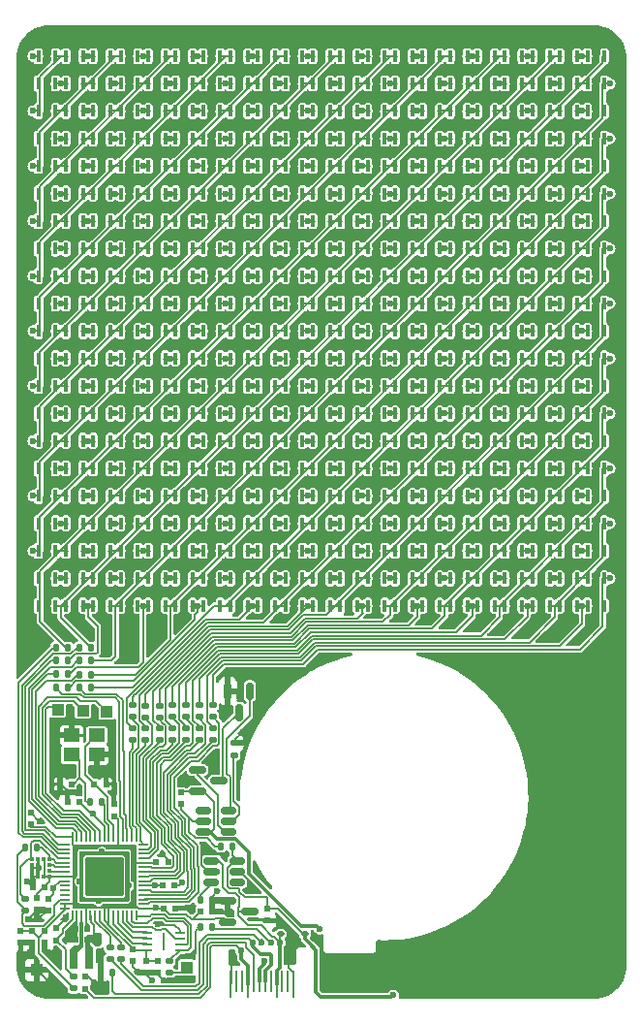
<source format=gbr>
G04 #@! TF.GenerationSoftware,KiCad,Pcbnew,8.0.7*
G04 #@! TF.CreationDate,2025-08-10T23:19:55-04:00*
G04 #@! TF.ProjectId,RP2350_60QFN_minimal,52503233-3530-45f3-9630-51464e5f6d69,REV3*
G04 #@! TF.SameCoordinates,Original*
G04 #@! TF.FileFunction,Copper,L1,Top*
G04 #@! TF.FilePolarity,Positive*
%FSLAX46Y46*%
G04 Gerber Fmt 4.6, Leading zero omitted, Abs format (unit mm)*
G04 Created by KiCad (PCBNEW 8.0.7) date 2025-08-10 23:19:55*
%MOMM*%
%LPD*%
G01*
G04 APERTURE LIST*
G04 Aperture macros list*
%AMRoundRect*
0 Rectangle with rounded corners*
0 $1 Rounding radius*
0 $2 $3 $4 $5 $6 $7 $8 $9 X,Y pos of 4 corners*
0 Add a 4 corners polygon primitive as box body*
4,1,4,$2,$3,$4,$5,$6,$7,$8,$9,$2,$3,0*
0 Add four circle primitives for the rounded corners*
1,1,$1+$1,$2,$3*
1,1,$1+$1,$4,$5*
1,1,$1+$1,$6,$7*
1,1,$1+$1,$8,$9*
0 Add four rect primitives between the rounded corners*
20,1,$1+$1,$2,$3,$4,$5,0*
20,1,$1+$1,$4,$5,$6,$7,0*
20,1,$1+$1,$6,$7,$8,$9,0*
20,1,$1+$1,$8,$9,$2,$3,0*%
%AMFreePoly0*
4,1,18,-0.437500,0.050000,-0.433694,0.069134,-0.422855,0.085355,-0.406634,0.096194,-0.387500,0.100000,0.387500,0.100000,0.437500,0.050000,0.437500,-0.050000,0.433694,-0.069134,0.422855,-0.085355,0.406634,-0.096194,0.387500,-0.100000,-0.387500,-0.100000,-0.406634,-0.096194,-0.422855,-0.085355,-0.433694,-0.069134,-0.437500,-0.050000,-0.437500,0.050000,-0.437500,0.050000,$1*%
%AMFreePoly1*
4,1,18,-0.437500,0.050000,-0.433694,0.069134,-0.422855,0.085355,-0.406634,0.096194,-0.387500,0.100000,0.387500,0.100000,0.406634,0.096194,0.422855,0.085355,0.433694,0.069134,0.437500,0.050000,0.437500,-0.050000,0.387500,-0.100000,-0.387500,-0.100000,-0.406634,-0.096194,-0.422855,-0.085355,-0.433694,-0.069134,-0.437500,-0.050000,-0.437500,0.050000,-0.437500,0.050000,$1*%
%AMFreePoly2*
4,1,18,-0.100000,0.387500,-0.050000,0.437500,0.050000,0.437500,0.069134,0.433694,0.085355,0.422855,0.096194,0.406634,0.100000,0.387500,0.100000,-0.387500,0.096194,-0.406634,0.085355,-0.422855,0.069134,-0.433694,0.050000,-0.437500,-0.050000,-0.437500,-0.069134,-0.433694,-0.085355,-0.422855,-0.096194,-0.406634,-0.100000,-0.387500,-0.100000,0.387500,-0.100000,0.387500,$1*%
%AMFreePoly3*
4,1,18,-0.100000,0.387500,-0.096194,0.406634,-0.085355,0.422855,-0.069134,0.433694,-0.050000,0.437500,0.050000,0.437500,0.100000,0.387500,0.100000,-0.387500,0.096194,-0.406634,0.085355,-0.422855,0.069134,-0.433694,0.050000,-0.437500,-0.050000,-0.437500,-0.069134,-0.433694,-0.085355,-0.422855,-0.096194,-0.406634,-0.100000,-0.387500,-0.100000,0.387500,-0.100000,0.387500,$1*%
%AMFreePoly4*
4,1,18,-0.437500,0.050000,-0.433694,0.069134,-0.422855,0.085355,-0.406634,0.096194,-0.387500,0.100000,0.387500,0.100000,0.406634,0.096194,0.422855,0.085355,0.433694,0.069134,0.437500,0.050000,0.437500,-0.050000,0.433694,-0.069134,0.422855,-0.085355,0.406634,-0.096194,0.387500,-0.100000,-0.387500,-0.100000,-0.437500,-0.050000,-0.437500,0.050000,-0.437500,0.050000,$1*%
%AMFreePoly5*
4,1,18,-0.437500,0.050000,-0.387500,0.100000,0.387500,0.100000,0.406634,0.096194,0.422855,0.085355,0.433694,0.069134,0.437500,0.050000,0.437500,-0.050000,0.433694,-0.069134,0.422855,-0.085355,0.406634,-0.096194,0.387500,-0.100000,-0.387500,-0.100000,-0.406634,-0.096194,-0.422855,-0.085355,-0.433694,-0.069134,-0.437500,-0.050000,-0.437500,0.050000,-0.437500,0.050000,$1*%
%AMFreePoly6*
4,1,18,-0.100000,0.387500,-0.096194,0.406634,-0.085355,0.422855,-0.069134,0.433694,-0.050000,0.437500,0.050000,0.437500,0.069134,0.433694,0.085355,0.422855,0.096194,0.406634,0.100000,0.387500,0.100000,-0.387500,0.050000,-0.437500,-0.050000,-0.437500,-0.069134,-0.433694,-0.085355,-0.422855,-0.096194,-0.406634,-0.100000,-0.387500,-0.100000,0.387500,-0.100000,0.387500,$1*%
%AMFreePoly7*
4,1,18,-0.100000,0.387500,-0.096194,0.406634,-0.085355,0.422855,-0.069134,0.433694,-0.050000,0.437500,0.050000,0.437500,0.069134,0.433694,0.085355,0.422855,0.096194,0.406634,0.100000,0.387500,0.100000,-0.387500,0.096194,-0.406634,0.085355,-0.422855,0.069134,-0.433694,0.050000,-0.437500,-0.050000,-0.437500,-0.100000,-0.387500,-0.100000,0.387500,-0.100000,0.387500,$1*%
G04 Aperture macros list end*
G04 #@! TA.AperFunction,SMDPad,CuDef*
%ADD10R,0.470000X0.530000*%
G04 #@! TD*
G04 #@! TA.AperFunction,SMDPad,CuDef*
%ADD11RoundRect,0.062500X0.062500X1.087500X-0.062500X1.087500X-0.062500X-1.087500X0.062500X-1.087500X0*%
G04 #@! TD*
G04 #@! TA.AperFunction,SMDPad,CuDef*
%ADD12RoundRect,0.062500X0.062500X0.837500X-0.062500X0.837500X-0.062500X-0.837500X0.062500X-0.837500X0*%
G04 #@! TD*
G04 #@! TA.AperFunction,SMDPad,CuDef*
%ADD13RoundRect,0.062500X-0.062500X-0.837500X0.062500X-0.837500X0.062500X0.837500X-0.062500X0.837500X0*%
G04 #@! TD*
G04 #@! TA.AperFunction,SMDPad,CuDef*
%ADD14RoundRect,0.062500X-0.062500X-1.087500X0.062500X-1.087500X0.062500X1.087500X-0.062500X1.087500X0*%
G04 #@! TD*
G04 #@! TA.AperFunction,SMDPad,CuDef*
%ADD15R,0.530000X0.470000*%
G04 #@! TD*
G04 #@! TA.AperFunction,SMDPad,CuDef*
%ADD16RoundRect,0.150000X-0.587500X-0.150000X0.587500X-0.150000X0.587500X0.150000X-0.587500X0.150000X0*%
G04 #@! TD*
G04 #@! TA.AperFunction,SMDPad,CuDef*
%ADD17RoundRect,0.062500X0.387500X0.062500X-0.387500X0.062500X-0.387500X-0.062500X0.387500X-0.062500X0*%
G04 #@! TD*
G04 #@! TA.AperFunction,HeatsinkPad*
%ADD18R,0.200000X1.600000*%
G04 #@! TD*
G04 #@! TA.AperFunction,SMDPad,CuDef*
%ADD19RoundRect,0.135000X0.185000X-0.135000X0.185000X0.135000X-0.185000X0.135000X-0.185000X-0.135000X0*%
G04 #@! TD*
G04 #@! TA.AperFunction,SMDPad,CuDef*
%ADD20RoundRect,0.100000X-0.100000X-0.400000X0.100000X-0.400000X0.100000X0.400000X-0.100000X0.400000X0*%
G04 #@! TD*
G04 #@! TA.AperFunction,SMDPad,CuDef*
%ADD21RoundRect,0.135000X-0.185000X0.135000X-0.185000X-0.135000X0.185000X-0.135000X0.185000X0.135000X0*%
G04 #@! TD*
G04 #@! TA.AperFunction,SMDPad,CuDef*
%ADD22R,0.350000X0.375000*%
G04 #@! TD*
G04 #@! TA.AperFunction,SMDPad,CuDef*
%ADD23R,0.375000X0.350000*%
G04 #@! TD*
G04 #@! TA.AperFunction,SMDPad,CuDef*
%ADD24RoundRect,0.135000X0.135000X0.185000X-0.135000X0.185000X-0.135000X-0.185000X0.135000X-0.185000X0*%
G04 #@! TD*
G04 #@! TA.AperFunction,SMDPad,CuDef*
%ADD25R,1.000000X1.000000*%
G04 #@! TD*
G04 #@! TA.AperFunction,SMDPad,CuDef*
%ADD26RoundRect,0.112500X-0.187500X-0.112500X0.187500X-0.112500X0.187500X0.112500X-0.187500X0.112500X0*%
G04 #@! TD*
G04 #@! TA.AperFunction,SMDPad,CuDef*
%ADD27RoundRect,0.150000X0.512500X0.150000X-0.512500X0.150000X-0.512500X-0.150000X0.512500X-0.150000X0*%
G04 #@! TD*
G04 #@! TA.AperFunction,SMDPad,CuDef*
%ADD28R,1.400000X1.200000*%
G04 #@! TD*
G04 #@! TA.AperFunction,SMDPad,CuDef*
%ADD29R,0.700000X1.700000*%
G04 #@! TD*
G04 #@! TA.AperFunction,SMDPad,CuDef*
%ADD30RoundRect,0.150000X-0.150000X0.587500X-0.150000X-0.587500X0.150000X-0.587500X0.150000X0.587500X0*%
G04 #@! TD*
G04 #@! TA.AperFunction,SMDPad,CuDef*
%ADD31FreePoly0,180.000000*%
G04 #@! TD*
G04 #@! TA.AperFunction,SMDPad,CuDef*
%ADD32RoundRect,0.050000X0.387500X0.050000X-0.387500X0.050000X-0.387500X-0.050000X0.387500X-0.050000X0*%
G04 #@! TD*
G04 #@! TA.AperFunction,SMDPad,CuDef*
%ADD33FreePoly1,180.000000*%
G04 #@! TD*
G04 #@! TA.AperFunction,SMDPad,CuDef*
%ADD34FreePoly2,180.000000*%
G04 #@! TD*
G04 #@! TA.AperFunction,SMDPad,CuDef*
%ADD35RoundRect,0.050000X0.050000X0.387500X-0.050000X0.387500X-0.050000X-0.387500X0.050000X-0.387500X0*%
G04 #@! TD*
G04 #@! TA.AperFunction,SMDPad,CuDef*
%ADD36FreePoly3,180.000000*%
G04 #@! TD*
G04 #@! TA.AperFunction,SMDPad,CuDef*
%ADD37FreePoly4,180.000000*%
G04 #@! TD*
G04 #@! TA.AperFunction,SMDPad,CuDef*
%ADD38FreePoly5,180.000000*%
G04 #@! TD*
G04 #@! TA.AperFunction,SMDPad,CuDef*
%ADD39FreePoly6,180.000000*%
G04 #@! TD*
G04 #@! TA.AperFunction,SMDPad,CuDef*
%ADD40FreePoly7,180.000000*%
G04 #@! TD*
G04 #@! TA.AperFunction,ComponentPad*
%ADD41C,0.600000*%
G04 #@! TD*
G04 #@! TA.AperFunction,SMDPad,CuDef*
%ADD42RoundRect,0.153000X-1.547000X1.547000X-1.547000X-1.547000X1.547000X-1.547000X1.547000X1.547000X0*%
G04 #@! TD*
G04 #@! TA.AperFunction,SMDPad,CuDef*
%ADD43RoundRect,0.135000X-0.135000X-0.185000X0.135000X-0.185000X0.135000X0.185000X-0.135000X0.185000X0*%
G04 #@! TD*
G04 #@! TA.AperFunction,ViaPad*
%ADD44C,0.600000*%
G04 #@! TD*
G04 #@! TA.AperFunction,Conductor*
%ADD45C,0.150000*%
G04 #@! TD*
G04 #@! TA.AperFunction,Conductor*
%ADD46C,0.200000*%
G04 #@! TD*
G04 #@! TA.AperFunction,Conductor*
%ADD47C,0.300000*%
G04 #@! TD*
G04 APERTURE END LIST*
D10*
X16400000Y-77700000D03*
X17430000Y-77700000D03*
D11*
X19065000Y-84015000D03*
D12*
X19565000Y-83790000D03*
X20065000Y-83790000D03*
D11*
X20565000Y-84015000D03*
D12*
X21065000Y-83790000D03*
X21565000Y-83790000D03*
D13*
X22065000Y-83790000D03*
X22565000Y-83790000D03*
D14*
X23065000Y-84015000D03*
D13*
X23565000Y-83790000D03*
X24065000Y-83790000D03*
D14*
X24565000Y-84015000D03*
D10*
X12555000Y-73375000D03*
X13585000Y-73375000D03*
D15*
X12700000Y-81970000D03*
X12700000Y-83000000D03*
D16*
X18825000Y-76750000D03*
X18825000Y-78650000D03*
X20700000Y-77700000D03*
D17*
X14600000Y-81050000D03*
X14600000Y-80550000D03*
X14600000Y-80050000D03*
X14600000Y-79550000D03*
X11750000Y-79550000D03*
X11750000Y-80050000D03*
X11750000Y-80550000D03*
X11750000Y-81050000D03*
D18*
X13175000Y-80300000D03*
D15*
X10500000Y-81000000D03*
X10500000Y-82030000D03*
X1700000Y-79400000D03*
X1700000Y-80430000D03*
X1600000Y-70100000D03*
X1600000Y-69070000D03*
D19*
X9500000Y-81820000D03*
X9500000Y-80800000D03*
D15*
X6300000Y-84415000D03*
X6300000Y-83385000D03*
D10*
X13200000Y-77400000D03*
X14230000Y-77400000D03*
D19*
X8500000Y-81820000D03*
X8500000Y-80800000D03*
D15*
X2800000Y-79400000D03*
X2800000Y-80430000D03*
X11700000Y-82000000D03*
X11700000Y-83030000D03*
D20*
X16640000Y-46190000D03*
X18140000Y-46190000D03*
D10*
X6515000Y-80175000D03*
X5485000Y-80175000D03*
D20*
X43040000Y-46190000D03*
X44540000Y-46190000D03*
X21440000Y-38990000D03*
X22940000Y-38990000D03*
X7040000Y-36590000D03*
X8540000Y-36590000D03*
X47840000Y-17390000D03*
X49340000Y-17390000D03*
X7040000Y-24590000D03*
X8540000Y-24590000D03*
X28640000Y-41390000D03*
X30140000Y-41390000D03*
X7040000Y-41390000D03*
X8540000Y-41390000D03*
X35840000Y-12590000D03*
X37340000Y-12590000D03*
X26240000Y-31790000D03*
X27740000Y-31790000D03*
X35840000Y-31790000D03*
X37340000Y-31790000D03*
X45440000Y-41390000D03*
X46940000Y-41390000D03*
X4640000Y-22190000D03*
X6140000Y-22190000D03*
X4640000Y-41390000D03*
X6140000Y-41390000D03*
X2240000Y-24590000D03*
X3740000Y-24590000D03*
D15*
X3800000Y-80190000D03*
X3800000Y-79160000D03*
D20*
X35840000Y-7790000D03*
X37340000Y-7790000D03*
X14240000Y-2990000D03*
X15740000Y-2990000D03*
X40640000Y-14990000D03*
X42140000Y-14990000D03*
X26240000Y-50990000D03*
X27740000Y-50990000D03*
X14240000Y-48590000D03*
X15740000Y-48590000D03*
X50240000Y-26990000D03*
X51740000Y-26990000D03*
X28640000Y-26990000D03*
X30140000Y-26990000D03*
X21440000Y-5390000D03*
X22940000Y-5390000D03*
D21*
X13990000Y-61645000D03*
X13990000Y-62665000D03*
D20*
X45440000Y-24590000D03*
X46940000Y-24590000D03*
X14240000Y-19790000D03*
X15740000Y-19790000D03*
X47840000Y-5390000D03*
X49340000Y-5390000D03*
X4640000Y-36590000D03*
X6140000Y-36590000D03*
X2240000Y-34190000D03*
X3740000Y-34190000D03*
X45440000Y-2990000D03*
X46940000Y-2990000D03*
X28640000Y-36590000D03*
X30140000Y-36590000D03*
X40640000Y-24590000D03*
X42140000Y-24590000D03*
D22*
X3206250Y-73125000D03*
X2706250Y-73125000D03*
X2206250Y-73125000D03*
X1706250Y-73125000D03*
D23*
X1693750Y-73637500D03*
X1693750Y-74137500D03*
D22*
X1706250Y-74650000D03*
X2206250Y-74650000D03*
X2706250Y-74650000D03*
X3206250Y-74650000D03*
D23*
X3218750Y-74137500D03*
X3218750Y-73637500D03*
D20*
X40640000Y-22190000D03*
X42140000Y-22190000D03*
X4640000Y-24590000D03*
X6140000Y-24590000D03*
X45440000Y-38990000D03*
X46940000Y-38990000D03*
X45440000Y-46190000D03*
X46940000Y-46190000D03*
X9440000Y-29390000D03*
X10940000Y-29390000D03*
X14240000Y-34190000D03*
X15740000Y-34190000D03*
X7040000Y-19790000D03*
X8540000Y-19790000D03*
X38240000Y-10190000D03*
X39740000Y-10190000D03*
X33440000Y-26990000D03*
X34940000Y-26990000D03*
X31040000Y-31790000D03*
X32540000Y-31790000D03*
D21*
X11615000Y-59695000D03*
X11615000Y-60715000D03*
D20*
X50240000Y-50990000D03*
X51740000Y-50990000D03*
X19040000Y-43790000D03*
X20540000Y-43790000D03*
X23840000Y-24590000D03*
X25340000Y-24590000D03*
X40640000Y-36590000D03*
X42140000Y-36590000D03*
X45440000Y-17390000D03*
X46940000Y-17390000D03*
X38240000Y-12590000D03*
X39740000Y-12590000D03*
X50240000Y-29390000D03*
X51740000Y-29390000D03*
X35840000Y-46190000D03*
X37340000Y-46190000D03*
X40640000Y-10190000D03*
X42140000Y-10190000D03*
X11840000Y-46190000D03*
X13340000Y-46190000D03*
X26240000Y-17390000D03*
X27740000Y-17390000D03*
X28640000Y-2990000D03*
X30140000Y-2990000D03*
X43040000Y-31790000D03*
X44540000Y-31790000D03*
X19040000Y-14990000D03*
X20540000Y-14990000D03*
X47840000Y-41390000D03*
X49340000Y-41390000D03*
X47840000Y-10190000D03*
X49340000Y-10190000D03*
X50240000Y-17390000D03*
X51740000Y-17390000D03*
X47840000Y-2990000D03*
X49340000Y-2990000D03*
X47840000Y-12590000D03*
X49340000Y-12590000D03*
X21440000Y-41390000D03*
X22940000Y-41390000D03*
X45440000Y-14990000D03*
X46940000Y-14990000D03*
X43040000Y-41390000D03*
X44540000Y-41390000D03*
X26240000Y-26990000D03*
X27740000Y-26990000D03*
X50240000Y-19790000D03*
X51740000Y-19790000D03*
X33440000Y-48590000D03*
X34940000Y-48590000D03*
X4640000Y-29390000D03*
X6140000Y-29390000D03*
X19040000Y-26990000D03*
X20540000Y-26990000D03*
X21440000Y-22190000D03*
X22940000Y-22190000D03*
X19040000Y-19790000D03*
X20540000Y-19790000D03*
X16640000Y-5390000D03*
X18140000Y-5390000D03*
X43040000Y-7790000D03*
X44540000Y-7790000D03*
D24*
X4800000Y-54640000D03*
X3780000Y-54640000D03*
D20*
X40640000Y-19790000D03*
X42140000Y-19790000D03*
D21*
X11615000Y-61695000D03*
X11615000Y-62715000D03*
D20*
X4640000Y-17390000D03*
X6140000Y-17390000D03*
X33440000Y-22190000D03*
X34940000Y-22190000D03*
X28640000Y-17390000D03*
X30140000Y-17390000D03*
X33440000Y-14990000D03*
X34940000Y-14990000D03*
X26240000Y-38990000D03*
X27740000Y-38990000D03*
X11840000Y-41390000D03*
X13340000Y-41390000D03*
X38240000Y-7790000D03*
X39740000Y-7790000D03*
X2240000Y-19790000D03*
X3740000Y-19790000D03*
X40640000Y-50990000D03*
X42140000Y-50990000D03*
X9440000Y-34190000D03*
X10940000Y-34190000D03*
X47840000Y-31790000D03*
X49340000Y-31790000D03*
X23840000Y-31790000D03*
X25340000Y-31790000D03*
D21*
X10490000Y-61715000D03*
X10490000Y-62735000D03*
D20*
X11840000Y-19790000D03*
X13340000Y-19790000D03*
X35840000Y-2990000D03*
X37340000Y-2990000D03*
X16640000Y-2990000D03*
X18140000Y-2990000D03*
X21440000Y-29390000D03*
X22940000Y-29390000D03*
X43040000Y-17390000D03*
X44540000Y-17390000D03*
X26240000Y-29390000D03*
X27740000Y-29390000D03*
X2240000Y-12590000D03*
X3740000Y-12590000D03*
X43040000Y-29390000D03*
X44540000Y-29390000D03*
D10*
X1770000Y-75600000D03*
X2800000Y-75600000D03*
D20*
X19040000Y-38990000D03*
X20540000Y-38990000D03*
X50240000Y-14990000D03*
X51740000Y-14990000D03*
X7040000Y-22190000D03*
X8540000Y-22190000D03*
X4640000Y-31790000D03*
X6140000Y-31790000D03*
X38240000Y-36590000D03*
X39740000Y-36590000D03*
X14240000Y-38990000D03*
X15740000Y-38990000D03*
X23840000Y-2990000D03*
X25340000Y-2990000D03*
X45440000Y-31790000D03*
X46940000Y-31790000D03*
X50240000Y-31790000D03*
X51740000Y-31790000D03*
D21*
X10490000Y-59645000D03*
X10490000Y-60665000D03*
D20*
X23840000Y-34190000D03*
X25340000Y-34190000D03*
X33440000Y-50990000D03*
X34940000Y-50990000D03*
X28640000Y-29390000D03*
X30140000Y-29390000D03*
X19040000Y-36590000D03*
X20540000Y-36590000D03*
X21440000Y-14990000D03*
X22940000Y-14990000D03*
X21440000Y-46190000D03*
X22940000Y-46190000D03*
X26240000Y-5390000D03*
X27740000Y-5390000D03*
X2240000Y-38990000D03*
X3740000Y-38990000D03*
X38240000Y-31790000D03*
X39740000Y-31790000D03*
X28640000Y-50990000D03*
X30140000Y-50990000D03*
D25*
X3950000Y-60060000D03*
D20*
X16640000Y-7790000D03*
X18140000Y-7790000D03*
X28640000Y-14990000D03*
X30140000Y-14990000D03*
D24*
X4815000Y-55765000D03*
X3795000Y-55765000D03*
D20*
X47840000Y-7790000D03*
X49340000Y-7790000D03*
X47840000Y-34190000D03*
X49340000Y-34190000D03*
X33440000Y-5390000D03*
X34940000Y-5390000D03*
X45440000Y-10190000D03*
X46940000Y-10190000D03*
X23840000Y-41390000D03*
X25340000Y-41390000D03*
X9440000Y-31790000D03*
X10940000Y-31790000D03*
D21*
X12815000Y-59695000D03*
X12815000Y-60715000D03*
D20*
X9440000Y-48590000D03*
X10940000Y-48590000D03*
D25*
X2070000Y-82800000D03*
D20*
X33440000Y-41390000D03*
X34940000Y-41390000D03*
D19*
X5300000Y-84410000D03*
X5300000Y-83390000D03*
D26*
X23430000Y-79640000D03*
X25530000Y-79640000D03*
D20*
X47840000Y-29390000D03*
X49340000Y-29390000D03*
D21*
X16340000Y-59665000D03*
X16340000Y-60685000D03*
D20*
X33440000Y-46190000D03*
X34940000Y-46190000D03*
X33440000Y-38990000D03*
X34940000Y-38990000D03*
X31040000Y-19790000D03*
X32540000Y-19790000D03*
X50240000Y-46190000D03*
X51740000Y-46190000D03*
X50240000Y-10190000D03*
X51740000Y-10190000D03*
D27*
X18900000Y-70750000D03*
X18900000Y-69800000D03*
X18900000Y-68850000D03*
X16625000Y-68850000D03*
X16625000Y-69800000D03*
X16625000Y-70750000D03*
D20*
X7040000Y-17390000D03*
X8540000Y-17390000D03*
X43040000Y-2990000D03*
X44540000Y-2990000D03*
X2240000Y-10190000D03*
X3740000Y-10190000D03*
X19040000Y-50990000D03*
X20540000Y-50990000D03*
X16640000Y-17390000D03*
X18140000Y-17390000D03*
D24*
X19200000Y-72000000D03*
X18180000Y-72000000D03*
D20*
X2240000Y-17390000D03*
X3740000Y-17390000D03*
X31040000Y-29390000D03*
X32540000Y-29390000D03*
X35840000Y-10190000D03*
X37340000Y-10190000D03*
X35840000Y-48590000D03*
X37340000Y-48590000D03*
X4640000Y-7790000D03*
X6140000Y-7790000D03*
D28*
X7345000Y-62300000D03*
X5145000Y-62300000D03*
X5145000Y-64000000D03*
X7345000Y-64000000D03*
D20*
X40640000Y-48590000D03*
X42140000Y-48590000D03*
X2240000Y-14990000D03*
X3740000Y-14990000D03*
X28640000Y-34190000D03*
X30140000Y-34190000D03*
X21440000Y-7790000D03*
X22940000Y-7790000D03*
X31040000Y-10190000D03*
X32540000Y-10190000D03*
D24*
X2100000Y-72100000D03*
X1080000Y-72100000D03*
D20*
X43040000Y-14990000D03*
X44540000Y-14990000D03*
X11840000Y-34190000D03*
X13340000Y-34190000D03*
X26240000Y-43790000D03*
X27740000Y-43790000D03*
X45440000Y-12590000D03*
X46940000Y-12590000D03*
X40640000Y-17390000D03*
X42140000Y-17390000D03*
X35840000Y-29390000D03*
X37340000Y-29390000D03*
X45440000Y-26990000D03*
X46940000Y-26990000D03*
X21440000Y-19790000D03*
X22940000Y-19790000D03*
X47840000Y-24590000D03*
X49340000Y-24590000D03*
X38240000Y-43790000D03*
X39740000Y-43790000D03*
D24*
X6810000Y-55765000D03*
X5790000Y-55765000D03*
D20*
X2240000Y-7790000D03*
X3740000Y-7790000D03*
X38240000Y-50990000D03*
X39740000Y-50990000D03*
X16640000Y-41390000D03*
X18140000Y-41390000D03*
X26240000Y-34190000D03*
X27740000Y-34190000D03*
X40640000Y-7790000D03*
X42140000Y-7790000D03*
X35840000Y-17390000D03*
X37340000Y-17390000D03*
X47840000Y-36590000D03*
X49340000Y-36590000D03*
X47840000Y-46190000D03*
X49340000Y-46190000D03*
X47840000Y-50990000D03*
X49340000Y-50990000D03*
X7040000Y-34190000D03*
X8540000Y-34190000D03*
X4640000Y-46190000D03*
X6140000Y-46190000D03*
X26240000Y-10190000D03*
X27740000Y-10190000D03*
X7040000Y-43790000D03*
X8540000Y-43790000D03*
X7040000Y-14990000D03*
X8540000Y-14990000D03*
X45440000Y-43790000D03*
X46940000Y-43790000D03*
X45440000Y-7790000D03*
X46940000Y-7790000D03*
X4640000Y-2990000D03*
X6140000Y-2990000D03*
X16640000Y-26990000D03*
X18140000Y-26990000D03*
X28640000Y-43790000D03*
X30140000Y-43790000D03*
X35840000Y-38990000D03*
X37340000Y-38990000D03*
X40640000Y-12590000D03*
X42140000Y-12590000D03*
X19040000Y-22190000D03*
X20540000Y-22190000D03*
X23840000Y-12590000D03*
X25340000Y-12590000D03*
X26240000Y-48590000D03*
X27740000Y-48590000D03*
X19040000Y-12590000D03*
X20540000Y-12590000D03*
X19040000Y-34190000D03*
X20540000Y-34190000D03*
X31040000Y-7790000D03*
X32540000Y-7790000D03*
X2240000Y-2990000D03*
X3740000Y-2990000D03*
X11840000Y-31790000D03*
X13340000Y-31790000D03*
X38240000Y-5390000D03*
X39740000Y-5390000D03*
X11840000Y-38990000D03*
X13340000Y-38990000D03*
X11840000Y-43790000D03*
X13340000Y-43790000D03*
D29*
X6700000Y-81825000D03*
X5300000Y-81825000D03*
D21*
X13940000Y-59670000D03*
X13940000Y-60690000D03*
D20*
X14240000Y-17390000D03*
X15740000Y-17390000D03*
X23840000Y-43790000D03*
X25340000Y-43790000D03*
X14240000Y-50990000D03*
X15740000Y-50990000D03*
D25*
X8190000Y-60260000D03*
D20*
X28640000Y-12590000D03*
X30140000Y-12590000D03*
X31040000Y-50990000D03*
X32540000Y-50990000D03*
X14240000Y-24590000D03*
X15740000Y-24590000D03*
X4640000Y-10190000D03*
X6140000Y-10190000D03*
X4640000Y-48590000D03*
X6140000Y-48590000D03*
D24*
X4835000Y-56965000D03*
X3815000Y-56965000D03*
D20*
X38240000Y-2990000D03*
X39740000Y-2990000D03*
X43040000Y-50990000D03*
X44540000Y-50990000D03*
X50240000Y-2990000D03*
X51740000Y-2990000D03*
X38240000Y-38990000D03*
X39740000Y-38990000D03*
X40640000Y-29390000D03*
X42140000Y-29390000D03*
X21440000Y-34190000D03*
X22940000Y-34190000D03*
X28640000Y-46190000D03*
X30140000Y-46190000D03*
X45440000Y-48590000D03*
X46940000Y-48590000D03*
X50240000Y-36590000D03*
X51740000Y-36590000D03*
X38240000Y-26990000D03*
X39740000Y-26990000D03*
X2240000Y-46190000D03*
X3740000Y-46190000D03*
X23840000Y-38990000D03*
X25340000Y-38990000D03*
D15*
X14700000Y-68300000D03*
X14700000Y-67270000D03*
D24*
X7800000Y-68100000D03*
X6780000Y-68100000D03*
D20*
X11840000Y-5390000D03*
X13340000Y-5390000D03*
X28640000Y-19790000D03*
X30140000Y-19790000D03*
X43040000Y-36590000D03*
X44540000Y-36590000D03*
X50240000Y-12590000D03*
X51740000Y-12590000D03*
X45440000Y-29390000D03*
X46940000Y-29390000D03*
X23840000Y-29390000D03*
X25340000Y-29390000D03*
X14240000Y-31790000D03*
X15740000Y-31790000D03*
X16640000Y-43790000D03*
X18140000Y-43790000D03*
X7040000Y-26990000D03*
X8540000Y-26990000D03*
X31040000Y-17390000D03*
X32540000Y-17390000D03*
X40640000Y-38990000D03*
X42140000Y-38990000D03*
D21*
X15165000Y-61695000D03*
X15165000Y-62715000D03*
D20*
X31040000Y-12590000D03*
X32540000Y-12590000D03*
X28640000Y-5390000D03*
X30140000Y-5390000D03*
X11840000Y-14990000D03*
X13340000Y-14990000D03*
X7040000Y-38990000D03*
X8540000Y-38990000D03*
X33440000Y-24590000D03*
X34940000Y-24590000D03*
X11840000Y-50990000D03*
X13340000Y-50990000D03*
X33440000Y-43790000D03*
X34940000Y-43790000D03*
X47840000Y-48590000D03*
X49340000Y-48590000D03*
X7040000Y-5390000D03*
X8540000Y-5390000D03*
X21440000Y-24590000D03*
X22940000Y-24590000D03*
X31040000Y-46190000D03*
X32540000Y-46190000D03*
X11840000Y-22190000D03*
X13340000Y-22190000D03*
X16640000Y-48590000D03*
X18140000Y-48590000D03*
X14240000Y-5390000D03*
X15740000Y-5390000D03*
X43040000Y-48590000D03*
X44540000Y-48590000D03*
X26240000Y-12590000D03*
X27740000Y-12590000D03*
X23840000Y-22190000D03*
X25340000Y-22190000D03*
X47840000Y-22190000D03*
X49340000Y-22190000D03*
X19040000Y-17390000D03*
X20540000Y-17390000D03*
X21440000Y-2990000D03*
X22940000Y-2990000D03*
X40640000Y-26990000D03*
X42140000Y-26990000D03*
X7040000Y-48590000D03*
X8540000Y-48590000D03*
X38240000Y-29390000D03*
X39740000Y-29390000D03*
X28640000Y-24590000D03*
X30140000Y-24590000D03*
X7040000Y-46190000D03*
X8540000Y-46190000D03*
X19040000Y-7790000D03*
X20540000Y-7790000D03*
X11840000Y-12590000D03*
X13340000Y-12590000D03*
D30*
X20710000Y-58425000D03*
X18810000Y-58425000D03*
X19760000Y-60300000D03*
D20*
X26240000Y-22190000D03*
X27740000Y-22190000D03*
X50240000Y-48590000D03*
X51740000Y-48590000D03*
D21*
X15165000Y-59670000D03*
X15165000Y-60690000D03*
D20*
X43040000Y-38990000D03*
X44540000Y-38990000D03*
X2240000Y-29390000D03*
X3740000Y-29390000D03*
X2240000Y-22190000D03*
X3740000Y-22190000D03*
X16640000Y-10190000D03*
X18140000Y-10190000D03*
X9440000Y-46190000D03*
X10940000Y-46190000D03*
X45440000Y-19790000D03*
X46940000Y-19790000D03*
D10*
X5815000Y-68100000D03*
X4785000Y-68100000D03*
D20*
X40640000Y-34190000D03*
X42140000Y-34190000D03*
X31040000Y-43790000D03*
X32540000Y-43790000D03*
X11840000Y-48590000D03*
X13340000Y-48590000D03*
X31040000Y-24590000D03*
X32540000Y-24590000D03*
X2240000Y-43790000D03*
X3740000Y-43790000D03*
D24*
X6810000Y-56990000D03*
X5790000Y-56990000D03*
D20*
X4640000Y-19790000D03*
X6140000Y-19790000D03*
X31040000Y-34190000D03*
X32540000Y-34190000D03*
X14240000Y-7790000D03*
X15740000Y-7790000D03*
X11840000Y-7790000D03*
X13340000Y-7790000D03*
X35840000Y-19790000D03*
X37340000Y-19790000D03*
X35840000Y-24590000D03*
X37340000Y-24590000D03*
X43040000Y-22190000D03*
X44540000Y-22190000D03*
X14240000Y-10190000D03*
X15740000Y-10190000D03*
X50240000Y-24590000D03*
X51740000Y-24590000D03*
X16640000Y-38990000D03*
X18140000Y-38990000D03*
X23840000Y-17390000D03*
X25340000Y-17390000D03*
D24*
X8710000Y-83000000D03*
X7690000Y-83000000D03*
D20*
X7040000Y-12590000D03*
X8540000Y-12590000D03*
X40640000Y-46190000D03*
X42140000Y-46190000D03*
X11840000Y-26990000D03*
X13340000Y-26990000D03*
X31040000Y-38990000D03*
X32540000Y-38990000D03*
D21*
X1100000Y-76580000D03*
X1100000Y-77600000D03*
D20*
X4640000Y-5390000D03*
X6140000Y-5390000D03*
X21440000Y-10190000D03*
X22940000Y-10190000D03*
X45440000Y-36590000D03*
X46940000Y-36590000D03*
X26240000Y-41390000D03*
X27740000Y-41390000D03*
X47840000Y-19790000D03*
X49340000Y-19790000D03*
X33440000Y-34190000D03*
X34940000Y-34190000D03*
X4640000Y-43790000D03*
X6140000Y-43790000D03*
X11840000Y-24590000D03*
X13340000Y-24590000D03*
X4640000Y-26990000D03*
X6140000Y-26990000D03*
X9440000Y-10190000D03*
X10940000Y-10190000D03*
X2240000Y-31790000D03*
X3740000Y-31790000D03*
X16640000Y-14990000D03*
X18140000Y-14990000D03*
X2240000Y-50990000D03*
X3740000Y-50990000D03*
D16*
X16162500Y-65300000D03*
X16162500Y-67200000D03*
X18037500Y-66250000D03*
D20*
X16640000Y-12590000D03*
X18140000Y-12590000D03*
X47840000Y-38990000D03*
X49340000Y-38990000D03*
X43040000Y-12590000D03*
X44540000Y-12590000D03*
D10*
X7130000Y-66550000D03*
X8160000Y-66550000D03*
D20*
X7040000Y-10190000D03*
X8540000Y-10190000D03*
X21440000Y-43790000D03*
X22940000Y-43790000D03*
X31040000Y-5390000D03*
X32540000Y-5390000D03*
X50240000Y-5390000D03*
X51740000Y-5390000D03*
X31040000Y-2990000D03*
X32540000Y-2990000D03*
X43040000Y-10190000D03*
X44540000Y-10190000D03*
X45440000Y-50990000D03*
X46940000Y-50990000D03*
X28640000Y-38990000D03*
X30140000Y-38990000D03*
X23840000Y-5390000D03*
X25340000Y-5390000D03*
X23840000Y-19790000D03*
X25340000Y-19790000D03*
X47840000Y-43790000D03*
X49340000Y-43790000D03*
X33440000Y-2990000D03*
X34940000Y-2990000D03*
X16640000Y-29390000D03*
X18140000Y-29390000D03*
X23840000Y-14990000D03*
X25340000Y-14990000D03*
X19040000Y-2990000D03*
X20540000Y-2990000D03*
X9440000Y-36590000D03*
X10940000Y-36590000D03*
X19040000Y-5390000D03*
X20540000Y-5390000D03*
X14240000Y-29390000D03*
X15740000Y-29390000D03*
D24*
X4815000Y-58140000D03*
X3795000Y-58140000D03*
D20*
X28640000Y-10190000D03*
X30140000Y-10190000D03*
X26240000Y-14990000D03*
X27740000Y-14990000D03*
X38240000Y-34190000D03*
X39740000Y-34190000D03*
X21440000Y-17390000D03*
X22940000Y-17390000D03*
X33440000Y-7790000D03*
X34940000Y-7790000D03*
X19040000Y-31790000D03*
X20540000Y-31790000D03*
X16640000Y-31790000D03*
X18140000Y-31790000D03*
X7040000Y-7790000D03*
X8540000Y-7790000D03*
D31*
X11437500Y-77425000D03*
D32*
X11437500Y-77025000D03*
X11437500Y-76625000D03*
X11437500Y-76225000D03*
X11437500Y-75825000D03*
X11437500Y-75425000D03*
X11437500Y-75025000D03*
X11437500Y-74625000D03*
X11437500Y-74225000D03*
X11437500Y-73825000D03*
X11437500Y-73425000D03*
X11437500Y-73025000D03*
X11437500Y-72625000D03*
X11437500Y-72225000D03*
D33*
X11437500Y-71825000D03*
D34*
X10800000Y-71187500D03*
D35*
X10400000Y-71187500D03*
X10000000Y-71187500D03*
X9600000Y-71187500D03*
X9200000Y-71187500D03*
X8800000Y-71187500D03*
X8400000Y-71187500D03*
X8000000Y-71187500D03*
X7600000Y-71187500D03*
X7200000Y-71187500D03*
X6800000Y-71187500D03*
X6400000Y-71187500D03*
X6000000Y-71187500D03*
X5600000Y-71187500D03*
D36*
X5200000Y-71187500D03*
D37*
X4562500Y-71825000D03*
D32*
X4562500Y-72225000D03*
X4562500Y-72625000D03*
X4562500Y-73025000D03*
X4562500Y-73425000D03*
X4562500Y-73825000D03*
X4562500Y-74225000D03*
X4562500Y-74625000D03*
X4562500Y-75025000D03*
X4562500Y-75425000D03*
X4562500Y-75825000D03*
X4562500Y-76225000D03*
X4562500Y-76625000D03*
X4562500Y-77025000D03*
D38*
X4562500Y-77425000D03*
D39*
X5200000Y-78062500D03*
D35*
X5600000Y-78062500D03*
X6000000Y-78062500D03*
X6400000Y-78062500D03*
X6800000Y-78062500D03*
X7200000Y-78062500D03*
X7600000Y-78062500D03*
X8000000Y-78062500D03*
X8400000Y-78062500D03*
X8800000Y-78062500D03*
X9200000Y-78062500D03*
X9600000Y-78062500D03*
X10000000Y-78062500D03*
X10400000Y-78062500D03*
D40*
X10800000Y-78062500D03*
D41*
X9375000Y-76000000D03*
X9375000Y-74625000D03*
X9375000Y-73250000D03*
X8000000Y-76000000D03*
X8000000Y-74625000D03*
D42*
X8000000Y-74625000D03*
D41*
X8000000Y-73250000D03*
X6625000Y-76000000D03*
X6625000Y-74625000D03*
X6625000Y-73250000D03*
D20*
X50240000Y-41390000D03*
X51740000Y-41390000D03*
X14240000Y-14990000D03*
X15740000Y-14990000D03*
X19040000Y-46190000D03*
X20540000Y-46190000D03*
X14240000Y-36590000D03*
X15740000Y-36590000D03*
X40640000Y-5390000D03*
X42140000Y-5390000D03*
X16640000Y-36590000D03*
X18140000Y-36590000D03*
X33440000Y-29390000D03*
X34940000Y-29390000D03*
D25*
X15190000Y-82570000D03*
D20*
X21440000Y-48590000D03*
X22940000Y-48590000D03*
X28640000Y-31790000D03*
X30140000Y-31790000D03*
X16640000Y-24590000D03*
X18140000Y-24590000D03*
X7040000Y-2990000D03*
X8540000Y-2990000D03*
X35840000Y-43790000D03*
X37340000Y-43790000D03*
D10*
X13100000Y-75400000D03*
X14130000Y-75400000D03*
D20*
X26240000Y-46190000D03*
X27740000Y-46190000D03*
X31040000Y-22190000D03*
X32540000Y-22190000D03*
X23840000Y-26990000D03*
X25340000Y-26990000D03*
X11840000Y-2990000D03*
X13340000Y-2990000D03*
X14240000Y-12590000D03*
X15740000Y-12590000D03*
X38240000Y-14990000D03*
X39740000Y-14990000D03*
X11840000Y-10190000D03*
X13340000Y-10190000D03*
X7040000Y-31790000D03*
X8540000Y-31790000D03*
X9440000Y-43790000D03*
X10940000Y-43790000D03*
X28640000Y-7790000D03*
X30140000Y-7790000D03*
X4640000Y-34190000D03*
X6140000Y-34190000D03*
X2240000Y-5390000D03*
X3740000Y-5390000D03*
X11840000Y-17390000D03*
X13340000Y-17390000D03*
D21*
X13700000Y-81990000D03*
X13700000Y-83010000D03*
D20*
X50240000Y-38990000D03*
X51740000Y-38990000D03*
X23840000Y-48590000D03*
X25340000Y-48590000D03*
X16640000Y-50990000D03*
X18140000Y-50990000D03*
X21440000Y-50990000D03*
X22940000Y-50990000D03*
X33440000Y-31790000D03*
X34940000Y-31790000D03*
X23840000Y-50990000D03*
X25340000Y-50990000D03*
X38240000Y-22190000D03*
X39740000Y-22190000D03*
X43040000Y-34190000D03*
X44540000Y-34190000D03*
X50240000Y-34190000D03*
X51740000Y-34190000D03*
X14240000Y-43790000D03*
X15740000Y-43790000D03*
X7040000Y-29390000D03*
X8540000Y-29390000D03*
D27*
X19637500Y-75150000D03*
X19637500Y-74200000D03*
X19637500Y-73250000D03*
X17362500Y-73250000D03*
X17362500Y-74200000D03*
X17362500Y-75150000D03*
D20*
X23840000Y-46190000D03*
X25340000Y-46190000D03*
X31040000Y-36590000D03*
X32540000Y-36590000D03*
X21440000Y-31790000D03*
X22940000Y-31790000D03*
X50240000Y-43790000D03*
X51740000Y-43790000D03*
D15*
X8850000Y-69345000D03*
X8850000Y-68315000D03*
D20*
X9440000Y-14990000D03*
X10940000Y-14990000D03*
X45440000Y-22190000D03*
X46940000Y-22190000D03*
X40640000Y-2990000D03*
X42140000Y-2990000D03*
X38240000Y-17390000D03*
X39740000Y-17390000D03*
X35840000Y-34190000D03*
X37340000Y-34190000D03*
X33440000Y-19790000D03*
X34940000Y-19790000D03*
X26240000Y-2990000D03*
X27740000Y-2990000D03*
X38240000Y-19790000D03*
X39740000Y-19790000D03*
D15*
X22270000Y-77440000D03*
X22270000Y-78470000D03*
D20*
X9440000Y-19790000D03*
X10940000Y-19790000D03*
X9440000Y-17390000D03*
X10940000Y-17390000D03*
D21*
X19400000Y-62990000D03*
X19400000Y-64010000D03*
D25*
X6140000Y-60140000D03*
D20*
X26240000Y-7790000D03*
X27740000Y-7790000D03*
X35840000Y-50990000D03*
X37340000Y-50990000D03*
X4640000Y-38990000D03*
X6140000Y-38990000D03*
X21440000Y-26990000D03*
X22940000Y-26990000D03*
X26240000Y-24590000D03*
X27740000Y-24590000D03*
D21*
X17515000Y-59670000D03*
X17515000Y-60690000D03*
D20*
X43040000Y-19790000D03*
X44540000Y-19790000D03*
X2240000Y-26990000D03*
X3740000Y-26990000D03*
X4640000Y-14990000D03*
X6140000Y-14990000D03*
X45440000Y-5390000D03*
X46940000Y-5390000D03*
X31040000Y-48590000D03*
X32540000Y-48590000D03*
X9440000Y-24590000D03*
X10940000Y-24590000D03*
X35840000Y-22190000D03*
X37340000Y-22190000D03*
X26240000Y-19790000D03*
X27740000Y-19790000D03*
D15*
X2100000Y-76500000D03*
X2100000Y-77530000D03*
D20*
X47840000Y-14990000D03*
X49340000Y-14990000D03*
X19040000Y-29390000D03*
X20540000Y-29390000D03*
X43040000Y-43790000D03*
X44540000Y-43790000D03*
X43040000Y-26990000D03*
X44540000Y-26990000D03*
X50240000Y-7790000D03*
X51740000Y-7790000D03*
X9440000Y-38990000D03*
X10940000Y-38990000D03*
D24*
X17400000Y-79000000D03*
X16380000Y-79000000D03*
D20*
X9440000Y-5390000D03*
X10940000Y-5390000D03*
X31040000Y-41390000D03*
X32540000Y-41390000D03*
X9440000Y-7790000D03*
X10940000Y-7790000D03*
X40640000Y-41390000D03*
X42140000Y-41390000D03*
X40640000Y-31790000D03*
X42140000Y-31790000D03*
D10*
X6515000Y-79225000D03*
X5485000Y-79225000D03*
D20*
X14240000Y-41390000D03*
X15740000Y-41390000D03*
X33440000Y-10190000D03*
X34940000Y-10190000D03*
X4640000Y-12590000D03*
X6140000Y-12590000D03*
X43040000Y-5390000D03*
X44540000Y-5390000D03*
X9440000Y-41390000D03*
X10940000Y-41390000D03*
X33440000Y-12590000D03*
X34940000Y-12590000D03*
X7040000Y-50990000D03*
X8540000Y-50990000D03*
X4640000Y-50990000D03*
X6140000Y-50990000D03*
X9440000Y-50990000D03*
X10940000Y-50990000D03*
X19040000Y-41390000D03*
X20540000Y-41390000D03*
D21*
X17515000Y-61690000D03*
X17515000Y-62710000D03*
D20*
X38240000Y-46190000D03*
X39740000Y-46190000D03*
X9440000Y-26990000D03*
X10940000Y-26990000D03*
D24*
X6810000Y-58140000D03*
X5790000Y-58140000D03*
D20*
X47840000Y-26990000D03*
X49340000Y-26990000D03*
X38240000Y-41390000D03*
X39740000Y-41390000D03*
X31040000Y-14990000D03*
X32540000Y-14990000D03*
X35840000Y-14990000D03*
X37340000Y-14990000D03*
X2240000Y-48590000D03*
X3740000Y-48590000D03*
D24*
X6815000Y-54640000D03*
X5795000Y-54640000D03*
D20*
X40640000Y-43790000D03*
X42140000Y-43790000D03*
X21440000Y-12590000D03*
X22940000Y-12590000D03*
D21*
X12815000Y-61715000D03*
X12815000Y-62735000D03*
D20*
X19040000Y-48590000D03*
X20540000Y-48590000D03*
X35840000Y-36590000D03*
X37340000Y-36590000D03*
X9440000Y-12590000D03*
X10940000Y-12590000D03*
X28640000Y-48590000D03*
X30140000Y-48590000D03*
X16640000Y-22190000D03*
X18140000Y-22190000D03*
X33440000Y-17390000D03*
X34940000Y-17390000D03*
D21*
X16315000Y-61690000D03*
X16315000Y-62710000D03*
D15*
X3100000Y-76570000D03*
X3100000Y-77600000D03*
D20*
X38240000Y-24590000D03*
X39740000Y-24590000D03*
X23840000Y-36590000D03*
X25340000Y-36590000D03*
X9440000Y-22190000D03*
X10940000Y-22190000D03*
X14240000Y-46190000D03*
X15740000Y-46190000D03*
X9440000Y-2990000D03*
X10940000Y-2990000D03*
X14240000Y-22190000D03*
X15740000Y-22190000D03*
X33440000Y-36590000D03*
X34940000Y-36590000D03*
X11840000Y-29390000D03*
X13340000Y-29390000D03*
X31040000Y-26990000D03*
X32540000Y-26990000D03*
X50240000Y-22190000D03*
X51740000Y-22190000D03*
X26240000Y-36590000D03*
X27740000Y-36590000D03*
X45440000Y-34190000D03*
X46940000Y-34190000D03*
X16640000Y-19790000D03*
X18140000Y-19790000D03*
X23840000Y-10190000D03*
X25340000Y-10190000D03*
X16640000Y-34190000D03*
X18140000Y-34190000D03*
X43040000Y-24590000D03*
X44540000Y-24590000D03*
X2240000Y-36590000D03*
X3740000Y-36590000D03*
D15*
X700000Y-80415000D03*
X700000Y-79385000D03*
D20*
X11840000Y-36590000D03*
X13340000Y-36590000D03*
X14240000Y-26990000D03*
X15740000Y-26990000D03*
X35840000Y-41390000D03*
X37340000Y-41390000D03*
X35840000Y-5390000D03*
X37340000Y-5390000D03*
X38240000Y-48590000D03*
X39740000Y-48590000D03*
X23840000Y-7790000D03*
X25340000Y-7790000D03*
D43*
X16380000Y-76700000D03*
X17400000Y-76700000D03*
D20*
X19040000Y-24590000D03*
X20540000Y-24590000D03*
X2240000Y-41390000D03*
X3740000Y-41390000D03*
D10*
X5180000Y-66550000D03*
X4150000Y-66550000D03*
D20*
X19040000Y-10190000D03*
X20540000Y-10190000D03*
X28640000Y-22190000D03*
X30140000Y-22190000D03*
X21440000Y-36590000D03*
X22940000Y-36590000D03*
X35840000Y-26990000D03*
X37340000Y-26990000D03*
D44*
X8700000Y-64000000D03*
X52500000Y-46200000D03*
X7560000Y-81620000D03*
X1225000Y-75100000D03*
X4900000Y-79525000D03*
X3100000Y-81200000D03*
X36600000Y-49750000D03*
X15000000Y-4200000D03*
X7800000Y-49800000D03*
X52500000Y-41400000D03*
X43750000Y-4150000D03*
X17875000Y-75925754D03*
X10250000Y-4200000D03*
X2300000Y-78300000D03*
X10900000Y-82900000D03*
X20910000Y-75710000D03*
X34200000Y-4200000D03*
X41860000Y-55690000D03*
X2400000Y-69775000D03*
X12600000Y-49800000D03*
X1500000Y-24600000D03*
X24150000Y-80400000D03*
X1550000Y-81270000D03*
X52500000Y-22200000D03*
X12200000Y-83675000D03*
X32360000Y-81970000D03*
X13200000Y-83675000D03*
X52500000Y-36600000D03*
X24600000Y-4150000D03*
X5350000Y-4100000D03*
X4650000Y-78200000D03*
X20100000Y-62000000D03*
X48550000Y-4200000D03*
X1500000Y-15000000D03*
X52500000Y-31800000D03*
X27000000Y-49900000D03*
X1500000Y-19800000D03*
X19800000Y-4150000D03*
X3050000Y-49750000D03*
X1325000Y-78400000D03*
X19000000Y-77700000D03*
X50900000Y-49800000D03*
X21240000Y-74060000D03*
X19165000Y-81206871D03*
X1630000Y-53950000D03*
X26360000Y-79960000D03*
X45430000Y-55690000D03*
X19780000Y-58920000D03*
X1500000Y-10200000D03*
X1500000Y-43800000D03*
X15700000Y-81600000D03*
X18200000Y-77700000D03*
X12700000Y-78775000D03*
X15080000Y-66190000D03*
X41400000Y-49750000D03*
X37840000Y-55670000D03*
X14818198Y-75124265D03*
X2281250Y-73900000D03*
X1500000Y-48600000D03*
X49210000Y-55560000D03*
X3445000Y-66550000D03*
X17400000Y-49800000D03*
X52500000Y-51000000D03*
X1500000Y-5400000D03*
X22200000Y-49700000D03*
X52500000Y-17400000D03*
X39000000Y-4150000D03*
X1500000Y-39000000D03*
X52280000Y-53490000D03*
X22580000Y-58440000D03*
X7100000Y-83900000D03*
X27040000Y-55760000D03*
X52500000Y-12600000D03*
X3545000Y-62350000D03*
X1500000Y-29400000D03*
X32380000Y-83180000D03*
X1500000Y-51000000D03*
X15700000Y-77400000D03*
X4900000Y-80125000D03*
X8845000Y-66550000D03*
X16770000Y-72410000D03*
X29400000Y-4150000D03*
X13125000Y-72650000D03*
X700000Y-81300000D03*
X31800000Y-49800000D03*
X17780000Y-65010000D03*
X46200000Y-49800000D03*
X3200000Y-83800000D03*
X52500000Y-27000000D03*
X1020000Y-56270000D03*
X1500000Y-34200000D03*
X52500000Y-7800000D03*
X23270000Y-78720000D03*
X23350003Y-80400000D03*
X19967585Y-81105241D03*
X12524851Y-77375000D03*
X10475000Y-77100000D03*
X7512230Y-76774500D03*
X3550000Y-75650000D03*
X12400000Y-75425000D03*
X7500000Y-80425000D03*
X7800000Y-72475500D03*
X10149500Y-75425000D03*
X6976168Y-69100000D03*
X7500000Y-79825000D03*
X5850500Y-75025000D03*
X26825218Y-79190458D03*
X1790000Y-46190000D03*
X6590000Y-50990000D03*
X4190000Y-48590000D03*
X8990000Y-48590000D03*
X11390000Y-50990000D03*
X6590000Y-46190000D03*
X4190000Y-43790000D03*
X1790000Y-41390000D03*
X11390000Y-46190000D03*
X1790000Y-36590000D03*
X6590000Y-41390000D03*
X4190000Y-38990000D03*
X13790000Y-48590000D03*
X8990000Y-43790000D03*
X16190000Y-50990000D03*
X1790000Y-31790000D03*
X13790000Y-43790000D03*
X8990000Y-38990000D03*
X16190000Y-46190000D03*
X6590000Y-36590000D03*
X4190000Y-34190000D03*
X11390000Y-41390000D03*
X18590000Y-48590000D03*
X20990000Y-50990000D03*
X21768122Y-80400000D03*
X22015000Y-82000000D03*
X21015000Y-80400000D03*
X20990000Y-46190000D03*
X8990000Y-34190000D03*
X16190000Y-41390000D03*
X25790000Y-50990000D03*
X4190000Y-29390000D03*
X11390000Y-36590000D03*
X1790000Y-26990000D03*
X23390000Y-48590000D03*
X6590000Y-31790000D03*
X13790000Y-38990000D03*
X18590000Y-43790000D03*
X16190000Y-36590000D03*
X25790000Y-46190000D03*
X13790000Y-34190000D03*
X28190000Y-48590000D03*
X6590000Y-26990000D03*
X8990000Y-29390000D03*
X23390000Y-43790000D03*
X4190000Y-24590000D03*
X20990000Y-41390000D03*
X1790000Y-22190000D03*
X11390000Y-31790000D03*
X18590000Y-38990000D03*
X30590000Y-50990000D03*
X4190000Y-19790000D03*
X25790000Y-41390000D03*
X35390000Y-50990000D03*
X6590000Y-22190000D03*
X13790000Y-29390000D03*
X23390000Y-38990000D03*
X18590000Y-34190000D03*
X16190000Y-31790000D03*
X8990000Y-24590000D03*
X11390000Y-26990000D03*
X28190000Y-43790000D03*
X30590000Y-46190000D03*
X1790000Y-17390000D03*
X32990000Y-48590000D03*
X20990000Y-36590000D03*
X23390000Y-34190000D03*
X37790000Y-48590000D03*
X35390000Y-46190000D03*
X25790000Y-36590000D03*
X28190000Y-38990000D03*
X40190000Y-50990000D03*
X20990000Y-31790000D03*
X13790000Y-24590000D03*
X1790000Y-12590000D03*
X30590000Y-41390000D03*
X8990000Y-19790000D03*
X32990000Y-43790000D03*
X4190000Y-14990000D03*
X6590000Y-17390000D03*
X16190000Y-26990000D03*
X11390000Y-22190000D03*
X18590000Y-29390000D03*
X18590000Y-24590000D03*
X4190000Y-10190000D03*
X16190000Y-22190000D03*
X28190000Y-34190000D03*
X11390000Y-17390000D03*
X1790000Y-7790000D03*
X35390000Y-41390000D03*
X44990000Y-50990000D03*
X8990000Y-14990000D03*
X37790000Y-43790000D03*
X23390000Y-29390000D03*
X42590000Y-48590000D03*
X13790000Y-19790000D03*
X25790000Y-31790000D03*
X6590000Y-12590000D03*
X40190000Y-46190000D03*
X32990000Y-38990000D03*
X30590000Y-36590000D03*
X20990000Y-26990000D03*
X16190000Y-17390000D03*
X42590000Y-43790000D03*
X23390000Y-24590000D03*
X13790000Y-14990000D03*
X35390000Y-36590000D03*
X28190000Y-29390000D03*
X18590000Y-19790000D03*
X6590000Y-7790000D03*
X4190000Y-5390000D03*
X32990000Y-34190000D03*
X8990000Y-10190000D03*
X44990000Y-46190000D03*
X30590000Y-31790000D03*
X1790000Y-2990000D03*
X49790000Y-50990000D03*
X37790000Y-38990000D03*
X47390000Y-48590000D03*
X20990000Y-22190000D03*
X11390000Y-12590000D03*
X40190000Y-41390000D03*
X25790000Y-26990000D03*
X37790000Y-34190000D03*
X28190000Y-24590000D03*
X49790000Y-46190000D03*
X47390000Y-43790000D03*
X23390000Y-19790000D03*
X25790000Y-22190000D03*
X42590000Y-38990000D03*
X8990000Y-5390000D03*
X6590000Y-2990000D03*
X32990000Y-29390000D03*
X16190000Y-12590000D03*
X13790000Y-10190000D03*
X30590000Y-26990000D03*
X52190000Y-48590000D03*
X18590000Y-14990000D03*
X40190000Y-36590000D03*
X35390000Y-31790000D03*
X11390000Y-7790000D03*
X20990000Y-17390000D03*
X44990000Y-41390000D03*
X49790000Y-2990000D03*
X52190000Y-5390000D03*
X44990000Y-36590000D03*
X52190000Y-43790000D03*
X13790000Y-5390000D03*
X18590000Y-10190000D03*
X30590000Y-22190000D03*
X49790000Y-41390000D03*
X28190000Y-19790000D03*
X42590000Y-34190000D03*
X32990000Y-24590000D03*
X37790000Y-29390000D03*
X20990000Y-12590000D03*
X16190000Y-7790000D03*
X40190000Y-31790000D03*
X35390000Y-26990000D03*
X11390000Y-2990000D03*
X25790000Y-17390000D03*
X23390000Y-14990000D03*
X47390000Y-38990000D03*
X44990000Y-2990000D03*
X52190000Y-10190000D03*
X47390000Y-5390000D03*
X49790000Y-7790000D03*
X30590000Y-17390000D03*
X25790000Y-12590000D03*
X32990000Y-19790000D03*
X52190000Y-38990000D03*
X18590000Y-5390000D03*
X23390000Y-10190000D03*
X37790000Y-24590000D03*
X49790000Y-36590000D03*
X47390000Y-34190000D03*
X44990000Y-31790000D03*
X20990000Y-7790000D03*
X42590000Y-29390000D03*
X16190000Y-2990000D03*
X35390000Y-22190000D03*
X40190000Y-26990000D03*
X28190000Y-14990000D03*
X49790000Y-12590000D03*
X52190000Y-14990000D03*
X47390000Y-10190000D03*
X44990000Y-7790000D03*
X40190000Y-2990000D03*
X42590000Y-5390000D03*
X37790000Y-19790000D03*
X30590000Y-12590000D03*
X40190000Y-22190000D03*
X49790000Y-31790000D03*
X28190000Y-10190000D03*
X32990000Y-14990000D03*
X42590000Y-24590000D03*
X20990000Y-2990000D03*
X47390000Y-29390000D03*
X23390000Y-5390000D03*
X35390000Y-17390000D03*
X44990000Y-26990000D03*
X52190000Y-34190000D03*
X25790000Y-7790000D03*
X52190000Y-19790000D03*
X40190000Y-7790000D03*
X35390000Y-2990000D03*
X44990000Y-12590000D03*
X49790000Y-17390000D03*
X37790000Y-5390000D03*
X42590000Y-10190000D03*
X47390000Y-14990000D03*
X22600000Y-80400000D03*
X33260000Y-85000000D03*
X47390000Y-24590000D03*
X42590000Y-19790000D03*
X40190000Y-17390000D03*
X25790000Y-2990000D03*
X28190000Y-5390000D03*
X44990000Y-22190000D03*
X37790000Y-14990000D03*
X49790000Y-26990000D03*
X32990000Y-10190000D03*
X35390000Y-12590000D03*
X52190000Y-29390000D03*
X30590000Y-7790000D03*
X44990000Y-17390000D03*
X42590000Y-14990000D03*
X52190000Y-24590000D03*
X49790000Y-22190000D03*
X30590000Y-2990000D03*
X32990000Y-5390000D03*
X37790000Y-10190000D03*
X40190000Y-12590000D03*
X47390000Y-19790000D03*
X35390000Y-7790000D03*
D45*
X8120000Y-66555000D02*
X8125000Y-66550000D01*
D46*
X7690000Y-81750000D02*
X7690000Y-83000000D01*
D45*
X14818198Y-75124265D02*
X14542463Y-75400000D01*
X19400000Y-62700000D02*
X20100000Y-62000000D01*
X14818198Y-75041802D02*
X14852701Y-75007299D01*
D46*
X7560000Y-81620000D02*
X7690000Y-81750000D01*
D45*
X20550000Y-75350000D02*
X20550000Y-74865514D01*
D46*
X8125000Y-66550000D02*
X8845000Y-66550000D01*
D45*
X11700000Y-83175000D02*
X12200000Y-83675000D01*
X1693750Y-74637500D02*
X1706250Y-74650000D01*
X16180000Y-79056923D02*
X16180000Y-79000000D01*
D46*
X3000000Y-77600000D02*
X3100000Y-77600000D01*
D45*
X3445000Y-66550000D02*
X4165000Y-66550000D01*
X16455000Y-73602944D02*
X17052056Y-74200000D01*
X14818198Y-75124265D02*
X14818198Y-75041802D01*
X19100000Y-81271871D02*
X19100000Y-83980000D01*
D46*
X3100000Y-81200000D02*
X2800000Y-80900000D01*
D45*
X2305000Y-69775000D02*
X1600000Y-69070000D01*
D46*
X1270000Y-75100000D02*
X1770000Y-75600000D01*
D45*
X19100000Y-83980000D02*
X19065000Y-84015000D01*
X2281250Y-73900000D02*
X1718750Y-73900000D01*
X16380000Y-79000000D02*
X15968300Y-79411700D01*
X20550000Y-74865514D02*
X19884486Y-74200000D01*
X15700000Y-77400000D02*
X14230000Y-77400000D01*
X15968300Y-79411700D02*
X15968300Y-81331700D01*
X1693750Y-74137500D02*
X1693750Y-73925000D01*
X12765000Y-78840000D02*
X14140000Y-78840000D01*
D46*
X23270000Y-78720000D02*
X23020000Y-78470000D01*
D45*
X2281250Y-73900000D02*
X2281250Y-73200000D01*
X1706250Y-74650000D02*
X2206250Y-74650000D01*
X1693750Y-73925000D02*
X1693750Y-73637500D01*
X3100000Y-83800000D02*
X3200000Y-83800000D01*
X16225000Y-79101923D02*
X16180000Y-79056923D01*
D46*
X19780000Y-58920000D02*
X19285000Y-58425000D01*
D45*
X12700000Y-83000000D02*
X12700000Y-83175000D01*
X2400000Y-69775000D02*
X2305000Y-69775000D01*
D46*
X10500000Y-82030000D02*
X10500000Y-82500000D01*
D45*
X12700000Y-78775000D02*
X12765000Y-78840000D01*
X11700000Y-83030000D02*
X11700000Y-83175000D01*
X17430000Y-77700000D02*
X18200000Y-77700000D01*
X16770000Y-72410000D02*
X16455000Y-72725000D01*
D46*
X2800000Y-80900000D02*
X2800000Y-80430000D01*
D45*
X19400000Y-62990000D02*
X19400000Y-62700000D01*
D46*
X4185000Y-66550000D02*
X4785000Y-67150000D01*
X1225000Y-75100000D02*
X1256250Y-75100000D01*
X4785000Y-67150000D02*
X4785000Y-68100000D01*
X4650000Y-78310000D02*
X3800000Y-79160000D01*
D45*
X24150000Y-82566680D02*
X24565000Y-82981680D01*
X2206250Y-73125000D02*
X2181250Y-73150000D01*
D46*
X13555000Y-73080000D02*
X13125000Y-72650000D01*
X8850000Y-66555000D02*
X8845000Y-66550000D01*
X6300000Y-83385000D02*
X6585000Y-83385000D01*
D45*
X17400000Y-76400754D02*
X17400000Y-76700000D01*
X15700000Y-81600000D02*
X15968300Y-81331700D01*
X17875000Y-75925754D02*
X17400000Y-76400754D01*
D46*
X23020000Y-78470000D02*
X22270000Y-78470000D01*
D45*
X2206250Y-74650000D02*
X2206250Y-73975000D01*
X18825000Y-77525000D02*
X19000000Y-77700000D01*
X17052056Y-74200000D02*
X17362500Y-74200000D01*
X1718750Y-73900000D02*
X1693750Y-73925000D01*
D46*
X1325000Y-78400000D02*
X2100000Y-77625000D01*
X1550000Y-80580000D02*
X1700000Y-80430000D01*
D45*
X24565000Y-82981680D02*
X24565000Y-84015000D01*
X16455000Y-72725000D02*
X16455000Y-73602944D01*
X19884486Y-74200000D02*
X19637500Y-74200000D01*
D46*
X2100000Y-77625000D02*
X2100000Y-77530000D01*
D45*
X14600000Y-79300000D02*
X14600000Y-79550000D01*
D46*
X1225000Y-75100000D02*
X1270000Y-75100000D01*
D45*
X18825000Y-76750000D02*
X18825000Y-77525000D01*
D46*
X4650000Y-78200000D02*
X4650000Y-78310000D01*
D45*
X1693750Y-74137500D02*
X1693750Y-74637500D01*
X24150000Y-80400000D02*
X24150000Y-82566680D01*
X14542463Y-75400000D02*
X14130000Y-75400000D01*
X1670000Y-74686250D02*
X1706250Y-74650000D01*
X2206250Y-73975000D02*
X2281250Y-73900000D01*
X2100000Y-82800000D02*
X3100000Y-83800000D01*
X2281250Y-73200000D02*
X2206250Y-73125000D01*
X19165000Y-81206871D02*
X19100000Y-81271871D01*
D46*
X2300000Y-78300000D02*
X3000000Y-77600000D01*
X1550000Y-81270000D02*
X1550000Y-80580000D01*
D45*
X12700000Y-83175000D02*
X13200000Y-83675000D01*
D46*
X8850000Y-68350000D02*
X8850000Y-66555000D01*
D45*
X20910000Y-75710000D02*
X20550000Y-75350000D01*
D46*
X19285000Y-58425000D02*
X18810000Y-58425000D01*
X10500000Y-82500000D02*
X10900000Y-82900000D01*
X13555000Y-73375000D02*
X13555000Y-73080000D01*
D45*
X14140000Y-78840000D02*
X14600000Y-79300000D01*
X1763750Y-74707500D02*
X1706250Y-74650000D01*
D46*
X6585000Y-83385000D02*
X7100000Y-83900000D01*
X700000Y-81300000D02*
X700000Y-80700000D01*
D47*
X20565000Y-82389036D02*
X20565000Y-84015000D01*
D45*
X17418129Y-80681871D02*
X19544215Y-80681871D01*
D47*
X23345743Y-80404260D02*
X23345743Y-82594871D01*
D46*
X17362500Y-73250000D02*
X18024999Y-73250000D01*
D45*
X19544215Y-80681871D02*
X19967585Y-81105241D01*
D46*
X20540000Y-78850000D02*
X21720000Y-78850000D01*
X19742500Y-77700000D02*
X20700000Y-77700000D01*
X19812500Y-77280158D02*
X19712500Y-77380158D01*
X19812500Y-76430158D02*
X19812500Y-77280158D01*
D45*
X6300000Y-84415000D02*
X7085000Y-85200000D01*
D47*
X23350003Y-80400000D02*
X23345743Y-80404260D01*
D46*
X21720000Y-78850000D02*
X22720000Y-79850000D01*
X22720000Y-79850000D02*
X22827818Y-79850000D01*
X23350003Y-80400000D02*
X23350003Y-79542497D01*
X19712500Y-77670000D02*
X19712500Y-78022500D01*
X18865380Y-76050000D02*
X19432342Y-76050000D01*
X18380000Y-75564620D02*
X18865380Y-76050000D01*
D45*
X7085000Y-85200000D02*
X16378859Y-85200000D01*
D47*
X19967585Y-81105241D02*
X19967585Y-81791621D01*
D46*
X19712500Y-77670000D02*
X19742500Y-77700000D01*
D47*
X23065000Y-82875614D02*
X23065000Y-84015000D01*
D46*
X18024999Y-73250000D02*
X18380000Y-73605001D01*
D47*
X23345743Y-82594871D02*
X23065000Y-82875614D01*
D46*
X19432342Y-76050000D02*
X19812500Y-76430158D01*
X18380000Y-73605001D02*
X18380000Y-75564620D01*
D45*
X17268300Y-84310559D02*
X17268300Y-80831700D01*
D46*
X23350003Y-80372185D02*
X23350003Y-80400000D01*
D45*
X20700000Y-77700000D02*
X20850000Y-77700000D01*
D46*
X23350003Y-79542497D02*
X23412500Y-79480000D01*
D45*
X16378859Y-85200000D02*
X17268300Y-84310559D01*
D46*
X19712500Y-77380158D02*
X19712500Y-77670000D01*
D47*
X19967585Y-81791621D02*
X20565000Y-82389036D01*
D46*
X22827818Y-79850000D02*
X23350003Y-80372185D01*
D45*
X17268300Y-80831700D02*
X17418129Y-80681871D01*
D46*
X19712500Y-78022500D02*
X20540000Y-78850000D01*
D45*
X7165000Y-66550000D02*
X8300000Y-67685000D01*
X8300000Y-67685000D02*
X8300000Y-69642714D01*
X6345000Y-63250000D02*
X7295000Y-62300000D01*
X8300000Y-69642714D02*
X8800000Y-70142714D01*
X6345000Y-65730000D02*
X6345000Y-63250000D01*
X6995000Y-66720000D02*
X7165000Y-66550000D01*
X6345000Y-65730000D02*
X7165000Y-66550000D01*
X8800000Y-70142714D02*
X8800000Y-71187500D01*
X7295000Y-62300000D02*
X7545000Y-62300000D01*
X8000000Y-68300000D02*
X8000000Y-69766978D01*
X8000000Y-69766978D02*
X8400000Y-70166978D01*
X7800000Y-68100000D02*
X8000000Y-68300000D01*
X8400000Y-70166978D02*
X8400000Y-70202334D01*
D46*
X8400000Y-70202334D02*
X8400000Y-71187500D01*
D45*
X4562500Y-77425000D02*
X4375000Y-77425000D01*
X3206250Y-74650000D02*
X3206250Y-75093750D01*
D46*
X18425000Y-78250000D02*
X18825000Y-78650000D01*
D45*
X12540000Y-73425000D02*
X12590000Y-73375000D01*
X2897056Y-70300000D02*
X3784556Y-71187500D01*
D46*
X5300000Y-84400000D02*
X2250000Y-81350000D01*
X13715000Y-77915000D02*
X15133771Y-77915000D01*
X15700000Y-78400000D02*
X16400000Y-77700000D01*
X5590000Y-72165000D02*
X5250000Y-71825000D01*
D45*
X3206250Y-74650000D02*
X3231250Y-74625000D01*
D46*
X8850000Y-69310000D02*
X9200000Y-69660000D01*
X15618771Y-78400000D02*
X17630000Y-78400000D01*
D45*
X3784556Y-71187500D02*
X5200000Y-71187500D01*
X12499851Y-77400000D02*
X11462500Y-77400000D01*
X8000000Y-78462500D02*
X8462500Y-78925000D01*
X2706250Y-73125000D02*
X2806250Y-73225000D01*
X10550000Y-81050000D02*
X10500000Y-81000000D01*
X4100000Y-74625000D02*
X4562500Y-74625000D01*
X2806250Y-73225000D02*
X2806250Y-74550000D01*
X11437500Y-73425000D02*
X10825000Y-73425000D01*
D46*
X5250000Y-71237500D02*
X5200000Y-71187500D01*
D45*
X2800000Y-79400000D02*
X2800000Y-79274264D01*
X2800000Y-79274264D02*
X4562500Y-77511764D01*
X11750000Y-81050000D02*
X10550000Y-81050000D01*
X12524851Y-77375000D02*
X12499851Y-77400000D01*
D46*
X15618771Y-78400000D02*
X15700000Y-78400000D01*
X15133771Y-77915000D02*
X15618771Y-78400000D01*
D45*
X4562500Y-77511764D02*
X4562500Y-77425000D01*
X1600000Y-70300000D02*
X2897056Y-70300000D01*
D46*
X700000Y-79385000D02*
X1685000Y-79385000D01*
D45*
X5325000Y-77025000D02*
X5500000Y-77200000D01*
X11730000Y-81970000D02*
X11700000Y-82000000D01*
D46*
X5250000Y-71825000D02*
X5250000Y-71237500D01*
D45*
X12700000Y-81970000D02*
X11730000Y-81970000D01*
X2806250Y-74550000D02*
X2706250Y-74650000D01*
X8000000Y-78062500D02*
X8000000Y-78462500D01*
X12549851Y-77400000D02*
X13200000Y-77400000D01*
X8462500Y-78925000D02*
X8400000Y-78862500D01*
D46*
X5300000Y-84410000D02*
X5300000Y-84400000D01*
D45*
X2100000Y-76200000D02*
X2100000Y-76500000D01*
X2793750Y-74737500D02*
X2706250Y-74650000D01*
D46*
X13200000Y-77400000D02*
X13715000Y-77915000D01*
D45*
X4562500Y-77425000D02*
X4562500Y-77025000D01*
D46*
X8000000Y-77325000D02*
X8000000Y-78062500D01*
X17630000Y-78400000D02*
X17780000Y-78250000D01*
X8400000Y-78062500D02*
X8400000Y-77325000D01*
X4562500Y-74625000D02*
X5400000Y-74625000D01*
X17780000Y-78250000D02*
X18425000Y-78250000D01*
X8400000Y-77325000D02*
X8000000Y-77325000D01*
D45*
X11437500Y-73425000D02*
X12540000Y-73425000D01*
X11700000Y-81100000D02*
X11750000Y-81050000D01*
X3206250Y-75093750D02*
X2100000Y-76200000D01*
X11462500Y-77400000D02*
X11437500Y-77425000D01*
X11000000Y-77425000D02*
X10675000Y-77100000D01*
D46*
X9200000Y-69660000D02*
X9200000Y-71187500D01*
D45*
X11700000Y-82000000D02*
X11700000Y-81100000D01*
X4562500Y-77025000D02*
X5325000Y-77025000D01*
X3832537Y-74625000D02*
X4100000Y-74625000D01*
X4562500Y-77025000D02*
X4562500Y-77237500D01*
X3231250Y-74625000D02*
X4100000Y-74625000D01*
D46*
X1685000Y-79385000D02*
X1700000Y-79400000D01*
D45*
X10675000Y-77100000D02*
X10475000Y-77100000D01*
X8400000Y-78862500D02*
X8400000Y-78062500D01*
D46*
X2250000Y-81350000D02*
X2250000Y-79950000D01*
X2250000Y-79950000D02*
X2800000Y-79400000D01*
D45*
X11437500Y-77425000D02*
X11000000Y-77425000D01*
X10475000Y-80937500D02*
X10475000Y-81000000D01*
X12524851Y-77375000D02*
X12549851Y-77400000D01*
X8462500Y-78925000D02*
X10475000Y-80937500D01*
D46*
X1700000Y-79400000D02*
X2250000Y-79950000D01*
D45*
X10825000Y-73425000D02*
X10675000Y-73425000D01*
D46*
X9200000Y-71187500D02*
X9200000Y-72025000D01*
D45*
X3206250Y-74650000D02*
X2706250Y-74650000D01*
X7075000Y-78875000D02*
X7075000Y-79750000D01*
D46*
X6976168Y-69100000D02*
X6976168Y-69202766D01*
X13075000Y-75425000D02*
X13100000Y-75400000D01*
X8000000Y-70226598D02*
X8000000Y-71187500D01*
D45*
X6825000Y-78087500D02*
X6825000Y-78625000D01*
D46*
X4099350Y-75025000D02*
X4562500Y-75025000D01*
X3550000Y-76120000D02*
X3100000Y-76570000D01*
D45*
X6815000Y-69100000D02*
X5815000Y-68100000D01*
D46*
X3550000Y-75650000D02*
X3400000Y-75800000D01*
D45*
X6976168Y-69100000D02*
X6815000Y-69100000D01*
X6825000Y-78625000D02*
X7075000Y-78875000D01*
D46*
X6976168Y-69202766D02*
X8000000Y-70226598D01*
X3550000Y-75650000D02*
X3550000Y-75574350D01*
X3550000Y-75574350D02*
X4099350Y-75025000D01*
X12400000Y-75425000D02*
X13075000Y-75425000D01*
X12400000Y-75425000D02*
X11437500Y-75425000D01*
X3550000Y-75650000D02*
X3550000Y-76120000D01*
D45*
X6800000Y-78062500D02*
X6825000Y-78087500D01*
X16162500Y-67200000D02*
X16700000Y-67200000D01*
D47*
X19488924Y-71350000D02*
X17887499Y-71350000D01*
D45*
X17600000Y-70521986D02*
X17600000Y-68100000D01*
X16162500Y-67200000D02*
X14770000Y-67200000D01*
D47*
X25256471Y-78955000D02*
X20640000Y-74338529D01*
D45*
X17371986Y-70750000D02*
X17600000Y-70521986D01*
D47*
X20640000Y-74338529D02*
X20640000Y-72501076D01*
D45*
X16700000Y-67200000D02*
X17600000Y-68100000D01*
X14770000Y-67200000D02*
X14700000Y-67270000D01*
D47*
X26825218Y-79190458D02*
X26589760Y-78955000D01*
X26589760Y-78955000D02*
X25256471Y-78955000D01*
X20640000Y-72501076D02*
X19488924Y-71350000D01*
D45*
X16625000Y-70750000D02*
X17371986Y-70750000D01*
D47*
X17287499Y-70750000D02*
X16625000Y-70750000D01*
X17887499Y-71350000D02*
X17287499Y-70750000D01*
D45*
X14700000Y-68800000D02*
X15400000Y-69500000D01*
X15400000Y-69500000D02*
X15700000Y-69800000D01*
X18180000Y-72000000D02*
X17700000Y-72000000D01*
X15400000Y-70721986D02*
X15400000Y-69500000D01*
X17700000Y-72000000D02*
X16975000Y-71275000D01*
X15953014Y-71275000D02*
X15400000Y-70721986D01*
X15700000Y-69800000D02*
X16625000Y-69800000D01*
X16300000Y-69800000D02*
X16962499Y-69800000D01*
X16975000Y-71275000D02*
X15953014Y-71275000D01*
X14700000Y-68300000D02*
X14700000Y-68800000D01*
X46790000Y-2990000D02*
X47390000Y-2990000D01*
X47390000Y-2990000D02*
X47990000Y-2990000D01*
X25190000Y-24590000D02*
X26390000Y-24590000D01*
X3590000Y-46190000D02*
X4790000Y-46190000D01*
X8390000Y-41390000D02*
X9590000Y-41390000D01*
X13190000Y-36590000D02*
X14390000Y-36590000D01*
X17990000Y-31790000D02*
X19190000Y-31790000D01*
X37190000Y-12590000D02*
X38390000Y-12590000D01*
X15590000Y-34190000D02*
X16790000Y-34190000D01*
X47390000Y-2990000D02*
X2390000Y-47990000D01*
X20390000Y-29390000D02*
X21590000Y-29390000D01*
X29990000Y-19790000D02*
X31190000Y-19790000D01*
X27590000Y-22190000D02*
X28790000Y-22190000D01*
X34790000Y-14990000D02*
X35990000Y-14990000D01*
X10790000Y-38990000D02*
X11990000Y-38990000D01*
X39590000Y-10190000D02*
X40790000Y-10190000D01*
X2390000Y-47990000D02*
X2390000Y-52390000D01*
X2390000Y-52390000D02*
X4640000Y-54640000D01*
X32390000Y-17390000D02*
X33590000Y-17390000D01*
X5990000Y-43790000D02*
X7190000Y-43790000D01*
X41990000Y-7790000D02*
X43190000Y-7790000D01*
X4640000Y-54640000D02*
X4800000Y-54640000D01*
X22790000Y-26990000D02*
X23990000Y-26990000D01*
X44390000Y-5390000D02*
X45590000Y-5390000D01*
X4190000Y-50990000D02*
X4190000Y-52015000D01*
X29990000Y-24590000D02*
X31190000Y-24590000D01*
X10790000Y-43790000D02*
X11990000Y-43790000D01*
X4190000Y-52015000D02*
X6815000Y-54640000D01*
X3590000Y-50990000D02*
X4190000Y-50990000D01*
X41990000Y-12590000D02*
X43190000Y-12590000D01*
X4190000Y-50990000D02*
X51590000Y-3590000D01*
X17990000Y-36590000D02*
X19190000Y-36590000D01*
X49190000Y-5390000D02*
X50390000Y-5390000D01*
X4190000Y-50990000D02*
X4790000Y-50990000D01*
X15590000Y-38990000D02*
X16790000Y-38990000D01*
X46790000Y-7790000D02*
X47990000Y-7790000D01*
X27590000Y-26990000D02*
X28790000Y-26990000D01*
X51590000Y-3590000D02*
X51590000Y-2990000D01*
X34790000Y-19790000D02*
X35990000Y-19790000D01*
X5990000Y-48590000D02*
X7190000Y-48590000D01*
X25190000Y-29390000D02*
X26390000Y-29390000D01*
X22790000Y-31790000D02*
X23990000Y-31790000D01*
X20390000Y-34190000D02*
X21590000Y-34190000D01*
X8390000Y-46190000D02*
X9590000Y-46190000D01*
X37190000Y-17390000D02*
X38390000Y-17390000D01*
X13190000Y-41390000D02*
X14390000Y-41390000D01*
X44390000Y-10190000D02*
X45590000Y-10190000D01*
X32390000Y-22190000D02*
X33590000Y-22190000D01*
X39590000Y-14990000D02*
X40790000Y-14990000D01*
X7430000Y-52780000D02*
X6590000Y-51940000D01*
X39590000Y-5390000D02*
X40790000Y-5390000D01*
X3590000Y-41390000D02*
X4790000Y-41390000D01*
X20390000Y-24590000D02*
X21590000Y-24590000D01*
X42590000Y-2990000D02*
X2390000Y-43190000D01*
X10790000Y-34190000D02*
X11990000Y-34190000D01*
X17990000Y-26990000D02*
X19190000Y-26990000D01*
X22790000Y-22190000D02*
X23990000Y-22190000D01*
X41990000Y-2990000D02*
X42590000Y-2990000D01*
X4939264Y-55765000D02*
X5514264Y-55190000D01*
X5990000Y-38990000D02*
X7190000Y-38990000D01*
X27590000Y-17390000D02*
X28790000Y-17390000D01*
X6590000Y-50990000D02*
X7190000Y-50990000D01*
X25190000Y-19790000D02*
X26390000Y-19790000D01*
X6590000Y-51940000D02*
X6590000Y-50990000D01*
X5514264Y-55190000D02*
X7290000Y-55190000D01*
X15590000Y-29390000D02*
X16790000Y-29390000D01*
X7290000Y-55190000D02*
X7430000Y-55050000D01*
X34790000Y-10190000D02*
X35990000Y-10190000D01*
X2390000Y-43790000D02*
X2390000Y-46190000D01*
X4190000Y-48590000D02*
X4790000Y-48590000D01*
X29990000Y-14990000D02*
X31190000Y-14990000D01*
X32390000Y-12590000D02*
X33590000Y-12590000D01*
X7430000Y-55050000D02*
X7430000Y-52780000D01*
X42590000Y-2990000D02*
X43190000Y-2990000D01*
X37190000Y-7790000D02*
X38390000Y-7790000D01*
X2390000Y-46190000D02*
X1790000Y-46190000D01*
X3590000Y-48590000D02*
X4190000Y-48590000D01*
X5990000Y-50990000D02*
X6590000Y-50990000D01*
X4815000Y-55765000D02*
X4939264Y-55765000D01*
X2390000Y-43190000D02*
X2390000Y-43790000D01*
X13190000Y-31790000D02*
X14390000Y-31790000D01*
X8390000Y-36590000D02*
X9590000Y-36590000D01*
X10962208Y-56365000D02*
X11390000Y-55937208D01*
X5582142Y-56365000D02*
X10962208Y-56365000D01*
X4982142Y-56965000D02*
X5582142Y-56365000D01*
X37190000Y-2990000D02*
X37790000Y-2990000D01*
X4190000Y-43790000D02*
X4790000Y-43790000D01*
X13190000Y-26990000D02*
X14390000Y-26990000D01*
X37790000Y-2990000D02*
X2390000Y-38390000D01*
X29990000Y-10190000D02*
X31190000Y-10190000D01*
X27590000Y-12590000D02*
X28790000Y-12590000D01*
X11390000Y-50990000D02*
X11990000Y-50990000D01*
X6590000Y-46190000D02*
X7190000Y-46190000D01*
X2390000Y-41390000D02*
X1790000Y-41390000D01*
X2390000Y-38990000D02*
X2390000Y-41390000D01*
X3590000Y-43790000D02*
X4190000Y-43790000D01*
X3590000Y-36590000D02*
X4790000Y-36590000D01*
X4835000Y-56965000D02*
X4982142Y-56965000D01*
X10790000Y-29390000D02*
X11990000Y-29390000D01*
X8990000Y-48590000D02*
X9590000Y-48590000D01*
X32390000Y-7790000D02*
X33590000Y-7790000D01*
X5990000Y-46190000D02*
X6590000Y-46190000D01*
X22790000Y-17390000D02*
X23990000Y-17390000D01*
X34790000Y-5390000D02*
X35990000Y-5390000D01*
X5990000Y-34190000D02*
X7190000Y-34190000D01*
X2390000Y-38390000D02*
X2390000Y-38990000D01*
X10790000Y-50990000D02*
X11390000Y-50990000D01*
X8390000Y-48590000D02*
X8990000Y-48590000D01*
X37790000Y-2990000D02*
X38390000Y-2990000D01*
X17990000Y-22190000D02*
X19190000Y-22190000D01*
X25190000Y-14990000D02*
X26390000Y-14990000D01*
X15590000Y-24590000D02*
X16790000Y-24590000D01*
X11390000Y-55937208D02*
X11390000Y-50990000D01*
X20390000Y-19790000D02*
X21590000Y-19790000D01*
X8390000Y-31790000D02*
X9590000Y-31790000D01*
X32390000Y-2990000D02*
X32990000Y-2990000D01*
X5990000Y-41390000D02*
X6590000Y-41390000D01*
X13190000Y-48590000D02*
X13790000Y-48590000D01*
X2390000Y-34190000D02*
X2390000Y-36590000D01*
X4815000Y-58140000D02*
X4957142Y-58140000D01*
X25190000Y-10190000D02*
X26390000Y-10190000D01*
X16190000Y-51552463D02*
X16190000Y-50990000D01*
X5990000Y-29390000D02*
X7190000Y-29390000D01*
X20390000Y-14990000D02*
X21590000Y-14990000D01*
X2390000Y-33590000D02*
X2390000Y-34190000D01*
X22790000Y-12590000D02*
X23990000Y-12590000D01*
X4190000Y-38990000D02*
X4790000Y-38990000D01*
X16190000Y-50990000D02*
X16790000Y-50990000D01*
X10790000Y-24590000D02*
X11990000Y-24590000D01*
X29990000Y-5390000D02*
X31190000Y-5390000D01*
X15590000Y-50990000D02*
X16190000Y-50990000D01*
X10790000Y-46190000D02*
X11390000Y-46190000D01*
X6590000Y-41390000D02*
X7190000Y-41390000D01*
X8990000Y-43790000D02*
X9590000Y-43790000D01*
X13790000Y-48590000D02*
X14390000Y-48590000D01*
X15942463Y-52233273D02*
X15942463Y-51800000D01*
X11390000Y-46190000D02*
X11990000Y-46190000D01*
X2390000Y-36590000D02*
X1790000Y-36590000D01*
X13190000Y-22190000D02*
X14390000Y-22190000D01*
X32990000Y-2990000D02*
X33590000Y-2990000D01*
X4957142Y-58140000D02*
X5532142Y-57565000D01*
X15590000Y-19790000D02*
X16790000Y-19790000D01*
X10610736Y-57565000D02*
X15942463Y-52233273D01*
X27590000Y-7790000D02*
X28790000Y-7790000D01*
X17990000Y-17390000D02*
X19190000Y-17390000D01*
X8390000Y-43790000D02*
X8990000Y-43790000D01*
X32990000Y-2990000D02*
X2390000Y-33590000D01*
X5532142Y-57565000D02*
X10610736Y-57565000D01*
X15942463Y-51800000D02*
X16190000Y-51552463D01*
X3590000Y-38990000D02*
X4190000Y-38990000D01*
X8390000Y-26990000D02*
X9590000Y-26990000D01*
X3590000Y-31790000D02*
X4790000Y-31790000D01*
X16844264Y-52180000D02*
X19820000Y-52180000D01*
X10490000Y-61715000D02*
X9945000Y-61170000D01*
X2390000Y-29390000D02*
X2390000Y-31790000D01*
X15590000Y-46190000D02*
X16190000Y-46190000D01*
X17990000Y-48590000D02*
X18590000Y-48590000D01*
X16190000Y-46190000D02*
X16790000Y-46190000D01*
X20390000Y-50990000D02*
X20990000Y-50990000D01*
X8990000Y-38990000D02*
X9590000Y-38990000D01*
X27590000Y-2990000D02*
X28190000Y-2990000D01*
X5990000Y-24590000D02*
X7190000Y-24590000D01*
X10560000Y-58440000D02*
X10584264Y-58440000D01*
X17990000Y-12590000D02*
X19190000Y-12590000D01*
X3590000Y-26990000D02*
X4790000Y-26990000D01*
X19820000Y-52180000D02*
X20990000Y-51010000D01*
X13190000Y-43790000D02*
X13790000Y-43790000D01*
X28190000Y-2990000D02*
X2390000Y-28790000D01*
X20990000Y-50990000D02*
X21590000Y-50990000D01*
X10790000Y-19790000D02*
X11990000Y-19790000D01*
X8390000Y-38990000D02*
X8990000Y-38990000D01*
X9945000Y-59055000D02*
X10560000Y-58440000D01*
X18590000Y-48590000D02*
X19190000Y-48590000D01*
X10790000Y-41390000D02*
X11390000Y-41390000D01*
X4190000Y-34190000D02*
X4790000Y-34190000D01*
X2390000Y-28790000D02*
X2390000Y-29390000D01*
X20990000Y-51010000D02*
X20990000Y-50990000D01*
X2390000Y-31790000D02*
X1790000Y-31790000D01*
X5990000Y-36590000D02*
X6590000Y-36590000D01*
X8390000Y-22190000D02*
X9590000Y-22190000D01*
X11390000Y-41390000D02*
X11990000Y-41390000D01*
X15590000Y-14990000D02*
X16790000Y-14990000D01*
X28190000Y-2990000D02*
X28790000Y-2990000D01*
X10584264Y-58440000D02*
X16844264Y-52180000D01*
X6590000Y-36590000D02*
X7190000Y-36590000D01*
X9945000Y-61170000D02*
X9945000Y-59055000D01*
X3590000Y-34190000D02*
X4190000Y-34190000D01*
X13790000Y-43790000D02*
X14390000Y-43790000D01*
X22790000Y-7790000D02*
X23990000Y-7790000D01*
X13190000Y-17390000D02*
X14390000Y-17390000D01*
X25190000Y-5390000D02*
X26390000Y-5390000D01*
X20390000Y-10190000D02*
X21590000Y-10190000D01*
X8800000Y-78062500D02*
X8800000Y-78825000D01*
X10475000Y-80500000D02*
X8800000Y-78825000D01*
X10475000Y-80500000D02*
X11750000Y-80500000D01*
X10475000Y-80000000D02*
X9200000Y-78725000D01*
X9200000Y-78062500D02*
X9200000Y-78725000D01*
X10475000Y-80000000D02*
X11750000Y-80000000D01*
X9600000Y-78062500D02*
X9600000Y-78625000D01*
X10475000Y-79500000D02*
X11750000Y-79500000D01*
X9600000Y-78625000D02*
X10475000Y-79500000D01*
X14210000Y-80050000D02*
X14600000Y-80050000D01*
X10000000Y-78525000D02*
X10500000Y-79025000D01*
X13360000Y-79200000D02*
X14210000Y-80050000D01*
X12482537Y-79300000D02*
X12917463Y-79300000D01*
X10500000Y-79025000D02*
X12207537Y-79025000D01*
X12207537Y-79025000D02*
X12482537Y-79300000D01*
X13017463Y-79200000D02*
X13360000Y-79200000D01*
X10000000Y-78062500D02*
X10000000Y-78525000D01*
X12917463Y-79300000D02*
X13017463Y-79200000D01*
X15300000Y-80500000D02*
X15250000Y-80550000D01*
X15300000Y-78965113D02*
X15300000Y-80500000D01*
X13456116Y-78540000D02*
X14874887Y-78540000D01*
X13166116Y-78250000D02*
X13456116Y-78540000D01*
X11775000Y-78725000D02*
X12250000Y-78250000D01*
X10636092Y-78725000D02*
X11775000Y-78725000D01*
X12250000Y-78250000D02*
X13166116Y-78250000D01*
X10400000Y-78488908D02*
X10636092Y-78725000D01*
X15250000Y-80550000D02*
X14600000Y-80550000D01*
X10400000Y-78062500D02*
X10400000Y-78488908D01*
X14874887Y-78540000D02*
X15300000Y-78965113D01*
D46*
X11447182Y-84225000D02*
X15975000Y-84225000D01*
D47*
X22015000Y-82000000D02*
X22015000Y-82263604D01*
D46*
X16293300Y-83906700D02*
X16293300Y-80392485D01*
D47*
X21565000Y-82713604D02*
X21565000Y-83790000D01*
D46*
X9500000Y-82277818D02*
X11447182Y-84225000D01*
X21768122Y-80375304D02*
X21768122Y-80400000D01*
X16978914Y-79706871D02*
X21099689Y-79706871D01*
X16293300Y-80392485D02*
X16978914Y-79706871D01*
D47*
X22015000Y-82263604D02*
X21565000Y-82713604D01*
D46*
X9500000Y-81820000D02*
X9500000Y-82277818D01*
D47*
X21768122Y-80400000D02*
X21768122Y-80241878D01*
D46*
X21099689Y-79706871D02*
X21768122Y-80375304D01*
X15975000Y-84225000D02*
X16293300Y-83906700D01*
X16643300Y-84051675D02*
X16643300Y-80537460D01*
X8500000Y-81820000D02*
X11255000Y-84575000D01*
X16119975Y-84575000D02*
X16643300Y-84051675D01*
D47*
X22615000Y-81515000D02*
X22615000Y-82300000D01*
X22615000Y-82300000D02*
X22065000Y-82850000D01*
D46*
X20671871Y-80056871D02*
X21015000Y-80400000D01*
X17123889Y-80056871D02*
X20671871Y-80056871D01*
D47*
X22500000Y-81400000D02*
X22615000Y-81515000D01*
X21700000Y-81400000D02*
X22500000Y-81400000D01*
X22065000Y-82850000D02*
X22065000Y-83790000D01*
D46*
X16643300Y-80537460D02*
X17123889Y-80056871D01*
X11255000Y-84575000D02*
X16119975Y-84575000D01*
D47*
X21015000Y-80400000D02*
X21015000Y-80715000D01*
X21015000Y-80715000D02*
X21700000Y-81400000D01*
D46*
X4613909Y-81003909D02*
X4613909Y-82703909D01*
D45*
X4375000Y-79580000D02*
X3800000Y-80155000D01*
D46*
X3800000Y-80190000D02*
X4613909Y-81003909D01*
D45*
X4375000Y-79225000D02*
X4375000Y-79580000D01*
X5200000Y-78225000D02*
X5200000Y-78400000D01*
D46*
X5200000Y-83350000D02*
X5200000Y-83400000D01*
D45*
X5200000Y-78400000D02*
X4375000Y-79225000D01*
D46*
X5200000Y-78062500D02*
X5200000Y-78225000D01*
X4613909Y-82703909D02*
X5300000Y-83390000D01*
D45*
X14999151Y-78240000D02*
X15600000Y-78840849D01*
X15600000Y-80800000D02*
X15350000Y-81050000D01*
X15600000Y-78840849D02*
X15600000Y-80800000D01*
X13700000Y-81990000D02*
X13700000Y-81950000D01*
X13700000Y-81990000D02*
X13735000Y-81990000D01*
X10800000Y-78062500D02*
X10837500Y-78100000D01*
X13700000Y-81950000D02*
X14600000Y-81050000D01*
X10837500Y-78100000D02*
X11975736Y-78100000D01*
X11975736Y-78100000D02*
X12125736Y-77950000D01*
X15350000Y-81050000D02*
X14600000Y-81050000D01*
X12125736Y-77950000D02*
X13290380Y-77950000D01*
X13580380Y-78240000D02*
X14999151Y-78240000D01*
X13290380Y-77950000D02*
X13580380Y-78240000D01*
X3590000Y-29390000D02*
X4190000Y-29390000D01*
X11065000Y-58807792D02*
X17092792Y-52780000D01*
X20390000Y-5390000D02*
X21590000Y-5390000D01*
X11615000Y-61547858D02*
X11065000Y-60997858D01*
X24000000Y-52780000D02*
X25790000Y-50990000D01*
X2390000Y-26990000D02*
X1790000Y-26990000D01*
X13190000Y-12590000D02*
X14390000Y-12590000D01*
X23390000Y-48590000D02*
X23990000Y-48590000D01*
X8390000Y-17390000D02*
X9590000Y-17390000D01*
X23390000Y-2990000D02*
X2390000Y-23990000D01*
X17990000Y-43790000D02*
X18590000Y-43790000D01*
X17990000Y-7790000D02*
X19190000Y-7790000D01*
X13790000Y-38990000D02*
X14390000Y-38990000D01*
X11615000Y-61695000D02*
X11615000Y-61547858D01*
X16190000Y-41390000D02*
X16790000Y-41390000D01*
X10790000Y-14990000D02*
X11990000Y-14990000D01*
X3590000Y-22190000D02*
X4790000Y-22190000D01*
X5990000Y-19790000D02*
X7190000Y-19790000D01*
X8990000Y-34190000D02*
X9590000Y-34190000D01*
X20390000Y-46190000D02*
X20990000Y-46190000D01*
X11390000Y-36590000D02*
X11990000Y-36590000D01*
X11065000Y-60997858D02*
X11065000Y-58807792D01*
X5990000Y-31790000D02*
X6590000Y-31790000D01*
X13190000Y-38990000D02*
X13790000Y-38990000D01*
X2390000Y-24590000D02*
X2390000Y-26990000D01*
X25790000Y-50990000D02*
X26390000Y-50990000D01*
X4190000Y-29390000D02*
X4790000Y-29390000D01*
X17092792Y-52780000D02*
X24000000Y-52780000D01*
X23390000Y-2990000D02*
X23990000Y-2990000D01*
X25190000Y-50990000D02*
X25790000Y-50990000D01*
X20990000Y-46190000D02*
X21590000Y-46190000D01*
X8390000Y-34190000D02*
X8990000Y-34190000D01*
X15590000Y-41390000D02*
X16190000Y-41390000D01*
X10790000Y-36590000D02*
X11390000Y-36590000D01*
X18590000Y-43790000D02*
X19190000Y-43790000D01*
X2390000Y-23990000D02*
X2390000Y-24590000D01*
X22790000Y-48590000D02*
X23390000Y-48590000D01*
X15590000Y-10190000D02*
X16790000Y-10190000D01*
X22790000Y-2990000D02*
X23390000Y-2990000D01*
X6590000Y-31790000D02*
X7190000Y-31790000D01*
X3306250Y-74225000D02*
X4562500Y-74225000D01*
X3218750Y-74137500D02*
X3306250Y-74225000D01*
X3743750Y-73825000D02*
X4562500Y-73825000D01*
X3556250Y-73637500D02*
X3743750Y-73825000D01*
X3218750Y-73637500D02*
X3556250Y-73637500D01*
X25528528Y-52100000D02*
X24248528Y-53380000D01*
X24248528Y-53380000D02*
X17341320Y-53380000D01*
X12265000Y-60997858D02*
X12815000Y-61547858D01*
X18590000Y-38990000D02*
X19190000Y-38990000D01*
X10790000Y-31790000D02*
X11390000Y-31790000D01*
X30600000Y-51600000D02*
X30100000Y-52100000D01*
X27590000Y-48590000D02*
X28190000Y-48590000D01*
X30590000Y-51590000D02*
X30600000Y-51600000D01*
X2390000Y-19790000D02*
X2390000Y-22190000D01*
X17990000Y-2990000D02*
X18590000Y-2990000D01*
X5990000Y-14990000D02*
X7190000Y-14990000D01*
X12815000Y-61547858D02*
X12815000Y-61715000D01*
X2390000Y-19190000D02*
X2390000Y-19790000D01*
X3590000Y-17390000D02*
X4790000Y-17390000D01*
X13790000Y-34190000D02*
X14390000Y-34190000D01*
X18590000Y-2990000D02*
X2390000Y-19190000D01*
X23390000Y-43790000D02*
X23990000Y-43790000D01*
X15590000Y-36590000D02*
X16190000Y-36590000D01*
X6590000Y-26990000D02*
X7190000Y-26990000D01*
X28190000Y-48590000D02*
X28790000Y-48590000D01*
X16190000Y-36590000D02*
X16790000Y-36590000D01*
X4190000Y-24590000D02*
X4790000Y-24590000D01*
X5990000Y-26990000D02*
X6590000Y-26990000D01*
X17990000Y-38990000D02*
X18590000Y-38990000D01*
X20390000Y-41390000D02*
X20990000Y-41390000D01*
X30590000Y-50990000D02*
X31190000Y-50990000D01*
X18590000Y-2990000D02*
X19190000Y-2990000D01*
X8390000Y-29390000D02*
X8990000Y-29390000D01*
X20990000Y-41390000D02*
X21590000Y-41390000D01*
X8390000Y-12590000D02*
X9590000Y-12590000D01*
X13190000Y-7790000D02*
X14390000Y-7790000D01*
X2390000Y-22190000D02*
X1790000Y-22190000D01*
X25190000Y-46190000D02*
X25790000Y-46190000D01*
X8990000Y-29390000D02*
X9590000Y-29390000D01*
X29990000Y-50990000D02*
X30590000Y-50990000D01*
X11390000Y-31790000D02*
X11990000Y-31790000D01*
X15590000Y-5390000D02*
X16790000Y-5390000D01*
X30590000Y-50990000D02*
X30590000Y-51590000D01*
X30100000Y-52100000D02*
X25528528Y-52100000D01*
X3590000Y-24590000D02*
X4190000Y-24590000D01*
X12265000Y-58456320D02*
X12265000Y-60997858D01*
X13190000Y-34190000D02*
X13790000Y-34190000D01*
X10790000Y-10190000D02*
X11990000Y-10190000D01*
X17341320Y-53380000D02*
X12265000Y-58456320D01*
X25790000Y-46190000D02*
X26390000Y-46190000D01*
X22790000Y-43790000D02*
X23390000Y-43790000D01*
X17589848Y-53980000D02*
X13390000Y-58179848D01*
X18590000Y-34190000D02*
X19190000Y-34190000D01*
X15590000Y-31790000D02*
X16190000Y-31790000D01*
X25790000Y-41390000D02*
X26390000Y-41390000D01*
X16190000Y-31790000D02*
X16790000Y-31790000D01*
X8390000Y-7790000D02*
X9590000Y-7790000D01*
X35390000Y-50990000D02*
X35390000Y-51910000D01*
X22790000Y-38990000D02*
X23390000Y-38990000D01*
X13790000Y-2990000D02*
X14390000Y-2990000D01*
X32990000Y-48590000D02*
X33590000Y-48590000D01*
X23390000Y-38990000D02*
X23990000Y-38990000D01*
X2390000Y-14990000D02*
X2390000Y-17390000D01*
X3590000Y-19790000D02*
X4190000Y-19790000D01*
X20390000Y-36590000D02*
X20990000Y-36590000D01*
X29990000Y-46190000D02*
X30590000Y-46190000D01*
X20990000Y-36590000D02*
X21590000Y-36590000D01*
X30590000Y-46190000D02*
X31190000Y-46190000D01*
X3590000Y-12590000D02*
X4790000Y-12590000D01*
X13390000Y-60972858D02*
X13990000Y-61572858D01*
X24497056Y-53980000D02*
X17589848Y-53980000D01*
X5990000Y-22190000D02*
X6590000Y-22190000D01*
X2390000Y-14390000D02*
X2390000Y-14990000D01*
X13190000Y-29390000D02*
X13790000Y-29390000D01*
X6590000Y-22190000D02*
X7190000Y-22190000D01*
X10790000Y-5390000D02*
X11990000Y-5390000D01*
X34790000Y-50990000D02*
X35390000Y-50990000D01*
X4190000Y-19790000D02*
X4790000Y-19790000D01*
X28190000Y-43790000D02*
X28790000Y-43790000D01*
X34600000Y-52700000D02*
X25777056Y-52700000D01*
X25190000Y-41390000D02*
X25790000Y-41390000D01*
X11390000Y-26990000D02*
X11990000Y-26990000D01*
X13790000Y-29390000D02*
X14390000Y-29390000D01*
X13190000Y-2990000D02*
X13790000Y-2990000D01*
X35390000Y-50990000D02*
X35990000Y-50990000D01*
X25777056Y-52700000D02*
X24497056Y-53980000D01*
X8390000Y-24590000D02*
X8990000Y-24590000D01*
X32390000Y-48590000D02*
X32990000Y-48590000D01*
X35390000Y-51910000D02*
X34600000Y-52700000D01*
X13990000Y-61572858D02*
X13990000Y-61645000D01*
X13790000Y-2990000D02*
X2390000Y-14390000D01*
X13390000Y-58179848D02*
X13390000Y-60972858D01*
X8990000Y-24590000D02*
X9590000Y-24590000D01*
X5990000Y-10190000D02*
X7190000Y-10190000D01*
X27590000Y-43790000D02*
X28190000Y-43790000D01*
X10790000Y-26990000D02*
X11390000Y-26990000D01*
X17990000Y-34190000D02*
X18590000Y-34190000D01*
X2390000Y-17390000D02*
X1790000Y-17390000D01*
X3590000Y-14990000D02*
X4190000Y-14990000D01*
X35390000Y-46190000D02*
X35990000Y-46190000D01*
X8990000Y-2990000D02*
X2390000Y-9590000D01*
X37190000Y-48590000D02*
X37790000Y-48590000D01*
X38780000Y-53300000D02*
X40190000Y-51890000D01*
X40190000Y-51890000D02*
X40190000Y-50990000D01*
X3590000Y-7790000D02*
X4790000Y-7790000D01*
X13790000Y-24590000D02*
X14390000Y-24590000D01*
X32390000Y-43790000D02*
X32990000Y-43790000D01*
X8990000Y-19790000D02*
X9590000Y-19790000D01*
X30590000Y-41390000D02*
X31190000Y-41390000D01*
X15165000Y-61695000D02*
X15165000Y-61522858D01*
X15165000Y-61522858D02*
X14565000Y-60922858D01*
X11390000Y-22190000D02*
X11990000Y-22190000D01*
X8990000Y-2990000D02*
X9590000Y-2990000D01*
X17990000Y-29390000D02*
X18590000Y-29390000D01*
X8390000Y-2990000D02*
X8990000Y-2990000D01*
X2390000Y-10190000D02*
X2390000Y-12590000D01*
X22790000Y-34190000D02*
X23390000Y-34190000D01*
X10790000Y-22190000D02*
X11390000Y-22190000D01*
X13190000Y-24590000D02*
X13790000Y-24590000D01*
X34790000Y-46190000D02*
X35390000Y-46190000D01*
X39590000Y-50990000D02*
X40190000Y-50990000D01*
X25790000Y-36590000D02*
X26390000Y-36590000D01*
X27590000Y-38990000D02*
X28190000Y-38990000D01*
X15590000Y-26990000D02*
X16190000Y-26990000D01*
X14565000Y-60922858D02*
X14565000Y-57853376D01*
X8390000Y-19790000D02*
X8990000Y-19790000D01*
X5990000Y-5390000D02*
X7190000Y-5390000D01*
X18590000Y-29390000D02*
X19190000Y-29390000D01*
X14565000Y-57853376D02*
X17838376Y-54580000D01*
X2390000Y-12590000D02*
X1790000Y-12590000D01*
X28190000Y-38990000D02*
X28790000Y-38990000D01*
X32990000Y-43790000D02*
X33590000Y-43790000D01*
X26025584Y-53300000D02*
X38780000Y-53300000D01*
X4190000Y-14990000D02*
X4790000Y-14990000D01*
X24745584Y-54580000D02*
X26025584Y-53300000D01*
X37790000Y-48590000D02*
X38390000Y-48590000D01*
X6590000Y-17390000D02*
X7190000Y-17390000D01*
X40190000Y-50990000D02*
X40790000Y-50990000D01*
X23390000Y-34190000D02*
X23990000Y-34190000D01*
X17838376Y-54580000D02*
X24745584Y-54580000D01*
X29990000Y-41390000D02*
X30590000Y-41390000D01*
X25190000Y-36590000D02*
X25790000Y-36590000D01*
X5990000Y-17390000D02*
X6590000Y-17390000D01*
X2390000Y-9590000D02*
X2390000Y-10190000D01*
X16190000Y-26990000D02*
X16790000Y-26990000D01*
X20390000Y-31790000D02*
X20990000Y-31790000D01*
X20990000Y-31790000D02*
X21590000Y-31790000D01*
X22790000Y-29390000D02*
X23390000Y-29390000D01*
X18590000Y-24590000D02*
X19190000Y-24590000D01*
X34790000Y-41390000D02*
X35390000Y-41390000D01*
X24994112Y-55180000D02*
X18086904Y-55180000D01*
X27590000Y-34190000D02*
X28190000Y-34190000D01*
X42590000Y-48590000D02*
X43190000Y-48590000D01*
X3590000Y-2990000D02*
X4190000Y-2990000D01*
X40190000Y-46190000D02*
X40790000Y-46190000D01*
X15765000Y-60990000D02*
X16315000Y-61540000D01*
X13190000Y-19790000D02*
X13790000Y-19790000D01*
X44990000Y-51950000D02*
X43040000Y-53900000D01*
X6590000Y-12590000D02*
X7190000Y-12590000D01*
X35390000Y-41390000D02*
X35990000Y-41390000D01*
X4190000Y-10190000D02*
X4790000Y-10190000D01*
X28190000Y-34190000D02*
X28790000Y-34190000D01*
X15765000Y-57501904D02*
X15765000Y-60990000D01*
X23390000Y-29390000D02*
X23990000Y-29390000D01*
X44390000Y-50990000D02*
X44990000Y-50990000D01*
X18086904Y-55180000D02*
X15765000Y-57501904D01*
X44990000Y-50990000D02*
X45590000Y-50990000D01*
X30590000Y-36590000D02*
X31190000Y-36590000D01*
X4190000Y-2990000D02*
X2390000Y-4790000D01*
X32390000Y-38990000D02*
X32990000Y-38990000D01*
X13790000Y-19790000D02*
X14390000Y-19790000D01*
X32990000Y-38990000D02*
X33590000Y-38990000D01*
X10790000Y-17390000D02*
X11390000Y-17390000D01*
X44990000Y-50990000D02*
X44990000Y-51950000D01*
X16315000Y-61540000D02*
X16315000Y-61690000D01*
X5990000Y-12590000D02*
X6590000Y-12590000D01*
X20390000Y-26990000D02*
X20990000Y-26990000D01*
X2390000Y-4790000D02*
X2390000Y-5390000D01*
X43040000Y-53900000D02*
X26274112Y-53900000D01*
X11390000Y-17390000D02*
X11990000Y-17390000D01*
X37790000Y-43790000D02*
X38390000Y-43790000D01*
X29990000Y-36590000D02*
X30590000Y-36590000D01*
X41990000Y-48590000D02*
X42590000Y-48590000D01*
X20990000Y-26990000D02*
X21590000Y-26990000D01*
X37190000Y-43790000D02*
X37790000Y-43790000D01*
X17990000Y-24590000D02*
X18590000Y-24590000D01*
X15590000Y-22190000D02*
X16190000Y-22190000D01*
X8390000Y-14990000D02*
X8990000Y-14990000D01*
X25190000Y-31790000D02*
X25790000Y-31790000D01*
X4190000Y-2990000D02*
X4790000Y-2990000D01*
X2390000Y-5390000D02*
X2390000Y-7790000D01*
X16190000Y-22190000D02*
X16790000Y-22190000D01*
X2390000Y-7790000D02*
X1790000Y-7790000D01*
X39590000Y-46190000D02*
X40190000Y-46190000D01*
X3590000Y-10190000D02*
X4190000Y-10190000D01*
X8990000Y-14990000D02*
X9590000Y-14990000D01*
X25790000Y-31790000D02*
X26390000Y-31790000D01*
X26274112Y-53900000D02*
X24994112Y-55180000D01*
X25242640Y-55780000D02*
X26522640Y-54500000D01*
X40190000Y-41390000D02*
X40790000Y-41390000D01*
X34790000Y-36590000D02*
X35390000Y-36590000D01*
X17990000Y-19790000D02*
X18590000Y-19790000D01*
X28190000Y-29390000D02*
X28790000Y-29390000D01*
X5990000Y-7790000D02*
X6590000Y-7790000D01*
X17515000Y-61690000D02*
X17515000Y-61615000D01*
X8390000Y-10190000D02*
X8990000Y-10190000D01*
X47820000Y-54500000D02*
X49790000Y-52530000D01*
X10790000Y-12590000D02*
X11390000Y-12590000D01*
X13790000Y-14990000D02*
X14390000Y-14990000D01*
X8990000Y-10190000D02*
X9590000Y-10190000D01*
X15590000Y-17390000D02*
X16190000Y-17390000D01*
X25190000Y-26990000D02*
X25790000Y-26990000D01*
X44390000Y-46190000D02*
X44990000Y-46190000D01*
X23390000Y-24590000D02*
X23990000Y-24590000D01*
X20390000Y-22190000D02*
X20990000Y-22190000D01*
X16970000Y-61070000D02*
X16970000Y-57145432D01*
X13190000Y-14990000D02*
X13790000Y-14990000D01*
X42590000Y-43790000D02*
X43190000Y-43790000D01*
X32990000Y-34190000D02*
X33590000Y-34190000D01*
X32390000Y-34190000D02*
X32990000Y-34190000D01*
X47390000Y-48590000D02*
X47990000Y-48590000D01*
X18590000Y-19790000D02*
X19190000Y-19790000D01*
X6590000Y-7790000D02*
X7190000Y-7790000D01*
X30590000Y-31790000D02*
X31190000Y-31790000D01*
X49790000Y-52530000D02*
X49790000Y-50990000D01*
X3590000Y-5390000D02*
X4190000Y-5390000D01*
X35390000Y-36590000D02*
X35990000Y-36590000D01*
X29990000Y-31790000D02*
X30590000Y-31790000D01*
X4190000Y-5390000D02*
X4790000Y-5390000D01*
X17515000Y-61615000D02*
X16970000Y-61070000D01*
X18335432Y-55780000D02*
X25242640Y-55780000D01*
X39590000Y-41390000D02*
X40190000Y-41390000D01*
X16970000Y-57145432D02*
X18335432Y-55780000D01*
X49790000Y-50990000D02*
X50390000Y-50990000D01*
X20990000Y-22190000D02*
X21590000Y-22190000D01*
X46790000Y-48590000D02*
X47390000Y-48590000D01*
X11390000Y-12590000D02*
X11990000Y-12590000D01*
X2390000Y-2990000D02*
X1790000Y-2990000D01*
X22790000Y-24590000D02*
X23390000Y-24590000D01*
X49190000Y-50990000D02*
X49790000Y-50990000D01*
X26522640Y-54500000D02*
X47820000Y-54500000D01*
X16190000Y-17390000D02*
X16790000Y-17390000D01*
X41990000Y-43790000D02*
X42590000Y-43790000D01*
X25790000Y-26990000D02*
X26390000Y-26990000D01*
X37790000Y-38990000D02*
X38390000Y-38990000D01*
X44990000Y-46190000D02*
X45590000Y-46190000D01*
X27590000Y-29390000D02*
X28190000Y-29390000D01*
X37190000Y-38990000D02*
X37790000Y-38990000D01*
X28190000Y-24590000D02*
X28790000Y-24590000D01*
X8390000Y-5390000D02*
X8990000Y-5390000D01*
X52190000Y-48590000D02*
X51590000Y-48590000D01*
X29990000Y-26990000D02*
X30590000Y-26990000D01*
X25790000Y-22190000D02*
X26390000Y-22190000D01*
X26646904Y-54800000D02*
X25366904Y-56080000D01*
X5990000Y-2990000D02*
X6590000Y-2990000D01*
X10790000Y-7790000D02*
X11390000Y-7790000D01*
X6590000Y-2990000D02*
X7190000Y-2990000D01*
X18459696Y-56080000D02*
X17515000Y-57024696D01*
X46790000Y-43790000D02*
X47390000Y-43790000D01*
X30590000Y-26990000D02*
X31190000Y-26990000D01*
X37190000Y-34190000D02*
X37790000Y-34190000D01*
X51590000Y-52810000D02*
X49600000Y-54800000D01*
X13190000Y-10190000D02*
X13790000Y-10190000D01*
X15590000Y-12590000D02*
X16190000Y-12590000D01*
X17515000Y-57024696D02*
X17515000Y-59670000D01*
X51590000Y-48590000D02*
X51590000Y-52810000D01*
X27590000Y-24590000D02*
X28190000Y-24590000D01*
X18590000Y-14990000D02*
X19190000Y-14990000D01*
X39590000Y-36590000D02*
X40190000Y-36590000D01*
X25190000Y-22190000D02*
X25790000Y-22190000D01*
X47390000Y-43790000D02*
X47990000Y-43790000D01*
X34790000Y-31790000D02*
X35390000Y-31790000D01*
X11390000Y-7790000D02*
X11990000Y-7790000D01*
X41990000Y-38990000D02*
X42590000Y-38990000D01*
X20390000Y-17390000D02*
X20990000Y-17390000D01*
X37790000Y-34190000D02*
X38390000Y-34190000D01*
X13790000Y-10190000D02*
X14390000Y-10190000D01*
X32390000Y-29390000D02*
X32990000Y-29390000D01*
X40190000Y-36590000D02*
X40790000Y-36590000D01*
X49190000Y-46190000D02*
X49790000Y-46190000D01*
X25366904Y-56080000D02*
X18459696Y-56080000D01*
X44990000Y-41390000D02*
X45590000Y-41390000D01*
X44390000Y-41390000D02*
X44990000Y-41390000D01*
X49600000Y-54800000D02*
X26646904Y-54800000D01*
X32990000Y-29390000D02*
X33590000Y-29390000D01*
X20990000Y-17390000D02*
X21590000Y-17390000D01*
X49790000Y-46190000D02*
X50390000Y-46190000D01*
X17990000Y-14990000D02*
X18590000Y-14990000D01*
X8990000Y-5390000D02*
X9590000Y-5390000D01*
X23390000Y-19790000D02*
X23990000Y-19790000D01*
X42590000Y-38990000D02*
X43190000Y-38990000D01*
X16190000Y-12590000D02*
X16790000Y-12590000D01*
X22790000Y-19790000D02*
X23390000Y-19790000D01*
X35390000Y-31790000D02*
X35990000Y-31790000D01*
X14100000Y-68638984D02*
X14100000Y-65960336D01*
X16243198Y-75981066D02*
X16243198Y-73815406D01*
X15541564Y-64518772D02*
X16204396Y-64518772D01*
X18060000Y-61235000D02*
X17515000Y-60690000D01*
X18060000Y-62997858D02*
X18060000Y-61235000D01*
X15100000Y-70900736D02*
X15100000Y-69638984D01*
X16243198Y-73815406D02*
X16155000Y-73727208D01*
X11865294Y-77025000D02*
X12040294Y-76850000D01*
X11437500Y-77025000D02*
X11865294Y-77025000D01*
X14100000Y-65960336D02*
X15541564Y-64518772D01*
X12040294Y-76850000D02*
X15374264Y-76850000D01*
X15100000Y-69638984D02*
X14100000Y-68638984D01*
X17852858Y-63205000D02*
X18060000Y-62997858D01*
X16204396Y-64518772D02*
X17518168Y-63205000D01*
X15374264Y-76850000D02*
X16243198Y-75981066D01*
X16155000Y-71955736D02*
X15100000Y-70900736D01*
X16155000Y-73727208D02*
X16155000Y-71955736D01*
X17518168Y-63205000D02*
X17852858Y-63205000D01*
X49190000Y-10190000D02*
X50390000Y-10190000D01*
X8990000Y-50990000D02*
X9590000Y-50990000D01*
X22790000Y-36590000D02*
X23990000Y-36590000D01*
X41990000Y-17390000D02*
X43190000Y-17390000D01*
X8990000Y-55410000D02*
X8990000Y-50990000D01*
X20390000Y-38990000D02*
X21590000Y-38990000D01*
X25190000Y-34190000D02*
X26390000Y-34190000D01*
X49190000Y-2990000D02*
X49790000Y-2990000D01*
X39590000Y-19790000D02*
X40790000Y-19790000D01*
X27590000Y-31790000D02*
X28790000Y-31790000D01*
X13190000Y-46190000D02*
X14390000Y-46190000D01*
X8990000Y-50990000D02*
X51590000Y-8390000D01*
X17990000Y-41390000D02*
X19190000Y-41390000D01*
X8635000Y-55765000D02*
X8990000Y-55410000D01*
X34790000Y-24590000D02*
X35990000Y-24590000D01*
X15590000Y-43790000D02*
X16790000Y-43790000D01*
X51590000Y-8390000D02*
X51590000Y-7790000D01*
X51590000Y-7790000D02*
X51590000Y-5390000D01*
X51590000Y-5390000D02*
X52190000Y-5390000D01*
X29990000Y-29390000D02*
X31190000Y-29390000D01*
X44390000Y-14990000D02*
X45590000Y-14990000D01*
X32390000Y-26990000D02*
X33590000Y-26990000D01*
X37190000Y-22190000D02*
X38390000Y-22190000D01*
X46790000Y-12590000D02*
X47990000Y-12590000D01*
X8390000Y-50990000D02*
X8990000Y-50990000D01*
X10790000Y-48590000D02*
X11990000Y-48590000D01*
X49790000Y-2990000D02*
X50390000Y-2990000D01*
X6810000Y-55765000D02*
X8635000Y-55765000D01*
X25118376Y-55480000D02*
X18211168Y-55480000D01*
X51590000Y-43790000D02*
X52190000Y-43790000D01*
X47390000Y-50990000D02*
X47390000Y-51970000D01*
X17990000Y-10190000D02*
X18590000Y-10190000D01*
X46790000Y-38990000D02*
X47390000Y-38990000D01*
X49790000Y-41390000D02*
X50390000Y-41390000D01*
X20990000Y-12590000D02*
X21590000Y-12590000D01*
X37790000Y-29390000D02*
X38390000Y-29390000D01*
X44990000Y-36590000D02*
X45590000Y-36590000D01*
X30590000Y-22190000D02*
X31190000Y-22190000D01*
X39590000Y-31790000D02*
X40190000Y-31790000D01*
X18590000Y-10190000D02*
X19190000Y-10190000D01*
X35390000Y-26990000D02*
X35990000Y-26990000D01*
X22790000Y-14990000D02*
X23390000Y-14990000D01*
X13790000Y-5390000D02*
X14390000Y-5390000D01*
X42590000Y-34190000D02*
X43190000Y-34190000D01*
X40190000Y-31790000D02*
X40790000Y-31790000D01*
X10790000Y-2990000D02*
X11390000Y-2990000D01*
X46790000Y-50990000D02*
X47390000Y-50990000D01*
X29990000Y-22190000D02*
X30590000Y-22190000D01*
X32390000Y-24590000D02*
X32990000Y-24590000D01*
X34790000Y-26990000D02*
X35390000Y-26990000D01*
X47390000Y-50990000D02*
X47990000Y-50990000D01*
X47390000Y-50990000D02*
X51590000Y-46790000D01*
X27590000Y-19790000D02*
X28190000Y-19790000D01*
X37190000Y-29390000D02*
X37790000Y-29390000D01*
X32990000Y-24590000D02*
X33590000Y-24590000D01*
X51590000Y-46790000D02*
X51590000Y-46190000D01*
X25790000Y-17390000D02*
X26390000Y-17390000D01*
X44390000Y-36590000D02*
X44990000Y-36590000D01*
X47390000Y-38990000D02*
X47990000Y-38990000D01*
X49190000Y-41390000D02*
X49790000Y-41390000D01*
X16340000Y-57351168D02*
X16340000Y-59665000D01*
X13190000Y-5390000D02*
X13790000Y-5390000D01*
X47390000Y-51970000D02*
X45160000Y-54200000D01*
X23390000Y-14990000D02*
X23990000Y-14990000D01*
X15590000Y-7790000D02*
X16190000Y-7790000D01*
X41990000Y-34190000D02*
X42590000Y-34190000D01*
X18211168Y-55480000D02*
X16340000Y-57351168D01*
X49190000Y-48590000D02*
X50390000Y-48590000D01*
X16190000Y-7790000D02*
X16790000Y-7790000D01*
X28190000Y-19790000D02*
X28790000Y-19790000D01*
X26398376Y-54200000D02*
X25118376Y-55480000D01*
X25190000Y-17390000D02*
X25790000Y-17390000D01*
X51590000Y-43790000D02*
X51590000Y-46190000D01*
X20390000Y-12590000D02*
X20990000Y-12590000D01*
X11390000Y-2990000D02*
X11990000Y-2990000D01*
X45160000Y-54200000D02*
X26398376Y-54200000D01*
X10761472Y-56990000D02*
X13790000Y-53961472D01*
X51590000Y-13190000D02*
X51590000Y-12590000D01*
X49190000Y-14990000D02*
X50390000Y-14990000D01*
X13190000Y-50990000D02*
X13790000Y-50990000D01*
X49190000Y-7790000D02*
X49790000Y-7790000D01*
X46790000Y-17390000D02*
X47990000Y-17390000D01*
X37190000Y-26990000D02*
X38390000Y-26990000D01*
X6810000Y-56990000D02*
X10761472Y-56990000D01*
X22790000Y-41390000D02*
X23990000Y-41390000D01*
X51590000Y-10190000D02*
X51590000Y-12590000D01*
X44390000Y-2990000D02*
X44990000Y-2990000D01*
X32390000Y-31790000D02*
X33590000Y-31790000D01*
X46790000Y-5390000D02*
X47390000Y-5390000D01*
X49790000Y-7790000D02*
X50390000Y-7790000D01*
X20390000Y-43790000D02*
X21590000Y-43790000D01*
X29990000Y-34190000D02*
X31190000Y-34190000D01*
X13790000Y-53961472D02*
X13790000Y-50990000D01*
X13790000Y-50990000D02*
X51590000Y-13190000D01*
X44390000Y-19790000D02*
X45590000Y-19790000D01*
X25190000Y-38990000D02*
X26390000Y-38990000D01*
X39590000Y-24590000D02*
X40790000Y-24590000D01*
X41990000Y-22190000D02*
X43190000Y-22190000D01*
X15590000Y-48590000D02*
X16790000Y-48590000D01*
X44990000Y-2990000D02*
X45590000Y-2990000D01*
X27590000Y-36590000D02*
X28790000Y-36590000D01*
X17990000Y-46190000D02*
X19190000Y-46190000D01*
X13790000Y-50990000D02*
X14390000Y-50990000D01*
X47390000Y-5390000D02*
X47990000Y-5390000D01*
X51590000Y-10190000D02*
X52190000Y-10190000D01*
X34790000Y-29390000D02*
X35990000Y-29390000D01*
X42590000Y-50990000D02*
X43190000Y-50990000D01*
X51590000Y-38990000D02*
X52190000Y-38990000D01*
X16190000Y-2990000D02*
X16790000Y-2990000D01*
X32390000Y-19790000D02*
X32990000Y-19790000D01*
X42590000Y-29390000D02*
X43190000Y-29390000D01*
X25190000Y-12590000D02*
X25790000Y-12590000D01*
X25790000Y-12590000D02*
X26390000Y-12590000D01*
X41990000Y-50990000D02*
X42590000Y-50990000D01*
X42590000Y-51950000D02*
X40940000Y-53600000D01*
X28190000Y-14990000D02*
X28790000Y-14990000D01*
X22790000Y-10190000D02*
X23390000Y-10190000D01*
X49790000Y-36590000D02*
X50390000Y-36590000D01*
X24869848Y-54880000D02*
X17962640Y-54880000D01*
X27590000Y-14990000D02*
X28190000Y-14990000D01*
X44390000Y-31790000D02*
X44990000Y-31790000D01*
X20990000Y-7790000D02*
X21590000Y-7790000D01*
X42590000Y-50990000D02*
X42590000Y-51950000D01*
X26149848Y-53600000D02*
X24869848Y-54880000D01*
X23390000Y-10190000D02*
X23990000Y-10190000D01*
X44390000Y-48590000D02*
X45590000Y-48590000D01*
X35390000Y-22190000D02*
X35990000Y-22190000D01*
X51590000Y-38990000D02*
X51590000Y-41390000D01*
X49190000Y-43790000D02*
X50390000Y-43790000D01*
X15165000Y-57677640D02*
X15165000Y-59670000D01*
X40940000Y-53600000D02*
X26149848Y-53600000D01*
X49190000Y-36590000D02*
X49790000Y-36590000D01*
X44990000Y-31790000D02*
X45590000Y-31790000D01*
X41990000Y-29390000D02*
X42590000Y-29390000D01*
X17990000Y-5390000D02*
X18590000Y-5390000D01*
X46790000Y-34190000D02*
X47390000Y-34190000D01*
X15590000Y-2990000D02*
X16190000Y-2990000D01*
X18590000Y-5390000D02*
X19190000Y-5390000D01*
X29990000Y-17390000D02*
X30590000Y-17390000D01*
X34790000Y-22190000D02*
X35390000Y-22190000D01*
X47390000Y-34190000D02*
X47990000Y-34190000D01*
X32990000Y-19790000D02*
X33590000Y-19790000D01*
X37190000Y-24590000D02*
X37790000Y-24590000D01*
X39590000Y-26990000D02*
X40190000Y-26990000D01*
X46790000Y-46190000D02*
X47990000Y-46190000D01*
X51590000Y-41990000D02*
X51590000Y-41390000D01*
X30590000Y-17390000D02*
X31190000Y-17390000D01*
X42590000Y-50990000D02*
X51590000Y-41990000D01*
X17962640Y-54880000D02*
X15165000Y-57677640D01*
X40190000Y-26990000D02*
X40790000Y-26990000D01*
X37790000Y-24590000D02*
X38390000Y-24590000D01*
X20390000Y-7790000D02*
X20990000Y-7790000D01*
X27590000Y-41390000D02*
X28790000Y-41390000D01*
X42590000Y-5390000D02*
X43190000Y-5390000D01*
X32390000Y-36590000D02*
X33590000Y-36590000D01*
X44390000Y-7790000D02*
X44990000Y-7790000D01*
X37190000Y-31790000D02*
X38390000Y-31790000D01*
X46790000Y-22190000D02*
X47990000Y-22190000D01*
X39590000Y-29390000D02*
X40790000Y-29390000D01*
X34790000Y-34190000D02*
X35990000Y-34190000D01*
X41990000Y-5390000D02*
X42590000Y-5390000D01*
X44990000Y-7790000D02*
X45590000Y-7790000D01*
X49190000Y-12590000D02*
X49790000Y-12590000D01*
X41990000Y-26990000D02*
X43190000Y-26990000D01*
X44390000Y-24590000D02*
X45590000Y-24590000D01*
X18590000Y-50990000D02*
X19190000Y-50990000D01*
X51590000Y-14990000D02*
X51590000Y-17390000D01*
X17610000Y-50990000D02*
X10460000Y-58140000D01*
X17990000Y-50990000D02*
X18590000Y-50990000D01*
X40190000Y-2990000D02*
X40790000Y-2990000D01*
X51590000Y-17990000D02*
X51590000Y-17390000D01*
X18590000Y-50990000D02*
X51590000Y-17990000D01*
X49790000Y-12590000D02*
X50390000Y-12590000D01*
X29990000Y-38990000D02*
X31190000Y-38990000D01*
X50390000Y-19790000D02*
X49190000Y-19790000D01*
X51590000Y-14990000D02*
X52190000Y-14990000D01*
X46790000Y-10190000D02*
X47390000Y-10190000D01*
X18590000Y-50990000D02*
X17610000Y-50990000D01*
X22790000Y-46190000D02*
X23990000Y-46190000D01*
X39590000Y-2990000D02*
X40190000Y-2990000D01*
X20390000Y-48590000D02*
X21590000Y-48590000D01*
X25190000Y-43790000D02*
X26390000Y-43790000D01*
X10460000Y-58140000D02*
X6810000Y-58140000D01*
X47390000Y-10190000D02*
X47990000Y-10190000D01*
X25190000Y-7790000D02*
X25790000Y-7790000D01*
X32390000Y-14990000D02*
X32990000Y-14990000D01*
X44390000Y-43790000D02*
X45590000Y-43790000D01*
X37790000Y-51890000D02*
X36680000Y-53000000D01*
X27590000Y-10190000D02*
X28190000Y-10190000D01*
X49190000Y-31790000D02*
X49790000Y-31790000D01*
X51590000Y-34190000D02*
X52190000Y-34190000D01*
X37790000Y-50990000D02*
X51590000Y-37190000D01*
X44990000Y-26990000D02*
X45590000Y-26990000D01*
X20390000Y-2990000D02*
X20990000Y-2990000D01*
X25901320Y-53000000D02*
X24621320Y-54280000D01*
X39590000Y-48590000D02*
X40790000Y-48590000D01*
X46790000Y-41390000D02*
X47990000Y-41390000D01*
X37790000Y-50990000D02*
X38390000Y-50990000D01*
X46790000Y-29390000D02*
X47390000Y-29390000D01*
X20990000Y-2990000D02*
X21590000Y-2990000D01*
X23390000Y-5390000D02*
X23990000Y-5390000D01*
X49790000Y-31790000D02*
X50390000Y-31790000D01*
X28190000Y-10190000D02*
X28790000Y-10190000D01*
X37790000Y-19790000D02*
X38390000Y-19790000D01*
X22790000Y-5390000D02*
X23390000Y-5390000D01*
X42590000Y-24590000D02*
X43190000Y-24590000D01*
X34790000Y-17390000D02*
X35390000Y-17390000D01*
X49190000Y-38990000D02*
X50390000Y-38990000D01*
X41990000Y-24590000D02*
X42590000Y-24590000D01*
X37790000Y-50990000D02*
X37790000Y-51890000D01*
X39590000Y-22190000D02*
X40190000Y-22190000D01*
X13940000Y-58054112D02*
X13940000Y-59670000D01*
X37190000Y-50990000D02*
X37790000Y-50990000D01*
X25790000Y-7790000D02*
X26390000Y-7790000D01*
X24621320Y-54280000D02*
X17714112Y-54280000D01*
X32990000Y-14990000D02*
X33590000Y-14990000D01*
X36680000Y-53000000D02*
X25901320Y-53000000D01*
X30590000Y-12590000D02*
X31190000Y-12590000D01*
X37190000Y-19790000D02*
X37790000Y-19790000D01*
X47390000Y-29390000D02*
X47990000Y-29390000D01*
X17714112Y-54280000D02*
X13940000Y-58054112D01*
X35390000Y-17390000D02*
X35990000Y-17390000D01*
X41990000Y-46190000D02*
X43190000Y-46190000D01*
X51590000Y-37190000D02*
X51590000Y-36590000D01*
X40190000Y-22190000D02*
X40790000Y-22190000D01*
X29990000Y-12590000D02*
X30590000Y-12590000D01*
X51590000Y-34190000D02*
X51590000Y-36590000D01*
X44390000Y-26990000D02*
X44990000Y-26990000D01*
X5845000Y-66037500D02*
X5845000Y-64500000D01*
X5332500Y-66550000D02*
X5845000Y-66037500D01*
X5845000Y-66037500D02*
X6345000Y-66537500D01*
X6345000Y-67995000D02*
X6500000Y-68150000D01*
X5135000Y-66550000D02*
X5332500Y-66550000D01*
X5845000Y-64500000D02*
X5345000Y-64000000D01*
X6345000Y-66537500D02*
X6345000Y-67995000D01*
X16968528Y-52480000D02*
X21900000Y-52480000D01*
X42590000Y-10190000D02*
X43190000Y-10190000D01*
X47390000Y-14990000D02*
X47990000Y-14990000D01*
X10708528Y-58740000D02*
X16968528Y-52480000D01*
X34790000Y-2990000D02*
X35390000Y-2990000D01*
X25190000Y-48590000D02*
X26390000Y-48590000D01*
X44390000Y-29390000D02*
X45590000Y-29390000D01*
X41990000Y-10190000D02*
X42590000Y-10190000D01*
X37790000Y-5390000D02*
X38390000Y-5390000D01*
X39590000Y-34190000D02*
X40790000Y-34190000D01*
X32390000Y-41390000D02*
X33590000Y-41390000D01*
X37190000Y-36590000D02*
X38390000Y-36590000D01*
X10684264Y-58740000D02*
X10708528Y-58740000D01*
X39590000Y-7790000D02*
X40190000Y-7790000D01*
X21900000Y-52480000D02*
X23390000Y-50990000D01*
X34790000Y-38990000D02*
X35990000Y-38990000D01*
X46790000Y-26990000D02*
X47990000Y-26990000D01*
X51590000Y-19790000D02*
X52190000Y-19790000D01*
X46790000Y-14990000D02*
X47390000Y-14990000D01*
X27590000Y-46190000D02*
X28790000Y-46190000D01*
X49190000Y-17390000D02*
X49790000Y-17390000D01*
X51590000Y-22790000D02*
X51590000Y-22190000D01*
X10490000Y-58934264D02*
X10684264Y-58740000D01*
X49790000Y-17390000D02*
X50390000Y-17390000D01*
X10490000Y-59645000D02*
X10490000Y-58934264D01*
X22790000Y-50990000D02*
X23390000Y-50990000D01*
X23390000Y-50990000D02*
X23990000Y-50990000D01*
X51590000Y-19790000D02*
X51590000Y-22190000D01*
X41990000Y-31790000D02*
X43190000Y-31790000D01*
X35390000Y-2990000D02*
X35990000Y-2990000D01*
X37190000Y-5390000D02*
X37790000Y-5390000D01*
X29990000Y-43790000D02*
X31190000Y-43790000D01*
X49190000Y-24590000D02*
X50390000Y-24590000D01*
X44390000Y-12590000D02*
X44990000Y-12590000D01*
X40190000Y-7790000D02*
X40790000Y-7790000D01*
X44990000Y-12590000D02*
X45590000Y-12590000D01*
X23390000Y-50990000D02*
X51590000Y-22790000D01*
X3386406Y-55765000D02*
X3795000Y-55765000D01*
X1148528Y-70600000D02*
X1100000Y-70551472D01*
X2772792Y-70600000D02*
X1148528Y-70600000D01*
X1100000Y-70551472D02*
X1100000Y-58051406D01*
X1100000Y-58051406D02*
X3386406Y-55765000D01*
X3997792Y-71825000D02*
X2772792Y-70600000D01*
X4562500Y-71825000D02*
X3997792Y-71825000D01*
X5090000Y-55190000D02*
X5640000Y-54640000D01*
X800000Y-57927142D02*
X3537142Y-55190000D01*
X800000Y-70675736D02*
X800000Y-57927142D01*
X3973528Y-72225000D02*
X2648528Y-70900000D01*
X4562500Y-72225000D02*
X3973528Y-72225000D01*
X1024264Y-70900000D02*
X800000Y-70675736D01*
X3537142Y-55190000D02*
X5090000Y-55190000D01*
X2648528Y-70900000D02*
X1024264Y-70900000D01*
X5640000Y-54640000D02*
X5795000Y-54640000D01*
X3780000Y-54640000D02*
X3560000Y-54640000D01*
X900000Y-71200000D02*
X2524264Y-71200000D01*
X500000Y-70800000D02*
X900000Y-71200000D01*
X2524264Y-71200000D02*
X3949264Y-72625000D01*
X3560000Y-54640000D02*
X500000Y-57700000D01*
X3949264Y-72625000D02*
X4562500Y-72625000D01*
X500000Y-57700000D02*
X500000Y-70800000D01*
X5115000Y-56315000D02*
X5665000Y-55765000D01*
X5600000Y-71187500D02*
X5600000Y-70759207D01*
X3800000Y-70400000D02*
X1400000Y-68000000D01*
X5240793Y-70400000D02*
X3800000Y-70400000D01*
X1400000Y-58175670D02*
X3260670Y-56315000D01*
X1400000Y-68000000D02*
X1400000Y-58175670D01*
X3260670Y-56315000D02*
X5115000Y-56315000D01*
X5665000Y-55765000D02*
X5790000Y-55765000D01*
X5700716Y-55840000D02*
X5792858Y-55840000D01*
X5600000Y-70759207D02*
X5240793Y-70400000D01*
X3034934Y-56965000D02*
X3815000Y-56965000D01*
X1700000Y-58299934D02*
X3034934Y-56965000D01*
X6000000Y-70734943D02*
X5365057Y-70100000D01*
X5365057Y-70100000D02*
X3924264Y-70100000D01*
X3924264Y-70100000D02*
X1700000Y-67875736D01*
X6000000Y-71187500D02*
X6000000Y-70734943D01*
X1700000Y-67875736D02*
X1700000Y-58299934D01*
X6400000Y-71187500D02*
X6400000Y-70710679D01*
X2000000Y-58424198D02*
X2914198Y-57510000D01*
X4048528Y-69800000D02*
X2000000Y-67751472D01*
X2914198Y-57510000D02*
X5085000Y-57510000D01*
X2000000Y-67751472D02*
X2000000Y-58424198D01*
X5489321Y-69800000D02*
X4048528Y-69800000D01*
X5115000Y-57540000D02*
X5665000Y-56990000D01*
X6400000Y-70710679D02*
X5489321Y-69800000D01*
X5665000Y-56990000D02*
X5790000Y-56990000D01*
X5085000Y-57510000D02*
X5115000Y-57540000D01*
X6225736Y-59000000D02*
X8925736Y-59000000D01*
X9600000Y-69600380D02*
X9600000Y-71187500D01*
X9370000Y-69370380D02*
X9600000Y-69600380D01*
X9300000Y-66262537D02*
X9370000Y-66332537D01*
X9370000Y-66332537D02*
X9370000Y-69370380D01*
X3795000Y-58140000D02*
X4340000Y-58685000D01*
X4340000Y-58685000D02*
X5910736Y-58685000D01*
X9300000Y-59374264D02*
X9300000Y-66262537D01*
X5910736Y-58685000D02*
X6225736Y-59000000D01*
X8925736Y-59000000D02*
X9300000Y-59374264D01*
X9900000Y-70378680D02*
X10000000Y-70478680D01*
X9600000Y-63638273D02*
X9700000Y-63738273D01*
X10000000Y-70478680D02*
X10000000Y-71187500D01*
X5790000Y-58140000D02*
X6350000Y-58700000D01*
X9600000Y-59250000D02*
X9600000Y-63638273D01*
X9900000Y-69300000D02*
X9900000Y-70378680D01*
X6350000Y-58700000D02*
X9050000Y-58700000D01*
X9700000Y-69100000D02*
X9900000Y-69300000D01*
X9700000Y-63738273D02*
X9700000Y-69100000D01*
X9050000Y-58700000D02*
X9600000Y-59250000D01*
X10200000Y-70254416D02*
X10200000Y-63755000D01*
X10200000Y-63755000D02*
X10490000Y-63465000D01*
X10490000Y-63465000D02*
X10490000Y-62735000D01*
X10400000Y-70454416D02*
X10200000Y-70254416D01*
X10400000Y-71187500D02*
X10400000Y-70454416D01*
X7200000Y-70662151D02*
X5737849Y-69200000D01*
X3200000Y-59300000D02*
X5300000Y-59300000D01*
X2600000Y-67475736D02*
X2600000Y-59900000D01*
X4324264Y-69200000D02*
X2600000Y-67475736D01*
X5737849Y-69200000D02*
X4324264Y-69200000D01*
X7200000Y-71187500D02*
X7200000Y-70662151D01*
X2600000Y-59900000D02*
X3200000Y-59300000D01*
X5300000Y-59300000D02*
X6100000Y-60100000D01*
X5862113Y-68900000D02*
X4448528Y-68900000D01*
X7600000Y-70637887D02*
X5862113Y-68900000D01*
X4448528Y-68900000D02*
X2900000Y-67351472D01*
X2900000Y-60024264D02*
X3124264Y-59800000D01*
X2900000Y-67351472D02*
X2900000Y-60024264D01*
X3124264Y-59800000D02*
X3700000Y-59800000D01*
X7600000Y-71187500D02*
X7600000Y-70637887D01*
X10500000Y-63879264D02*
X10500000Y-70130152D01*
X11035000Y-61427142D02*
X11035000Y-63344264D01*
X10500000Y-70130152D02*
X10800000Y-70430152D01*
X10800000Y-70430152D02*
X10800000Y-71187500D01*
X10490000Y-60890000D02*
X10820000Y-61220000D01*
X10820000Y-61220000D02*
X10827858Y-61220000D01*
X10490000Y-60665000D02*
X10490000Y-60890000D01*
X10827858Y-61220000D02*
X11035000Y-61427142D01*
X11035000Y-63344264D02*
X10500000Y-63879264D01*
X10800000Y-64003528D02*
X11615000Y-63188528D01*
X11125000Y-71512500D02*
X11125000Y-70330888D01*
X11437500Y-71825000D02*
X11125000Y-71512500D01*
X10800000Y-70005888D02*
X10800000Y-64003528D01*
X11125000Y-70330888D02*
X10800000Y-70005888D01*
X11615000Y-63188528D02*
X11615000Y-62715000D01*
X12160000Y-63067792D02*
X12160000Y-61407142D01*
X11100000Y-69881624D02*
X11100000Y-64127792D01*
X11437500Y-72225000D02*
X11863908Y-72225000D01*
X12160000Y-61407142D02*
X11615000Y-60862142D01*
X12100000Y-71988908D02*
X12100000Y-70881624D01*
X12100000Y-70881624D02*
X11100000Y-69881624D01*
X11615000Y-60862142D02*
X11615000Y-60715000D01*
X11863908Y-72225000D02*
X12100000Y-71988908D01*
X11100000Y-64127792D02*
X12160000Y-63067792D01*
X11400000Y-69757360D02*
X11400000Y-64252056D01*
X12400000Y-70757360D02*
X11400000Y-69757360D01*
X11888172Y-72625000D02*
X12400000Y-72113172D01*
X11400000Y-64252056D02*
X12815000Y-62837056D01*
X12400000Y-72113172D02*
X12400000Y-70757360D01*
X11437500Y-72625000D02*
X11888172Y-72625000D01*
X12815000Y-62837056D02*
X12815000Y-62735000D01*
X13120000Y-63300000D02*
X13360000Y-63060000D01*
X12776320Y-63300000D02*
X13120000Y-63300000D01*
X12700000Y-72248528D02*
X12700000Y-70633096D01*
X11923528Y-73025000D02*
X12700000Y-72248528D01*
X13152858Y-61220000D02*
X13145000Y-61220000D01*
X11700000Y-69633096D02*
X11700000Y-64376320D01*
X12815000Y-60890000D02*
X12815000Y-60715000D01*
X13360000Y-63070000D02*
X13360000Y-63060000D01*
X11437500Y-73025000D02*
X11923528Y-73025000D01*
X13360000Y-63060000D02*
X13360000Y-61427142D01*
X12700000Y-70633096D02*
X11700000Y-69633096D01*
X13360000Y-61427142D02*
X13152858Y-61220000D01*
X13145000Y-61220000D02*
X12815000Y-60890000D01*
X11700000Y-64376320D02*
X12776320Y-63300000D01*
X16968300Y-80672080D02*
X16968300Y-84186295D01*
X8710000Y-84630000D02*
X8710000Y-83000000D01*
X17258509Y-80381871D02*
X16968300Y-80672080D01*
X20378585Y-80778585D02*
X20378585Y-80382537D01*
X8980000Y-84900000D02*
X8710000Y-84630000D01*
X21065000Y-83790000D02*
X21065000Y-81465000D01*
X20377919Y-80381871D02*
X17258509Y-80381871D01*
X16254595Y-84900000D02*
X8980000Y-84900000D01*
X21065000Y-81465000D02*
X20378585Y-80778585D01*
X20378585Y-80382537D02*
X20377919Y-80381871D01*
X16968300Y-84186295D02*
X16254595Y-84900000D01*
D46*
X22545940Y-80400000D02*
X21345940Y-79200000D01*
X21345940Y-79200000D02*
X17600000Y-79200000D01*
X22600000Y-80400000D02*
X22545940Y-80400000D01*
X17600000Y-79200000D02*
X17400000Y-79000000D01*
D45*
X18750000Y-75475000D02*
X18965000Y-75690000D01*
D47*
X33260000Y-85000000D02*
X33110000Y-85150000D01*
D45*
X20266962Y-76425000D02*
X20917463Y-76425000D01*
D47*
X25960000Y-80480000D02*
X25530000Y-80050000D01*
X26510000Y-81030874D02*
X25960000Y-80480874D01*
D45*
X19200000Y-72000000D02*
X19200000Y-72812500D01*
X19800000Y-75958038D02*
X20266962Y-76425000D01*
X20932463Y-76410000D02*
X22181141Y-76410000D01*
X23211141Y-77440000D02*
X25411141Y-79640000D01*
X19800000Y-75690000D02*
X19800000Y-75958038D01*
X18750000Y-73890514D02*
X18750000Y-75475000D01*
X18965000Y-75690000D02*
X19800000Y-75690000D01*
X22181141Y-76410000D02*
X22270000Y-76498859D01*
X19637500Y-73250000D02*
X19390514Y-73250000D01*
D47*
X25960000Y-80480874D02*
X25960000Y-80480000D01*
D45*
X25411141Y-79640000D02*
X25530000Y-79640000D01*
D47*
X26510000Y-84710000D02*
X26510000Y-81030874D01*
X33110000Y-85150000D02*
X26950000Y-85150000D01*
X26950000Y-85150000D02*
X26510000Y-84710000D01*
D45*
X22270000Y-76498859D02*
X22270000Y-77440000D01*
X20917463Y-76425000D02*
X20932463Y-76410000D01*
D47*
X25530000Y-80050000D02*
X25530000Y-79640000D01*
D45*
X22270000Y-77440000D02*
X23211141Y-77440000D01*
X19390514Y-73250000D02*
X18750000Y-73890514D01*
X19200000Y-72812500D02*
X19637500Y-73250000D01*
X7225000Y-78087500D02*
X7225000Y-78549264D01*
X7200000Y-78062500D02*
X7225000Y-78087500D01*
X7225000Y-78549264D02*
X8500000Y-79824264D01*
X8500000Y-79824264D02*
X8500000Y-80800000D01*
X7600000Y-78500000D02*
X9500000Y-80400000D01*
X9500000Y-80400000D02*
X9500000Y-80800000D01*
X7600000Y-78062500D02*
X7600000Y-78500000D01*
X12900584Y-63600000D02*
X13490488Y-63600000D01*
X13990000Y-63100488D02*
X13990000Y-62715000D01*
X12175000Y-73900000D02*
X13900000Y-73900000D01*
X12000000Y-64500584D02*
X12900584Y-63600000D01*
X13000000Y-71782537D02*
X13000000Y-70508832D01*
X14055000Y-73745000D02*
X14055000Y-72837537D01*
X13000000Y-70508832D02*
X12000000Y-69508832D01*
X11437500Y-73825000D02*
X12100000Y-73825000D01*
X12000000Y-69508832D02*
X12000000Y-64500584D01*
X13490488Y-63600000D02*
X13990000Y-63100488D01*
X13900000Y-73900000D02*
X14055000Y-73745000D01*
X12100000Y-73825000D02*
X12175000Y-73900000D01*
X14055000Y-72837537D02*
X13000000Y-71782537D01*
X13940000Y-60762142D02*
X13940000Y-60690000D01*
X14557376Y-62957376D02*
X14557376Y-61379518D01*
X12300000Y-69384568D02*
X12300000Y-64624848D01*
X14126472Y-74225000D02*
X14355000Y-73996472D01*
X14557376Y-61379518D02*
X13940000Y-60762142D01*
X11437500Y-74225000D02*
X14126472Y-74225000D01*
X13614752Y-63900000D02*
X14557376Y-62957376D01*
X13024848Y-63900000D02*
X13614752Y-63900000D01*
X14355000Y-73996472D02*
X14355000Y-72713273D01*
X13300000Y-71658273D02*
X13300000Y-70384568D01*
X13300000Y-70384568D02*
X12300000Y-69384568D01*
X12300000Y-64624848D02*
X13024848Y-63900000D01*
X14355000Y-72713273D02*
X13300000Y-71658273D01*
X12600000Y-69260304D02*
X12600000Y-64749112D01*
X13149112Y-64200000D02*
X13739016Y-64200000D01*
X14655000Y-74120736D02*
X14655000Y-72589009D01*
X14250736Y-74525000D02*
X14655000Y-74120736D01*
X13600000Y-70260304D02*
X12600000Y-69260304D01*
X14655000Y-72589009D02*
X13600000Y-71534009D01*
X11437500Y-74625000D02*
X11865294Y-74625000D01*
X11965294Y-74525000D02*
X14250736Y-74525000D01*
X15165000Y-62774016D02*
X15165000Y-62715000D01*
X12600000Y-64749112D02*
X13149112Y-64200000D01*
X13600000Y-71534009D02*
X13600000Y-70260304D01*
X11865294Y-74625000D02*
X11965294Y-74525000D01*
X13739016Y-64200000D02*
X15165000Y-62774016D01*
X12900000Y-64873376D02*
X13273376Y-64500000D01*
X13273376Y-64500000D02*
X13863280Y-64500000D01*
X12225000Y-74825000D02*
X14375000Y-74825000D01*
X14955000Y-72464745D02*
X13900000Y-71409745D01*
X15165000Y-60840000D02*
X15165000Y-60690000D01*
X11437500Y-75025000D02*
X12025000Y-75025000D01*
X12025000Y-75025000D02*
X12225000Y-74825000D01*
X13900000Y-71409745D02*
X13900000Y-70136040D01*
X14955000Y-74245000D02*
X14955000Y-72464745D01*
X15740000Y-61415000D02*
X15165000Y-60840000D01*
X15740000Y-62972858D02*
X15740000Y-61415000D01*
X13863280Y-64500000D02*
X15153280Y-63210000D01*
X13900000Y-70136040D02*
X12900000Y-69136040D01*
X15153280Y-63210000D02*
X15502858Y-63210000D01*
X12900000Y-69136040D02*
X12900000Y-64873376D01*
X14375000Y-74825000D02*
X14955000Y-74245000D01*
X15502858Y-63210000D02*
X15740000Y-62972858D01*
X13200000Y-65587544D02*
X13200000Y-69011776D01*
X16315000Y-62710000D02*
X16315000Y-62822122D01*
X16315000Y-62822122D02*
X15518350Y-63618772D01*
X12049264Y-75825000D02*
X11437500Y-75825000D01*
X15343198Y-75556802D02*
X14950000Y-75950000D01*
X15343198Y-74188198D02*
X15343198Y-75556802D01*
X15518350Y-63618772D02*
X15168772Y-63618772D01*
X15168772Y-63618772D02*
X13200000Y-65587544D01*
X15255000Y-72340481D02*
X15255000Y-74100000D01*
X13200000Y-69011776D02*
X14200000Y-70011776D01*
X15255000Y-74100000D02*
X15343198Y-74188198D01*
X12174264Y-75950000D02*
X12049264Y-75825000D01*
X14200000Y-71285481D02*
X15255000Y-72340481D01*
X14950000Y-75950000D02*
X12174264Y-75950000D01*
X14200000Y-70011776D02*
X14200000Y-71285481D01*
X15555000Y-72216217D02*
X14500000Y-71161217D01*
X16860000Y-61385000D02*
X16340000Y-60865000D01*
X16340000Y-60865000D02*
X16340000Y-60685000D01*
X12050000Y-76250000D02*
X15125736Y-76250000D01*
X15939086Y-63918772D02*
X16860000Y-62997858D01*
X15555000Y-73975736D02*
X15555000Y-72216217D01*
X13500000Y-65711808D02*
X15293036Y-63918772D01*
X15643198Y-75732538D02*
X15643198Y-74063934D01*
X15293036Y-63918772D02*
X15939086Y-63918772D01*
X12025000Y-76225000D02*
X12050000Y-76250000D01*
X11437500Y-76225000D02*
X12025000Y-76225000D01*
X13500000Y-68887512D02*
X13500000Y-65711808D01*
X15125736Y-76250000D02*
X15643198Y-75732538D01*
X15643198Y-74063934D02*
X15555000Y-73975736D01*
X14500000Y-69887512D02*
X13500000Y-68887512D01*
X16860000Y-62997858D02*
X16860000Y-61385000D01*
X14500000Y-71161217D02*
X14500000Y-69887512D01*
X11512500Y-76550000D02*
X15250000Y-76550000D01*
X15417300Y-64218772D02*
X16063350Y-64218772D01*
X15855000Y-73851472D02*
X15855000Y-72080000D01*
X15943198Y-75856802D02*
X15943198Y-73939670D01*
X17440000Y-62842122D02*
X17440000Y-62710000D01*
X15855000Y-72080000D02*
X14800000Y-71025000D01*
X13800000Y-65836072D02*
X15417300Y-64218772D01*
X14800000Y-71025000D02*
X14800000Y-69763248D01*
X11437500Y-76625000D02*
X11512500Y-76550000D01*
X14800000Y-69763248D02*
X13800000Y-68763248D01*
X13800000Y-68763248D02*
X13800000Y-65836072D01*
X15943198Y-73939670D02*
X15855000Y-73851472D01*
X16063350Y-64218772D02*
X17440000Y-62842122D01*
X15250000Y-76550000D02*
X15943198Y-75856802D01*
X3518750Y-73125000D02*
X3206250Y-73125000D01*
X3206250Y-72787500D02*
X3206250Y-73125000D01*
X4562500Y-73425000D02*
X3818750Y-73425000D01*
X2100000Y-72100000D02*
X2518750Y-72100000D01*
X2518750Y-72100000D02*
X3206250Y-72787500D01*
X3818750Y-73425000D02*
X3518750Y-73125000D01*
X1025000Y-78925000D02*
X800000Y-78700000D01*
X400000Y-76800000D02*
X400000Y-72780000D01*
X3600000Y-77150000D02*
X3600000Y-78050000D01*
X1100000Y-77500000D02*
X400000Y-76800000D01*
X800000Y-77900000D02*
X1100000Y-77600000D01*
X2725000Y-78925000D02*
X1025000Y-78925000D01*
X4562500Y-76625000D02*
X4125000Y-76625000D01*
X3775000Y-76975000D02*
X3720000Y-77030000D01*
X400000Y-72780000D02*
X1080000Y-72100000D01*
X3775000Y-76975000D02*
X3600000Y-77150000D01*
X3600000Y-78050000D02*
X2725000Y-78925000D01*
X1100000Y-77600000D02*
X1100000Y-77500000D01*
X4125000Y-76625000D02*
X3775000Y-76975000D01*
X800000Y-78700000D02*
X800000Y-77900000D01*
X1706250Y-73125000D02*
X1756250Y-73125000D01*
X1600000Y-73018750D02*
X1600000Y-71710000D01*
X700000Y-73806250D02*
X700000Y-76180000D01*
X1706250Y-73125000D02*
X1381250Y-73125000D01*
X700000Y-76180000D02*
X1100000Y-76580000D01*
X1381250Y-73125000D02*
X700000Y-73806250D01*
X1706250Y-73125000D02*
X1600000Y-73018750D01*
X3925000Y-73025000D02*
X4562500Y-73025000D01*
X2400000Y-71500000D02*
X3925000Y-73025000D01*
X1600000Y-71710000D02*
X1810000Y-71500000D01*
X1810000Y-71500000D02*
X2400000Y-71500000D01*
X7300000Y-59300000D02*
X8100000Y-60100000D01*
X3075736Y-59000000D02*
X5600000Y-59000000D01*
X5600000Y-59000000D02*
X5900000Y-59300000D01*
X2300000Y-67600000D02*
X2300000Y-59775736D01*
X5900000Y-59300000D02*
X7300000Y-59300000D01*
X5613585Y-69500000D02*
X4200000Y-69500000D01*
X6800000Y-71187500D02*
X6800000Y-70686415D01*
X4200000Y-69500000D02*
X2300000Y-67600000D01*
X2300000Y-59775736D02*
X3075736Y-59000000D01*
X6800000Y-70686415D02*
X5613585Y-69500000D01*
X17465584Y-53680000D02*
X12815000Y-58330584D01*
X34790000Y-48590000D02*
X35990000Y-48590000D01*
X32390000Y-10190000D02*
X32990000Y-10190000D01*
X34790000Y-12590000D02*
X35390000Y-12590000D01*
X49190000Y-26990000D02*
X49790000Y-26990000D01*
X32390000Y-50990000D02*
X32990000Y-50990000D01*
X39590000Y-17390000D02*
X40190000Y-17390000D01*
X32990000Y-10190000D02*
X33590000Y-10190000D01*
X51590000Y-29390000D02*
X52190000Y-29390000D01*
X47390000Y-24590000D02*
X47990000Y-24590000D01*
X51590000Y-29390000D02*
X51590000Y-31790000D01*
X46790000Y-24590000D02*
X47390000Y-24590000D01*
X25190000Y-2990000D02*
X25790000Y-2990000D01*
X32990000Y-51760000D02*
X32350000Y-52400000D01*
X37190000Y-46190000D02*
X38390000Y-46190000D01*
X41990000Y-41390000D02*
X43190000Y-41390000D01*
X37790000Y-14990000D02*
X38390000Y-14990000D01*
X41990000Y-19790000D02*
X42590000Y-19790000D01*
X51590000Y-32390000D02*
X51590000Y-31790000D01*
X35390000Y-12590000D02*
X35990000Y-12590000D01*
X25790000Y-2990000D02*
X26390000Y-2990000D01*
X32990000Y-50990000D02*
X33590000Y-50990000D01*
X29990000Y-7790000D02*
X30590000Y-7790000D01*
X32990000Y-50990000D02*
X51590000Y-32390000D01*
X46790000Y-36590000D02*
X47990000Y-36590000D01*
X44390000Y-38990000D02*
X45590000Y-38990000D01*
X12815000Y-58330584D02*
X12815000Y-59695000D01*
X27590000Y-5390000D02*
X28190000Y-5390000D01*
X42590000Y-19790000D02*
X43190000Y-19790000D01*
X25652792Y-52400000D02*
X24372792Y-53680000D01*
X44390000Y-22190000D02*
X44990000Y-22190000D01*
X44990000Y-22190000D02*
X45590000Y-22190000D01*
X49790000Y-26990000D02*
X50390000Y-26990000D01*
X40190000Y-17390000D02*
X40790000Y-17390000D01*
X37190000Y-14990000D02*
X37790000Y-14990000D01*
X28190000Y-5390000D02*
X28790000Y-5390000D01*
X30590000Y-7790000D02*
X31190000Y-7790000D01*
X32350000Y-52400000D02*
X25652792Y-52400000D01*
X32990000Y-50990000D02*
X32990000Y-51760000D01*
X24372792Y-53680000D02*
X17465584Y-53680000D01*
X49190000Y-34190000D02*
X50390000Y-34190000D01*
X39590000Y-43790000D02*
X40790000Y-43790000D01*
X49190000Y-29390000D02*
X50390000Y-29390000D01*
X27380000Y-51800000D02*
X28190000Y-50990000D01*
X30590000Y-2990000D02*
X31190000Y-2990000D01*
X39590000Y-12590000D02*
X40190000Y-12590000D01*
X24124264Y-53080000D02*
X25404264Y-51800000D01*
X41990000Y-36590000D02*
X43190000Y-36590000D01*
X49190000Y-22190000D02*
X49790000Y-22190000D01*
X51590000Y-27590000D02*
X51590000Y-26990000D01*
X40190000Y-12590000D02*
X40790000Y-12590000D01*
X37190000Y-41390000D02*
X38390000Y-41390000D01*
X39590000Y-38990000D02*
X40790000Y-38990000D01*
X29990000Y-48590000D02*
X31190000Y-48590000D01*
X51590000Y-24590000D02*
X52190000Y-24590000D01*
X27590000Y-50990000D02*
X28190000Y-50990000D01*
X32990000Y-5390000D02*
X33590000Y-5390000D01*
X37190000Y-10190000D02*
X37790000Y-10190000D01*
X28190000Y-50990000D02*
X28790000Y-50990000D01*
X32390000Y-5390000D02*
X32990000Y-5390000D01*
X25404264Y-51800000D02*
X27380000Y-51800000D01*
X11615000Y-58682056D02*
X17217056Y-53080000D01*
X34790000Y-7790000D02*
X35390000Y-7790000D01*
X34790000Y-43790000D02*
X35990000Y-43790000D01*
X44390000Y-34190000D02*
X45590000Y-34190000D01*
X41990000Y-14990000D02*
X42590000Y-14990000D01*
X51590000Y-24590000D02*
X51590000Y-26990000D01*
X28190000Y-50990000D02*
X51590000Y-27590000D01*
X44390000Y-17390000D02*
X44990000Y-17390000D01*
X32390000Y-46190000D02*
X33590000Y-46190000D01*
X35390000Y-7790000D02*
X35990000Y-7790000D01*
X29990000Y-2990000D02*
X30590000Y-2990000D01*
X42590000Y-14990000D02*
X43190000Y-14990000D01*
X46790000Y-19790000D02*
X47390000Y-19790000D01*
X44990000Y-17390000D02*
X45590000Y-17390000D01*
X37790000Y-10190000D02*
X38390000Y-10190000D01*
X47390000Y-19790000D02*
X47990000Y-19790000D01*
X11615000Y-59695000D02*
X11615000Y-58682056D01*
X49790000Y-22190000D02*
X50390000Y-22190000D01*
X46790000Y-31790000D02*
X47990000Y-31790000D01*
X17217056Y-53080000D02*
X24124264Y-53080000D01*
X18037500Y-66250000D02*
X18400000Y-65887500D01*
X18400000Y-61660000D02*
X19760000Y-60300000D01*
X18360000Y-66077500D02*
X18037500Y-66400000D01*
X18400000Y-65887500D02*
X18400000Y-61660000D01*
X20710000Y-60621986D02*
X20710000Y-58425000D01*
X19000000Y-68750000D02*
X19000000Y-65940514D01*
X18731986Y-62600000D02*
X20710000Y-60621986D01*
X18900000Y-68850000D02*
X19000000Y-68750000D01*
X18700000Y-65640514D02*
X18700000Y-62600000D01*
X18700000Y-62600000D02*
X18731986Y-62600000D01*
X19000000Y-65940514D02*
X18700000Y-65640514D01*
X17900000Y-67500000D02*
X16162500Y-65762500D01*
X16162500Y-65762500D02*
X16162500Y-65300000D01*
X17900000Y-70150000D02*
X17900000Y-67500000D01*
X18500000Y-70750000D02*
X17900000Y-70150000D01*
X18900000Y-70750000D02*
X18500000Y-70750000D01*
X16380000Y-76700000D02*
X16380000Y-76268528D01*
X16380000Y-76268528D02*
X17362500Y-75286028D01*
X17362500Y-75286028D02*
X17362500Y-75150000D01*
X19790000Y-68543014D02*
X19300000Y-68053014D01*
X19300000Y-68053014D02*
X19300000Y-64110000D01*
X19300000Y-64110000D02*
X19400000Y-64010000D01*
X18900000Y-69800000D02*
X19200000Y-69800000D01*
X19200000Y-69800000D02*
X19790000Y-69210000D01*
X19790000Y-69210000D02*
X19790000Y-68543014D01*
X13700000Y-83010000D02*
X14690000Y-83010000D01*
X14690000Y-83010000D02*
X15200000Y-82500000D01*
G04 #@! TA.AperFunction,Conductor*
G36*
X10778326Y-71846674D02*
G01*
X10800000Y-71899000D01*
X10800000Y-77351000D01*
X10778326Y-77403326D01*
X10726000Y-77425000D01*
X6500000Y-77425000D01*
X6500000Y-77325000D01*
X6300000Y-77325000D01*
X6300000Y-77425000D01*
X5274000Y-77425000D01*
X5221674Y-77403326D01*
X5200000Y-77351000D01*
X5200000Y-75025000D01*
X5395367Y-75025000D01*
X5413802Y-75153223D01*
X5413802Y-75153224D01*
X5413803Y-75153226D01*
X5467618Y-75271063D01*
X5552451Y-75368967D01*
X5610507Y-75406277D01*
X5642809Y-75452800D01*
X5644500Y-75468530D01*
X5644500Y-76726000D01*
X5646413Y-76750314D01*
X5646414Y-76750324D01*
X5651258Y-76780914D01*
X5651260Y-76780919D01*
X5679042Y-76847993D01*
X5679043Y-76847995D01*
X5714993Y-76897476D01*
X5715007Y-76897494D01*
X5725251Y-76910144D01*
X5792758Y-76953983D01*
X5792760Y-76953983D01*
X5792761Y-76953984D01*
X5792763Y-76953985D01*
X5844042Y-76970645D01*
X5850949Y-76972890D01*
X5892597Y-76979486D01*
X5898999Y-76980500D01*
X5899000Y-76980500D01*
X7063495Y-76980500D01*
X7115821Y-77002174D01*
X7125803Y-77016551D01*
X7126488Y-77016112D01*
X7129349Y-77020564D01*
X7214177Y-77118463D01*
X7214178Y-77118464D01*
X7214181Y-77118467D01*
X7323161Y-77188504D01*
X7447458Y-77225000D01*
X7577002Y-77225000D01*
X7701299Y-77188504D01*
X7810279Y-77118467D01*
X7895112Y-77020563D01*
X7895115Y-77020555D01*
X7897972Y-77016112D01*
X7900275Y-77017592D01*
X7935108Y-76985165D01*
X7960965Y-76980500D01*
X10071990Y-76980500D01*
X10089711Y-76979486D01*
X10112137Y-76976912D01*
X10174709Y-76955586D01*
X10227104Y-76923989D01*
X10264323Y-76892656D01*
X10293343Y-76859163D01*
X10297589Y-76854046D01*
X10302861Y-76847408D01*
X10328983Y-76798749D01*
X10347890Y-76740558D01*
X10355500Y-76692507D01*
X10355500Y-75868530D01*
X10377174Y-75816204D01*
X10389493Y-75806277D01*
X10447549Y-75768967D01*
X10532382Y-75671063D01*
X10586197Y-75553226D01*
X10604633Y-75425000D01*
X10586197Y-75296774D01*
X10532382Y-75178937D01*
X10447549Y-75081033D01*
X10447546Y-75081031D01*
X10389491Y-75043720D01*
X10357191Y-74997196D01*
X10355500Y-74981468D01*
X10355500Y-72523999D01*
X10355287Y-72521297D01*
X10353586Y-72499677D01*
X10348741Y-72469084D01*
X10320957Y-72402006D01*
X10285520Y-72353231D01*
X10285006Y-72352523D01*
X10284986Y-72352497D01*
X10282298Y-72349179D01*
X10274749Y-72339856D01*
X10207242Y-72296017D01*
X10207240Y-72296016D01*
X10207238Y-72296015D01*
X10207236Y-72296014D01*
X10149056Y-72277111D01*
X10149052Y-72277110D01*
X10149051Y-72277110D01*
X10121766Y-72272788D01*
X10101001Y-72269500D01*
X10101000Y-72269500D01*
X8248735Y-72269500D01*
X8196409Y-72247826D01*
X8186426Y-72233448D01*
X8185742Y-72233888D01*
X8182883Y-72229440D01*
X8182882Y-72229437D01*
X8148948Y-72190275D01*
X8098052Y-72131536D01*
X8098050Y-72131535D01*
X8098049Y-72131533D01*
X8031032Y-72088464D01*
X7989068Y-72061495D01*
X7864772Y-72025000D01*
X7735228Y-72025000D01*
X7610931Y-72061495D01*
X7501954Y-72131531D01*
X7501947Y-72131536D01*
X7417119Y-72229435D01*
X7414258Y-72233888D01*
X7411954Y-72232407D01*
X7377122Y-72264835D01*
X7351265Y-72269500D01*
X5898999Y-72269500D01*
X5874685Y-72271413D01*
X5874675Y-72271414D01*
X5844085Y-72276258D01*
X5844080Y-72276260D01*
X5777006Y-72304042D01*
X5777004Y-72304043D01*
X5727523Y-72339993D01*
X5727497Y-72340013D01*
X5714857Y-72350250D01*
X5714856Y-72350251D01*
X5713392Y-72352506D01*
X5671015Y-72417761D01*
X5671014Y-72417763D01*
X5652111Y-72475943D01*
X5644500Y-72523999D01*
X5644500Y-74581468D01*
X5622826Y-74633794D01*
X5610509Y-74643720D01*
X5552453Y-74681031D01*
X5552450Y-74681034D01*
X5467619Y-74778935D01*
X5413802Y-74896776D01*
X5395367Y-75025000D01*
X5200000Y-75025000D01*
X5200000Y-71899000D01*
X5221674Y-71846674D01*
X5274000Y-71825000D01*
X10726000Y-71825000D01*
X10778326Y-71846674D01*
G37*
G04 #@! TD.AperFunction*
G04 #@! TA.AperFunction,Conductor*
G36*
X7545448Y-60904552D02*
G01*
X7611769Y-60948867D01*
X7656231Y-60957711D01*
X7670241Y-60960498D01*
X7670246Y-60960498D01*
X7670252Y-60960500D01*
X7670253Y-60960500D01*
X8709747Y-60960500D01*
X8709748Y-60960500D01*
X8768231Y-60948867D01*
X8834552Y-60904552D01*
X8843185Y-60891631D01*
X8891235Y-60853753D01*
X8952373Y-60851351D01*
X9003247Y-60885344D01*
X9024424Y-60942748D01*
X9024500Y-60946634D01*
X9024500Y-66317336D01*
X9056231Y-66393941D01*
X9056231Y-66393942D01*
X9066442Y-66418594D01*
X9071859Y-66426701D01*
X9070556Y-66427571D01*
X9093281Y-66472172D01*
X9094500Y-66487659D01*
X9094500Y-67500500D01*
X9045000Y-67550000D01*
X8542280Y-67550000D01*
X8533558Y-67528944D01*
X8533557Y-67528941D01*
X8421316Y-67416700D01*
X8288619Y-67284002D01*
X8260842Y-67229486D01*
X8270413Y-67169054D01*
X8313678Y-67125789D01*
X8358623Y-67114999D01*
X8439790Y-67114999D01*
X8439791Y-67114998D01*
X8464874Y-67112090D01*
X8567477Y-67066786D01*
X8646786Y-66987477D01*
X8692090Y-66884872D01*
X8694999Y-66859797D01*
X8695000Y-66859795D01*
X8695000Y-66700001D01*
X8694999Y-66700000D01*
X8259000Y-66700000D01*
X8200809Y-66681093D01*
X8164845Y-66631593D01*
X8160000Y-66601000D01*
X8160000Y-66550001D01*
X8159999Y-66550000D01*
X8109000Y-66550000D01*
X8050809Y-66531093D01*
X8014845Y-66481593D01*
X8010000Y-66451000D01*
X8010000Y-65985001D01*
X8310000Y-65985001D01*
X8310000Y-66399999D01*
X8310001Y-66400000D01*
X8694998Y-66400000D01*
X8694999Y-66399999D01*
X8694999Y-66240210D01*
X8694998Y-66240208D01*
X8692090Y-66215125D01*
X8646786Y-66112522D01*
X8567477Y-66033213D01*
X8464872Y-65987909D01*
X8439797Y-65985000D01*
X8310001Y-65985000D01*
X8310000Y-65985001D01*
X8010000Y-65985001D01*
X8009999Y-65985000D01*
X7880210Y-65985000D01*
X7880207Y-65985001D01*
X7855125Y-65987909D01*
X7752522Y-66033213D01*
X7673212Y-66112523D01*
X7672905Y-66113220D01*
X7672180Y-66114029D01*
X7668029Y-66120090D01*
X7667240Y-66119549D01*
X7632103Y-66158815D01*
X7572294Y-66171719D01*
X7516322Y-66147003D01*
X7512337Y-66143234D01*
X7509554Y-66140451D01*
X7509552Y-66140448D01*
X7470014Y-66114029D01*
X7443233Y-66096134D01*
X7443231Y-66096133D01*
X7443228Y-66096132D01*
X7443227Y-66096132D01*
X7384758Y-66084501D01*
X7384748Y-66084500D01*
X7384747Y-66084500D01*
X7130124Y-66084500D01*
X7071933Y-66065593D01*
X7060120Y-66055504D01*
X6649496Y-65644880D01*
X6621719Y-65590363D01*
X6620500Y-65574876D01*
X6620500Y-64998999D01*
X6639407Y-64940808D01*
X6688907Y-64904844D01*
X6719500Y-64899999D01*
X7194999Y-64899999D01*
X7195000Y-64899998D01*
X7195000Y-64150001D01*
X7495000Y-64150001D01*
X7495000Y-64899998D01*
X7495001Y-64899999D01*
X8089790Y-64899999D01*
X8089791Y-64899998D01*
X8114874Y-64897090D01*
X8217477Y-64851786D01*
X8296786Y-64772477D01*
X8342090Y-64669872D01*
X8344999Y-64644797D01*
X8345000Y-64644795D01*
X8345000Y-64150001D01*
X8344999Y-64150000D01*
X7495001Y-64150000D01*
X7495000Y-64150001D01*
X7195000Y-64150001D01*
X7195000Y-64099000D01*
X7213907Y-64040809D01*
X7263407Y-64004845D01*
X7294000Y-64000000D01*
X7344999Y-64000000D01*
X7345000Y-63999999D01*
X7345000Y-63949000D01*
X7363907Y-63890809D01*
X7413407Y-63854845D01*
X7444000Y-63850000D01*
X8344998Y-63850000D01*
X8344999Y-63849999D01*
X8344999Y-63355210D01*
X8344998Y-63355208D01*
X8342090Y-63330125D01*
X8296786Y-63227522D01*
X8216666Y-63147402D01*
X8188889Y-63092885D01*
X8198460Y-63032453D01*
X8204343Y-63022415D01*
X8233867Y-62978231D01*
X8245500Y-62919748D01*
X8245500Y-61680252D01*
X8233867Y-61621769D01*
X8189552Y-61555448D01*
X8189548Y-61555445D01*
X8123233Y-61511134D01*
X8123231Y-61511133D01*
X8123228Y-61511132D01*
X8123227Y-61511132D01*
X8064758Y-61499501D01*
X8064748Y-61499500D01*
X6625252Y-61499500D01*
X6625251Y-61499500D01*
X6625241Y-61499501D01*
X6566772Y-61511132D01*
X6566766Y-61511134D01*
X6500451Y-61555445D01*
X6500445Y-61555451D01*
X6456134Y-61621766D01*
X6456132Y-61621772D01*
X6444501Y-61680241D01*
X6444500Y-61680253D01*
X6444500Y-62719877D01*
X6425593Y-62778068D01*
X6415504Y-62789881D01*
X6314004Y-62891381D01*
X6259487Y-62919158D01*
X6199055Y-62909587D01*
X6155790Y-62866322D01*
X6145000Y-62821377D01*
X6145000Y-62450001D01*
X6144999Y-62450000D01*
X4145002Y-62450000D01*
X4145001Y-62450001D01*
X4145001Y-62944791D01*
X4147909Y-62969874D01*
X4193213Y-63072477D01*
X4273333Y-63152597D01*
X4301110Y-63207114D01*
X4291539Y-63267546D01*
X4285644Y-63277603D01*
X4256134Y-63321766D01*
X4256132Y-63321772D01*
X4244501Y-63380241D01*
X4244500Y-63380253D01*
X4244500Y-64619746D01*
X4244501Y-64619758D01*
X4254470Y-64669872D01*
X4256133Y-64678231D01*
X4300448Y-64744552D01*
X4366769Y-64788867D01*
X4411231Y-64797711D01*
X4425241Y-64800498D01*
X4425246Y-64800498D01*
X4425252Y-64800500D01*
X5470500Y-64800500D01*
X5528691Y-64819407D01*
X5564655Y-64868907D01*
X5569500Y-64899500D01*
X5569500Y-65882376D01*
X5550593Y-65940567D01*
X5540504Y-65952380D01*
X5437380Y-66055504D01*
X5382863Y-66083281D01*
X5367376Y-66084500D01*
X4925252Y-66084500D01*
X4925251Y-66084500D01*
X4925241Y-66084501D01*
X4866772Y-66096132D01*
X4866766Y-66096134D01*
X4800445Y-66140449D01*
X4797658Y-66143237D01*
X4743140Y-66171012D01*
X4682708Y-66161437D01*
X4639446Y-66118171D01*
X4637091Y-66113212D01*
X4636786Y-66112522D01*
X4557477Y-66033213D01*
X4454872Y-65987909D01*
X4429797Y-65985000D01*
X4300001Y-65985000D01*
X4300000Y-65985001D01*
X4300000Y-67114998D01*
X4300001Y-67114999D01*
X4429790Y-67114999D01*
X4429791Y-67114998D01*
X4454874Y-67112090D01*
X4557477Y-67066786D01*
X4636785Y-66987478D01*
X4637089Y-66986791D01*
X4637807Y-66985987D01*
X4641971Y-66979910D01*
X4642760Y-66980451D01*
X4677885Y-66941191D01*
X4737692Y-66928279D01*
X4793667Y-66952987D01*
X4797662Y-66956765D01*
X4800445Y-66959548D01*
X4800448Y-66959552D01*
X4866769Y-67003867D01*
X4911231Y-67012711D01*
X4925241Y-67015498D01*
X4925246Y-67015498D01*
X4925252Y-67015500D01*
X4925253Y-67015500D01*
X5434747Y-67015500D01*
X5434748Y-67015500D01*
X5493231Y-67003867D01*
X5559552Y-66959552D01*
X5603867Y-66893231D01*
X5615500Y-66834748D01*
X5615500Y-66697623D01*
X5634407Y-66639432D01*
X5644496Y-66627619D01*
X5774996Y-66497119D01*
X5829513Y-66469342D01*
X5889945Y-66478913D01*
X5915004Y-66497119D01*
X6040504Y-66622619D01*
X6068281Y-66677136D01*
X6069500Y-66692623D01*
X6069500Y-67535500D01*
X6064789Y-67550000D01*
X3488144Y-67550000D01*
X3204496Y-67266352D01*
X3176719Y-67211835D01*
X3175500Y-67196348D01*
X3175500Y-66700001D01*
X3615001Y-66700001D01*
X3615001Y-66859791D01*
X3617909Y-66884874D01*
X3663213Y-66987477D01*
X3742522Y-67066786D01*
X3845127Y-67112090D01*
X3870203Y-67114999D01*
X4000000Y-67114999D01*
X4000000Y-66700001D01*
X3999999Y-66700000D01*
X3615002Y-66700000D01*
X3615001Y-66700001D01*
X3175500Y-66700001D01*
X3175500Y-66240202D01*
X3615000Y-66240202D01*
X3615000Y-66399999D01*
X3615001Y-66400000D01*
X3999999Y-66400000D01*
X4000000Y-66399999D01*
X4000000Y-65985001D01*
X3999999Y-65985000D01*
X3870210Y-65985000D01*
X3870207Y-65985001D01*
X3845125Y-65987909D01*
X3742522Y-66033213D01*
X3663213Y-66112522D01*
X3617909Y-66215127D01*
X3615000Y-66240202D01*
X3175500Y-66240202D01*
X3175500Y-61655202D01*
X4145000Y-61655202D01*
X4145000Y-62149999D01*
X4145001Y-62150000D01*
X4994999Y-62150000D01*
X4995000Y-62149999D01*
X4995000Y-61400001D01*
X5295000Y-61400001D01*
X5295000Y-62149999D01*
X5295001Y-62150000D01*
X6144998Y-62150000D01*
X6144999Y-62149999D01*
X6144999Y-61655210D01*
X6144998Y-61655208D01*
X6142090Y-61630125D01*
X6096786Y-61527522D01*
X6017477Y-61448213D01*
X5914872Y-61402909D01*
X5889797Y-61400000D01*
X5295001Y-61400000D01*
X5295000Y-61400001D01*
X4995000Y-61400001D01*
X4994999Y-61400000D01*
X4400210Y-61400000D01*
X4400207Y-61400001D01*
X4375125Y-61402909D01*
X4272522Y-61448213D01*
X4193213Y-61527522D01*
X4147909Y-61630127D01*
X4145000Y-61655202D01*
X3175500Y-61655202D01*
X3175500Y-60850000D01*
X7508997Y-60850000D01*
X7545448Y-60904552D01*
G37*
G04 #@! TD.AperFunction*
G04 #@! TA.AperFunction,Conductor*
G36*
X6500000Y-77425000D02*
G01*
X6500000Y-78675000D01*
X6728326Y-78903326D01*
X6750000Y-78955652D01*
X6750000Y-79401000D01*
X6728326Y-79453326D01*
X6676000Y-79475000D01*
X6374000Y-79475000D01*
X6321674Y-79453326D01*
X6300000Y-79401000D01*
X6300000Y-77425000D01*
X6300000Y-77325000D01*
X6500000Y-77325000D01*
X6500000Y-77425000D01*
G37*
G04 #@! TD.AperFunction*
G04 #@! TA.AperFunction,Conductor*
G36*
X5700000Y-78628000D02*
G01*
X5694500Y-78655652D01*
X5694500Y-78861219D01*
X5700000Y-78898304D01*
X5700000Y-79475000D01*
X5550000Y-79475000D01*
X5550000Y-79925000D01*
X5700000Y-79925000D01*
X5700000Y-80425000D01*
X4900000Y-80425000D01*
X4600000Y-80125000D01*
X4600000Y-79626063D01*
X4600501Y-79624854D01*
X4600501Y-79535145D01*
X4600501Y-79529187D01*
X4600500Y-79529173D01*
X4600500Y-79374500D01*
X5352042Y-78622956D01*
X5394552Y-78594552D01*
X5422956Y-78552042D01*
X5500000Y-78475000D01*
X5500000Y-77775000D01*
X5700000Y-77775000D01*
X5700000Y-78628000D01*
G37*
G04 #@! TD.AperFunction*
G04 #@! TA.AperFunction,Conductor*
G36*
X10159191Y-72443907D02*
G01*
X10195155Y-72493407D01*
X10200000Y-72524000D01*
X10200000Y-76692507D01*
X10181093Y-76750698D01*
X10175821Y-76757336D01*
X10146801Y-76790829D01*
X10094406Y-76822426D01*
X10071980Y-76825000D01*
X5899000Y-76825000D01*
X5840809Y-76806093D01*
X5804845Y-76756593D01*
X5800000Y-76726000D01*
X5800000Y-73032681D01*
X6149500Y-73032681D01*
X6149500Y-76217318D01*
X6152443Y-76242687D01*
X6152443Y-76242689D01*
X6152444Y-76242690D01*
X6198276Y-76346490D01*
X6278510Y-76426724D01*
X6382310Y-76472556D01*
X6407682Y-76475499D01*
X6407684Y-76475500D01*
X6407686Y-76475500D01*
X9592316Y-76475500D01*
X9592316Y-76475499D01*
X9617690Y-76472556D01*
X9721490Y-76426724D01*
X9801724Y-76346490D01*
X9847556Y-76242690D01*
X9850500Y-76217314D01*
X9850500Y-73032686D01*
X9847556Y-73007310D01*
X9801724Y-72903510D01*
X9721490Y-72823276D01*
X9617690Y-72777444D01*
X9617689Y-72777443D01*
X9617687Y-72777443D01*
X9592318Y-72774500D01*
X9592314Y-72774500D01*
X6407686Y-72774500D01*
X6407681Y-72774500D01*
X6382312Y-72777443D01*
X6278510Y-72823276D01*
X6198276Y-72903510D01*
X6152443Y-73007312D01*
X6149500Y-73032681D01*
X5800000Y-73032681D01*
X5800000Y-72524000D01*
X5818907Y-72465809D01*
X5868407Y-72429845D01*
X5899000Y-72425000D01*
X10101000Y-72425000D01*
X10159191Y-72443907D01*
G37*
G04 #@! TD.AperFunction*
G04 #@! TA.AperFunction,Conductor*
G36*
X6078326Y-77796674D02*
G01*
X6100000Y-77849000D01*
X6100000Y-78575000D01*
X6122826Y-78597826D01*
X6144500Y-78650152D01*
X6144500Y-78871428D01*
X6138868Y-78899743D01*
X6138233Y-78901274D01*
X6129500Y-78945180D01*
X6129500Y-79504819D01*
X6138233Y-79548724D01*
X6141022Y-79555457D01*
X6140015Y-79555873D01*
X6150000Y-79588780D01*
X6150000Y-79811219D01*
X6140018Y-79844128D01*
X6141022Y-79844544D01*
X6138233Y-79851276D01*
X6129500Y-79895180D01*
X6129500Y-80454819D01*
X6138233Y-80498724D01*
X6141022Y-80505457D01*
X6140015Y-80505873D01*
X6150000Y-80538780D01*
X6150000Y-80744348D01*
X6128326Y-80796674D01*
X5650000Y-81275000D01*
X5650000Y-82601000D01*
X5628326Y-82653326D01*
X5576000Y-82675000D01*
X5024000Y-82675000D01*
X4971674Y-82653326D01*
X4950000Y-82601000D01*
X4950000Y-81005652D01*
X4971674Y-80953326D01*
X5228326Y-80696674D01*
X5280652Y-80675000D01*
X5700000Y-80675000D01*
X5700001Y-80674999D01*
X5817301Y-80557698D01*
X5828489Y-80548518D01*
X5828517Y-80548491D01*
X5837696Y-80537303D01*
X5850000Y-80525000D01*
X5850000Y-80524998D01*
X5850001Y-80524997D01*
X5855634Y-80511400D01*
X5858008Y-80512383D01*
X5859984Y-80505873D01*
X5858978Y-80505457D01*
X5861766Y-80498724D01*
X5861766Y-80498723D01*
X5861767Y-80498722D01*
X5870500Y-80454820D01*
X5870500Y-79895180D01*
X5861767Y-79851278D01*
X5861766Y-79851276D01*
X5858978Y-79844544D01*
X5859981Y-79844128D01*
X5850000Y-79811219D01*
X5850000Y-79588780D01*
X5859984Y-79555873D01*
X5858978Y-79555457D01*
X5861766Y-79548724D01*
X5861766Y-79548723D01*
X5861767Y-79548722D01*
X5870500Y-79504820D01*
X5870500Y-78945180D01*
X5861767Y-78901278D01*
X5861766Y-78901276D01*
X5858978Y-78894544D01*
X5859981Y-78894128D01*
X5850000Y-78861219D01*
X5850000Y-78655652D01*
X5871674Y-78603326D01*
X5900000Y-78575000D01*
X5900000Y-77849000D01*
X5921674Y-77796674D01*
X5974000Y-77775000D01*
X6026000Y-77775000D01*
X6078326Y-77796674D01*
G37*
G04 #@! TD.AperFunction*
G04 #@! TA.AperFunction,Conductor*
G36*
X7521674Y-79546674D02*
G01*
X7778326Y-79803326D01*
X7800000Y-79855652D01*
X7800000Y-80394348D01*
X7778326Y-80446674D01*
X7521674Y-80703326D01*
X7469348Y-80725000D01*
X7330652Y-80725000D01*
X7278326Y-80703326D01*
X6950000Y-80375000D01*
X6750000Y-80375000D01*
X6750000Y-80525000D01*
X7028326Y-80803326D01*
X7050000Y-80855652D01*
X7050000Y-82601000D01*
X7028326Y-82653326D01*
X6976000Y-82675000D01*
X6424000Y-82675000D01*
X6371674Y-82653326D01*
X6350000Y-82601000D01*
X6350000Y-79999000D01*
X6371674Y-79946674D01*
X6424000Y-79925000D01*
X6450000Y-79925000D01*
X6450000Y-79799000D01*
X6471674Y-79746674D01*
X6524000Y-79725000D01*
X7000000Y-79725000D01*
X7000000Y-79599000D01*
X7021674Y-79546674D01*
X7074000Y-79525000D01*
X7469348Y-79525000D01*
X7521674Y-79546674D01*
G37*
G04 #@! TD.AperFunction*
G04 #@! TA.AperFunction,Conductor*
G36*
X1587722Y-80195000D02*
G01*
X1825500Y-80195000D01*
X1892539Y-80214685D01*
X1938294Y-80267489D01*
X1949500Y-80319000D01*
X1949500Y-80599138D01*
X1935000Y-80648519D01*
X1935000Y-81191139D01*
X1946666Y-81212504D01*
X1949500Y-81238862D01*
X1949500Y-81389562D01*
X1969979Y-81465989D01*
X2001047Y-81519800D01*
X2004587Y-81525931D01*
X2009541Y-81534513D01*
X2287681Y-81812652D01*
X2321166Y-81873975D01*
X2324000Y-81900333D01*
X2324000Y-82546000D01*
X2969667Y-82546000D01*
X3036706Y-82565685D01*
X3057348Y-82582319D01*
X4743181Y-84268152D01*
X4776666Y-84329475D01*
X4779500Y-84355833D01*
X4779500Y-84584316D01*
X4785931Y-84633171D01*
X4800971Y-84665425D01*
X4835935Y-84740404D01*
X4919596Y-84824065D01*
X5026827Y-84874068D01*
X5075683Y-84880500D01*
X5075684Y-84880500D01*
X5524317Y-84880500D01*
X5540601Y-84878356D01*
X5573173Y-84874068D01*
X5680404Y-84824065D01*
X5712501Y-84791968D01*
X5773824Y-84758483D01*
X5843516Y-84763467D01*
X5887863Y-84791968D01*
X5890446Y-84794551D01*
X5956769Y-84838867D01*
X5956770Y-84838868D01*
X6015247Y-84850499D01*
X6015250Y-84850500D01*
X6015252Y-84850500D01*
X6294523Y-84850500D01*
X6361562Y-84870185D01*
X6382204Y-84886819D01*
X6583203Y-85087819D01*
X6616688Y-85149142D01*
X6611704Y-85218834D01*
X6569832Y-85274767D01*
X6504368Y-85299184D01*
X6495522Y-85299500D01*
X3183491Y-85299500D01*
X3176531Y-85299305D01*
X2864235Y-85281749D01*
X2850404Y-85280189D01*
X2545488Y-85228329D01*
X2531918Y-85225228D01*
X2510097Y-85218935D01*
X2234742Y-85139523D01*
X2221605Y-85134921D01*
X1935905Y-85016448D01*
X1923367Y-85010403D01*
X1652746Y-84860658D01*
X1640964Y-84853246D01*
X1388828Y-84674111D01*
X1377952Y-84665425D01*
X1147479Y-84459159D01*
X1137644Y-84449309D01*
X1105090Y-84412819D01*
X931741Y-84218512D01*
X923084Y-84207638D01*
X761539Y-83979500D01*
X744339Y-83955210D01*
X736946Y-83943417D01*
X587623Y-83672557D01*
X581597Y-83660008D01*
X562262Y-83613173D01*
X463574Y-83374120D01*
X458995Y-83360982D01*
X455440Y-83348581D01*
X1062000Y-83348581D01*
X1068506Y-83409097D01*
X1119553Y-83545961D01*
X1207096Y-83662903D01*
X1324038Y-83750445D01*
X1324038Y-83750446D01*
X1460902Y-83801493D01*
X1521418Y-83807999D01*
X1521420Y-83808000D01*
X1816000Y-83808000D01*
X2324000Y-83808000D01*
X2618580Y-83808000D01*
X2618581Y-83807999D01*
X2679097Y-83801493D01*
X2815961Y-83750446D01*
X2815961Y-83750445D01*
X2932903Y-83662903D01*
X3020445Y-83545961D01*
X3020446Y-83545961D01*
X3071493Y-83409097D01*
X3077999Y-83348581D01*
X3078000Y-83348580D01*
X3078000Y-83054000D01*
X2324000Y-83054000D01*
X2324000Y-83808000D01*
X1816000Y-83808000D01*
X1816000Y-83054000D01*
X1062000Y-83054000D01*
X1062000Y-83348581D01*
X455440Y-83348581D01*
X373751Y-83063655D01*
X370677Y-83050102D01*
X319294Y-82745087D01*
X317758Y-82731272D01*
X300693Y-82418944D01*
X300509Y-82411998D01*
X300579Y-82367880D01*
X300578Y-82367876D01*
X300592Y-82358929D01*
X300500Y-82357736D01*
X300500Y-82251418D01*
X1062000Y-82251418D01*
X1062000Y-82546000D01*
X1816000Y-82546000D01*
X1816000Y-81792000D01*
X1521418Y-81792000D01*
X1460902Y-81798506D01*
X1324038Y-81849553D01*
X1324038Y-81849554D01*
X1207096Y-81937096D01*
X1119554Y-82054038D01*
X1119553Y-82054038D01*
X1068506Y-82190902D01*
X1062000Y-82251418D01*
X300500Y-82251418D01*
X300500Y-81282000D01*
X320185Y-81214961D01*
X372989Y-81169206D01*
X424500Y-81158000D01*
X465000Y-81158000D01*
X935000Y-81158000D01*
X1013580Y-81158000D01*
X1013581Y-81157999D01*
X1074095Y-81151494D01*
X1136556Y-81128197D01*
X1206248Y-81123212D01*
X1223226Y-81128197D01*
X1325900Y-81166493D01*
X1386418Y-81172999D01*
X1386420Y-81173000D01*
X1465000Y-81173000D01*
X1465000Y-80665000D01*
X935000Y-80665000D01*
X935000Y-81158000D01*
X465000Y-81158000D01*
X465000Y-80539000D01*
X484685Y-80471961D01*
X537489Y-80426206D01*
X589000Y-80415000D01*
X700000Y-80415000D01*
X700000Y-80304000D01*
X719685Y-80236961D01*
X772489Y-80191206D01*
X824000Y-80180000D01*
X1536638Y-80180000D01*
X1587722Y-80195000D01*
G37*
G04 #@! TD.AperFunction*
G04 #@! TA.AperFunction,Conductor*
G36*
X50727740Y-300498D02*
G01*
X50727744Y-300500D01*
X50752405Y-300500D01*
X50796519Y-300500D01*
X50803472Y-300695D01*
X51115460Y-318216D01*
X51129257Y-319770D01*
X51433882Y-371528D01*
X51447438Y-374622D01*
X51744350Y-460161D01*
X51757476Y-464754D01*
X52042940Y-582997D01*
X52055447Y-589019D01*
X52325896Y-738492D01*
X52337664Y-745887D01*
X52587962Y-923482D01*
X52589658Y-924685D01*
X52600530Y-933355D01*
X52830921Y-1139245D01*
X52840754Y-1149078D01*
X53046644Y-1379469D01*
X53055314Y-1390341D01*
X53234112Y-1642335D01*
X53241510Y-1654108D01*
X53390976Y-1924545D01*
X53397005Y-1937066D01*
X53515245Y-2222524D01*
X53519838Y-2235649D01*
X53605377Y-2532561D01*
X53608471Y-2546118D01*
X53660227Y-2850731D01*
X53661784Y-2864549D01*
X53679305Y-3176527D01*
X53679500Y-3183480D01*
X53679500Y-82416519D01*
X53679305Y-82423472D01*
X53661784Y-82735450D01*
X53660227Y-82749268D01*
X53608471Y-83053881D01*
X53605377Y-83067438D01*
X53519838Y-83364350D01*
X53515245Y-83377475D01*
X53397005Y-83662933D01*
X53390972Y-83675462D01*
X53241510Y-83945891D01*
X53234112Y-83957664D01*
X53055314Y-84209658D01*
X53046644Y-84220530D01*
X52840754Y-84450921D01*
X52830921Y-84460754D01*
X52600530Y-84666644D01*
X52589658Y-84675314D01*
X52337664Y-84854112D01*
X52325891Y-84861510D01*
X52112288Y-84979565D01*
X52056492Y-85010403D01*
X52055462Y-85010972D01*
X52042933Y-85017005D01*
X51757475Y-85135245D01*
X51744350Y-85139838D01*
X51447438Y-85225377D01*
X51433881Y-85228471D01*
X51129268Y-85280227D01*
X51115450Y-85281784D01*
X50803472Y-85299305D01*
X50796519Y-85299500D01*
X33864698Y-85299500D01*
X33797659Y-85279815D01*
X33751904Y-85227011D01*
X33741960Y-85157853D01*
X33744883Y-85144412D01*
X33745163Y-85142459D01*
X33745165Y-85142457D01*
X33765647Y-85000000D01*
X33745165Y-84857543D01*
X33685377Y-84726627D01*
X33591128Y-84617857D01*
X33470053Y-84540047D01*
X33470051Y-84540046D01*
X33470049Y-84540045D01*
X33470050Y-84540045D01*
X33331963Y-84499500D01*
X33331961Y-84499500D01*
X33188039Y-84499500D01*
X33188036Y-84499500D01*
X33049949Y-84540045D01*
X32928873Y-84617856D01*
X32834623Y-84726626D01*
X32834447Y-84727013D01*
X32834168Y-84727334D01*
X32829829Y-84734087D01*
X32828857Y-84733462D01*
X32788691Y-84779816D01*
X32721653Y-84799500D01*
X27146544Y-84799500D01*
X27079505Y-84779815D01*
X27058863Y-84763181D01*
X26896819Y-84601137D01*
X26863334Y-84539814D01*
X26860500Y-84513456D01*
X26860500Y-80984732D01*
X26860500Y-80984730D01*
X26836614Y-80895586D01*
X26824547Y-80874685D01*
X26790469Y-80815661D01*
X26249101Y-80274293D01*
X26242871Y-80267189D01*
X26017820Y-80042138D01*
X25984335Y-79980815D01*
X25989319Y-79911123D01*
X25993104Y-79902085D01*
X26024499Y-79834760D01*
X26030500Y-79789179D01*
X26030499Y-79490822D01*
X26024557Y-79445682D01*
X26035323Y-79376649D01*
X26081704Y-79324394D01*
X26147496Y-79305500D01*
X26247843Y-79305500D01*
X26314882Y-79325185D01*
X26360637Y-79377988D01*
X26389101Y-79440315D01*
X26399841Y-79463831D01*
X26494090Y-79572601D01*
X26615165Y-79650411D01*
X26615168Y-79650412D01*
X26615167Y-79650412D01*
X26753254Y-79690957D01*
X26753256Y-79690958D01*
X26753257Y-79690958D01*
X26897179Y-79690958D01*
X27010566Y-79657665D01*
X27080435Y-79657665D01*
X27139213Y-79695439D01*
X27168238Y-79758995D01*
X27169500Y-79776642D01*
X27169500Y-80950438D01*
X27169500Y-81029562D01*
X27180636Y-81071120D01*
X27189979Y-81105990D01*
X27189982Y-81105995D01*
X27229535Y-81174504D01*
X27229539Y-81174509D01*
X27229540Y-81174511D01*
X27285489Y-81230460D01*
X27285491Y-81230461D01*
X27285495Y-81230464D01*
X27326781Y-81254300D01*
X27354011Y-81270021D01*
X27430438Y-81290500D01*
X27430440Y-81290500D01*
X31509560Y-81290500D01*
X31509562Y-81290500D01*
X31585989Y-81270021D01*
X31654511Y-81230460D01*
X31710460Y-81174511D01*
X31750021Y-81105989D01*
X31770500Y-81029562D01*
X31770500Y-80303902D01*
X31790185Y-80236863D01*
X31842989Y-80191108D01*
X31897698Y-80179943D01*
X32494756Y-80195364D01*
X33194833Y-80174531D01*
X33892672Y-80114848D01*
X34586119Y-80016498D01*
X35273034Y-79879785D01*
X35951295Y-79705131D01*
X36618808Y-79493075D01*
X37273513Y-79244273D01*
X37913389Y-78959491D01*
X38536460Y-78639609D01*
X39140803Y-78285616D01*
X39724551Y-77898603D01*
X40285904Y-77479765D01*
X40823127Y-77030396D01*
X41334563Y-76551882D01*
X41818632Y-76045701D01*
X41818641Y-76045689D01*
X41818649Y-76045682D01*
X42273834Y-75513423D01*
X42273840Y-75513416D01*
X42698782Y-74956670D01*
X43092145Y-74377182D01*
X43452716Y-73776740D01*
X43779381Y-73157199D01*
X44071132Y-72520470D01*
X44110976Y-72418975D01*
X44327061Y-71868540D01*
X44327064Y-71868530D01*
X44327068Y-71868521D01*
X44546399Y-71203362D01*
X44728448Y-70527049D01*
X44734433Y-70498607D01*
X44827686Y-70055388D01*
X44872653Y-69841668D01*
X44978568Y-69149336D01*
X44987756Y-69054163D01*
X45045866Y-68452204D01*
X45045867Y-68452190D01*
X45074341Y-67752409D01*
X45074342Y-67752376D01*
X45065780Y-67177903D01*
X45063905Y-67052073D01*
X45062853Y-67037176D01*
X45014589Y-66353435D01*
X45014586Y-66353410D01*
X44926548Y-65658621D01*
X44926546Y-65658610D01*
X44926544Y-65658594D01*
X44814529Y-65048608D01*
X44800046Y-64969741D01*
X44800044Y-64969736D01*
X44800043Y-64969726D01*
X44635478Y-64288947D01*
X44433356Y-63618359D01*
X44194300Y-62960032D01*
X43919049Y-62315999D01*
X43816665Y-62109068D01*
X43608460Y-61688262D01*
X43608457Y-61688256D01*
X43608456Y-61688255D01*
X43608453Y-61688248D01*
X43263470Y-61078717D01*
X42885166Y-60489287D01*
X42474708Y-59921778D01*
X42419800Y-59854119D01*
X42033371Y-59377950D01*
X41645155Y-58950479D01*
X41562495Y-58859460D01*
X41454423Y-58752992D01*
X41063565Y-58367936D01*
X41063563Y-58367934D01*
X40538086Y-57904866D01*
X39987720Y-57471715D01*
X39987694Y-57471696D01*
X39414147Y-57069799D01*
X39414134Y-57069791D01*
X39414127Y-57069786D01*
X39155708Y-56909335D01*
X38819103Y-56700339D01*
X38204501Y-56364524D01*
X38204453Y-56364500D01*
X37572159Y-56063345D01*
X37572152Y-56063342D01*
X36924076Y-55797756D01*
X36715663Y-55725586D01*
X36262247Y-55568575D01*
X36262242Y-55568573D01*
X36262226Y-55568568D01*
X35588724Y-55376508D01*
X35588719Y-55376506D01*
X35340633Y-55320451D01*
X35279580Y-55286475D01*
X35246588Y-55224885D01*
X35252132Y-55155236D01*
X35294450Y-55099640D01*
X35360108Y-55075749D01*
X35367962Y-55075500D01*
X49654799Y-55075500D01*
X49654800Y-55075500D01*
X49756058Y-55033557D01*
X49833557Y-54956058D01*
X51823557Y-52966058D01*
X51832082Y-52945477D01*
X51835984Y-52936058D01*
X51865499Y-52864802D01*
X51865500Y-52864800D01*
X51865500Y-51788027D01*
X51885185Y-51720988D01*
X51937989Y-51675233D01*
X51939279Y-51674652D01*
X52012765Y-51642206D01*
X52092206Y-51562765D01*
X52137585Y-51459991D01*
X52140500Y-51434865D01*
X52140499Y-50545136D01*
X52140497Y-50545117D01*
X52137586Y-50520012D01*
X52137585Y-50520010D01*
X52137585Y-50520009D01*
X52092206Y-50417235D01*
X52012765Y-50337794D01*
X51977295Y-50322132D01*
X51939412Y-50305405D01*
X51886037Y-50260318D01*
X51865510Y-50193532D01*
X51865500Y-50191971D01*
X51865500Y-49388027D01*
X51885185Y-49320988D01*
X51937989Y-49275233D01*
X51939279Y-49274652D01*
X52012765Y-49242206D01*
X52092206Y-49162765D01*
X52092207Y-49162760D01*
X52098699Y-49153286D01*
X52100078Y-49154231D01*
X52136564Y-49111037D01*
X52203350Y-49090510D01*
X52204912Y-49090500D01*
X52261962Y-49090500D01*
X52261962Y-49090499D01*
X52400053Y-49049953D01*
X52521128Y-48972143D01*
X52615377Y-48863373D01*
X52675165Y-48732457D01*
X52695647Y-48590000D01*
X52675165Y-48447543D01*
X52615377Y-48316627D01*
X52521128Y-48207857D01*
X52400053Y-48130047D01*
X52400051Y-48130046D01*
X52400049Y-48130045D01*
X52400050Y-48130045D01*
X52261963Y-48089500D01*
X52261961Y-48089500D01*
X52204912Y-48089500D01*
X52137873Y-48069815D01*
X52099845Y-48025928D01*
X52098699Y-48026714D01*
X52092205Y-48017234D01*
X52012765Y-47937794D01*
X51909992Y-47892415D01*
X51884865Y-47889500D01*
X51595143Y-47889500D01*
X51595117Y-47889502D01*
X51570012Y-47892413D01*
X51570008Y-47892415D01*
X51467235Y-47937793D01*
X51387794Y-48017234D01*
X51342415Y-48120006D01*
X51342415Y-48120008D01*
X51339500Y-48145131D01*
X51339500Y-48450179D01*
X51330061Y-48497631D01*
X51314501Y-48535196D01*
X51314500Y-48535201D01*
X51314500Y-52644523D01*
X51294815Y-52711562D01*
X51278181Y-52732204D01*
X49522204Y-54488181D01*
X49460881Y-54521666D01*
X49434523Y-54524500D01*
X48484477Y-54524500D01*
X48417438Y-54504815D01*
X48371683Y-54452011D01*
X48361739Y-54382853D01*
X48390764Y-54319297D01*
X48396796Y-54312819D01*
X49087949Y-53621666D01*
X50023558Y-52686058D01*
X50023558Y-52686056D01*
X50023560Y-52686055D01*
X50049289Y-52623938D01*
X50065500Y-52584800D01*
X50065500Y-52475200D01*
X50065500Y-51814499D01*
X50085185Y-51747460D01*
X50137989Y-51701705D01*
X50189496Y-51690499D01*
X50384864Y-51690499D01*
X50384879Y-51690497D01*
X50384882Y-51690497D01*
X50409987Y-51687586D01*
X50409988Y-51687585D01*
X50409991Y-51687585D01*
X50512765Y-51642206D01*
X50592206Y-51562765D01*
X50637585Y-51459991D01*
X50640500Y-51434865D01*
X50640499Y-51129819D01*
X50649939Y-51082365D01*
X50665500Y-51044800D01*
X50665500Y-50935200D01*
X50649937Y-50897628D01*
X50640499Y-50850177D01*
X50640499Y-50545143D01*
X50640499Y-50545136D01*
X50640497Y-50545117D01*
X50637586Y-50520012D01*
X50637585Y-50520010D01*
X50637585Y-50520009D01*
X50592206Y-50417235D01*
X50512765Y-50337794D01*
X50512763Y-50337793D01*
X50409992Y-50292415D01*
X50384865Y-50289500D01*
X50095143Y-50289500D01*
X50095117Y-50289502D01*
X50070012Y-50292413D01*
X50070008Y-50292415D01*
X49967235Y-50337793D01*
X49967234Y-50337794D01*
X49879669Y-50425360D01*
X49877251Y-50422942D01*
X49838171Y-50454842D01*
X49768750Y-50462747D01*
X49706076Y-50431865D01*
X49700389Y-50425301D01*
X49700331Y-50425360D01*
X49612765Y-50337794D01*
X49509992Y-50292415D01*
X49484865Y-50289500D01*
X49195143Y-50289500D01*
X49195117Y-50289502D01*
X49170012Y-50292413D01*
X49170008Y-50292415D01*
X49067235Y-50337793D01*
X48987794Y-50417234D01*
X48942415Y-50520006D01*
X48942415Y-50520008D01*
X48939500Y-50545131D01*
X48939500Y-50850179D01*
X48930061Y-50897631D01*
X48914501Y-50935196D01*
X48914500Y-50935201D01*
X48914500Y-51044801D01*
X48930061Y-51082367D01*
X48939500Y-51129820D01*
X48939500Y-51434856D01*
X48939502Y-51434882D01*
X48942413Y-51459987D01*
X48942415Y-51459991D01*
X48987793Y-51562764D01*
X48987794Y-51562765D01*
X49067235Y-51642206D01*
X49170009Y-51687585D01*
X49195135Y-51690500D01*
X49390500Y-51690499D01*
X49457539Y-51710183D01*
X49503294Y-51762987D01*
X49514500Y-51814499D01*
X49514500Y-52364522D01*
X49494815Y-52431561D01*
X49478181Y-52452203D01*
X47742204Y-54188181D01*
X47680881Y-54221666D01*
X47654523Y-54224500D01*
X45824477Y-54224500D01*
X45757438Y-54204815D01*
X45711683Y-54152011D01*
X45701739Y-54082853D01*
X45730764Y-54019297D01*
X45736796Y-54012819D01*
X46566762Y-53182853D01*
X47623557Y-52126059D01*
X47644499Y-52075500D01*
X47665500Y-52024800D01*
X47665500Y-51814499D01*
X47685185Y-51747460D01*
X47737989Y-51701705D01*
X47789496Y-51690499D01*
X47984864Y-51690499D01*
X47984879Y-51690497D01*
X47984882Y-51690497D01*
X48009987Y-51687586D01*
X48009988Y-51687585D01*
X48009991Y-51687585D01*
X48112765Y-51642206D01*
X48192206Y-51562765D01*
X48237585Y-51459991D01*
X48240500Y-51434865D01*
X48240499Y-51129819D01*
X48249939Y-51082365D01*
X48265500Y-51044800D01*
X48265500Y-50935200D01*
X48249937Y-50897628D01*
X48240499Y-50850177D01*
X48240499Y-50580477D01*
X48260184Y-50513438D01*
X48276818Y-50492796D01*
X48577643Y-50191971D01*
X49448265Y-49321348D01*
X49503393Y-49289380D01*
X49509986Y-49287585D01*
X49509991Y-49287585D01*
X49612765Y-49242206D01*
X49692206Y-49162765D01*
X49692206Y-49162764D01*
X49700331Y-49154640D01*
X49702749Y-49157058D01*
X49741810Y-49125165D01*
X49811230Y-49117249D01*
X49873910Y-49148121D01*
X49879609Y-49154699D01*
X49879669Y-49154640D01*
X49887794Y-49162765D01*
X49967235Y-49242206D01*
X50070009Y-49287585D01*
X50095135Y-49290500D01*
X50384864Y-49290499D01*
X50384879Y-49290497D01*
X50384882Y-49290497D01*
X50409987Y-49287586D01*
X50409988Y-49287585D01*
X50409991Y-49287585D01*
X50512765Y-49242206D01*
X50592206Y-49162765D01*
X50637585Y-49059991D01*
X50640500Y-49034865D01*
X50640499Y-48729819D01*
X50649939Y-48682365D01*
X50665500Y-48644800D01*
X50665500Y-48535200D01*
X50649937Y-48497629D01*
X50640499Y-48450177D01*
X50640499Y-48180477D01*
X50660184Y-48113438D01*
X50676818Y-48092796D01*
X51013171Y-47756443D01*
X51823557Y-46946058D01*
X51823558Y-46946054D01*
X51826790Y-46941219D01*
X51880401Y-46896413D01*
X51901198Y-46890813D01*
X51900987Y-46890035D01*
X51909984Y-46887585D01*
X51909991Y-46887585D01*
X52012765Y-46842206D01*
X52092206Y-46762765D01*
X52137585Y-46659991D01*
X52140500Y-46634865D01*
X52140499Y-45745136D01*
X52140497Y-45745117D01*
X52137586Y-45720012D01*
X52137585Y-45720010D01*
X52137585Y-45720009D01*
X52092206Y-45617235D01*
X52012765Y-45537794D01*
X51977295Y-45522132D01*
X51939412Y-45505405D01*
X51886037Y-45460318D01*
X51865510Y-45393532D01*
X51865500Y-45391971D01*
X51865500Y-44588027D01*
X51885185Y-44520988D01*
X51937989Y-44475233D01*
X51939279Y-44474652D01*
X52012765Y-44442206D01*
X52092206Y-44362765D01*
X52092207Y-44362760D01*
X52098699Y-44353286D01*
X52100078Y-44354231D01*
X52136564Y-44311037D01*
X52203350Y-44290510D01*
X52204912Y-44290500D01*
X52261962Y-44290500D01*
X52261962Y-44290499D01*
X52400053Y-44249953D01*
X52521128Y-44172143D01*
X52615377Y-44063373D01*
X52675165Y-43932457D01*
X52695647Y-43790000D01*
X52675165Y-43647543D01*
X52615377Y-43516627D01*
X52521128Y-43407857D01*
X52400053Y-43330047D01*
X52400051Y-43330046D01*
X52400049Y-43330045D01*
X52400050Y-43330045D01*
X52261963Y-43289500D01*
X52261961Y-43289500D01*
X52204912Y-43289500D01*
X52137873Y-43269815D01*
X52099845Y-43225928D01*
X52098699Y-43226714D01*
X52092205Y-43217234D01*
X52012765Y-43137794D01*
X51909992Y-43092415D01*
X51884865Y-43089500D01*
X51595143Y-43089500D01*
X51595117Y-43089502D01*
X51570012Y-43092413D01*
X51570008Y-43092415D01*
X51467235Y-43137793D01*
X51387794Y-43217234D01*
X51342415Y-43320006D01*
X51342415Y-43320008D01*
X51339500Y-43345131D01*
X51339500Y-43650179D01*
X51330061Y-43697631D01*
X51314501Y-43735196D01*
X51314500Y-43735201D01*
X51314500Y-46624522D01*
X51294815Y-46691561D01*
X51278181Y-46712203D01*
X50131733Y-47858650D01*
X50076611Y-47890618D01*
X50070009Y-47892414D01*
X49967235Y-47937793D01*
X49967234Y-47937794D01*
X49879669Y-48025360D01*
X49877251Y-48022942D01*
X49838171Y-48054842D01*
X49768750Y-48062747D01*
X49706076Y-48031865D01*
X49700389Y-48025301D01*
X49700331Y-48025360D01*
X49612765Y-47937794D01*
X49509992Y-47892415D01*
X49484865Y-47889500D01*
X49195143Y-47889500D01*
X49195117Y-47889502D01*
X49170012Y-47892413D01*
X49170008Y-47892415D01*
X49067235Y-47937793D01*
X48987794Y-48017234D01*
X48942415Y-48120006D01*
X48942415Y-48120008D01*
X48939500Y-48145131D01*
X48939500Y-48450179D01*
X48930061Y-48497631D01*
X48914501Y-48535196D01*
X48914500Y-48535201D01*
X48914500Y-48644801D01*
X48930061Y-48682367D01*
X48939500Y-48729820D01*
X48939500Y-48999521D01*
X48919815Y-49066560D01*
X48903181Y-49087202D01*
X47731733Y-50258650D01*
X47676611Y-50290618D01*
X47670009Y-50292414D01*
X47567235Y-50337793D01*
X47567234Y-50337794D01*
X47479669Y-50425360D01*
X47477251Y-50422942D01*
X47438171Y-50454842D01*
X47368750Y-50462747D01*
X47306076Y-50431865D01*
X47300389Y-50425301D01*
X47300331Y-50425360D01*
X47212765Y-50337794D01*
X47109992Y-50292415D01*
X47084865Y-50289500D01*
X46795143Y-50289500D01*
X46795117Y-50289502D01*
X46770012Y-50292413D01*
X46770008Y-50292415D01*
X46667235Y-50337793D01*
X46587794Y-50417234D01*
X46542415Y-50520006D01*
X46542415Y-50520008D01*
X46539500Y-50545131D01*
X46539500Y-50850179D01*
X46530061Y-50897631D01*
X46514501Y-50935196D01*
X46514500Y-50935201D01*
X46514500Y-51044801D01*
X46530061Y-51082367D01*
X46539500Y-51129820D01*
X46539500Y-51434856D01*
X46539502Y-51434882D01*
X46542413Y-51459987D01*
X46542415Y-51459991D01*
X46587793Y-51562764D01*
X46587794Y-51562765D01*
X46667235Y-51642206D01*
X46770009Y-51687585D01*
X46795135Y-51690500D01*
X46980522Y-51690499D01*
X47047561Y-51710183D01*
X47093316Y-51762987D01*
X47103260Y-51832145D01*
X47074235Y-51895701D01*
X47068203Y-51902180D01*
X45082204Y-53888181D01*
X45020881Y-53921666D01*
X44994523Y-53924500D01*
X43704477Y-53924500D01*
X43637438Y-53904815D01*
X43591683Y-53852011D01*
X43581739Y-53782853D01*
X43610764Y-53719297D01*
X43616796Y-53712819D01*
X44307949Y-53021666D01*
X45223557Y-52106059D01*
X45240126Y-52066058D01*
X45265500Y-52004800D01*
X45265500Y-51814499D01*
X45285185Y-51747460D01*
X45337989Y-51701705D01*
X45389496Y-51690499D01*
X45584864Y-51690499D01*
X45584879Y-51690497D01*
X45584882Y-51690497D01*
X45609987Y-51687586D01*
X45609988Y-51687585D01*
X45609991Y-51687585D01*
X45712765Y-51642206D01*
X45792206Y-51562765D01*
X45837585Y-51459991D01*
X45840500Y-51434865D01*
X45840499Y-51129819D01*
X45849939Y-51082365D01*
X45865500Y-51044800D01*
X45865500Y-50935200D01*
X45849937Y-50897628D01*
X45840499Y-50850177D01*
X45840499Y-50545143D01*
X45840499Y-50545136D01*
X45840497Y-50545117D01*
X45837586Y-50520012D01*
X45837585Y-50520010D01*
X45837585Y-50520009D01*
X45792206Y-50417235D01*
X45712765Y-50337794D01*
X45712763Y-50337793D01*
X45609992Y-50292415D01*
X45584865Y-50289500D01*
X45295143Y-50289500D01*
X45295117Y-50289502D01*
X45270012Y-50292413D01*
X45270008Y-50292415D01*
X45167235Y-50337793D01*
X45167234Y-50337794D01*
X45079669Y-50425360D01*
X45077251Y-50422942D01*
X45038171Y-50454842D01*
X44968750Y-50462747D01*
X44906076Y-50431865D01*
X44900389Y-50425301D01*
X44900331Y-50425360D01*
X44812765Y-50337794D01*
X44709992Y-50292415D01*
X44684865Y-50289500D01*
X44395143Y-50289500D01*
X44395117Y-50289502D01*
X44370012Y-50292413D01*
X44370008Y-50292415D01*
X44267235Y-50337793D01*
X44187794Y-50417234D01*
X44142415Y-50520006D01*
X44142415Y-50520008D01*
X44139500Y-50545131D01*
X44139500Y-50850179D01*
X44130061Y-50897631D01*
X44114501Y-50935196D01*
X44114500Y-50935201D01*
X44114500Y-51044801D01*
X44130061Y-51082367D01*
X44139500Y-51129820D01*
X44139500Y-51434856D01*
X44139502Y-51434882D01*
X44142413Y-51459987D01*
X44142415Y-51459991D01*
X44187793Y-51562764D01*
X44187794Y-51562765D01*
X44267235Y-51642206D01*
X44370009Y-51687585D01*
X44395135Y-51690500D01*
X44560522Y-51690499D01*
X44627561Y-51710183D01*
X44673316Y-51762987D01*
X44683260Y-51832145D01*
X44654235Y-51895701D01*
X44648203Y-51902180D01*
X42962204Y-53588181D01*
X42900881Y-53621666D01*
X42874523Y-53624500D01*
X41604477Y-53624500D01*
X41537438Y-53604815D01*
X41491683Y-53552011D01*
X41481739Y-53482853D01*
X41510764Y-53419297D01*
X41516796Y-53412819D01*
X42046762Y-52882853D01*
X42823557Y-52106059D01*
X42840126Y-52066058D01*
X42865500Y-52004800D01*
X42865500Y-51814499D01*
X42885185Y-51747460D01*
X42937989Y-51701705D01*
X42989496Y-51690499D01*
X43184864Y-51690499D01*
X43184879Y-51690497D01*
X43184882Y-51690497D01*
X43209987Y-51687586D01*
X43209988Y-51687585D01*
X43209991Y-51687585D01*
X43312765Y-51642206D01*
X43392206Y-51562765D01*
X43437585Y-51459991D01*
X43440500Y-51434865D01*
X43440499Y-51129819D01*
X43449939Y-51082365D01*
X43465500Y-51044800D01*
X43465500Y-50935200D01*
X43449937Y-50897628D01*
X43440499Y-50850177D01*
X43440499Y-50580477D01*
X43460184Y-50513438D01*
X43476818Y-50492796D01*
X43777643Y-50191971D01*
X44648267Y-49321347D01*
X44703398Y-49289378D01*
X44709985Y-49287585D01*
X44709991Y-49287585D01*
X44812765Y-49242206D01*
X44892206Y-49162765D01*
X44892206Y-49162764D01*
X44900331Y-49154640D01*
X44902749Y-49157058D01*
X44941810Y-49125165D01*
X45011230Y-49117249D01*
X45073910Y-49148121D01*
X45079609Y-49154699D01*
X45079669Y-49154640D01*
X45087794Y-49162765D01*
X45167235Y-49242206D01*
X45270009Y-49287585D01*
X45295135Y-49290500D01*
X45584864Y-49290499D01*
X45584879Y-49290497D01*
X45584882Y-49290497D01*
X45609987Y-49287586D01*
X45609988Y-49287585D01*
X45609991Y-49287585D01*
X45712765Y-49242206D01*
X45792206Y-49162765D01*
X45837585Y-49059991D01*
X45840500Y-49034865D01*
X45840499Y-48729819D01*
X45849939Y-48682365D01*
X45865500Y-48644800D01*
X45865500Y-48535201D01*
X46514500Y-48535201D01*
X46514500Y-48644801D01*
X46530061Y-48682367D01*
X46539500Y-48729820D01*
X46539500Y-49034856D01*
X46539502Y-49034882D01*
X46542413Y-49059987D01*
X46542415Y-49059991D01*
X46587793Y-49162764D01*
X46587794Y-49162765D01*
X46667235Y-49242206D01*
X46770009Y-49287585D01*
X46795135Y-49290500D01*
X47084864Y-49290499D01*
X47084879Y-49290497D01*
X47084882Y-49290497D01*
X47109987Y-49287586D01*
X47109988Y-49287585D01*
X47109991Y-49287585D01*
X47212765Y-49242206D01*
X47292206Y-49162765D01*
X47292206Y-49162764D01*
X47300331Y-49154640D01*
X47302749Y-49157058D01*
X47341810Y-49125165D01*
X47411230Y-49117249D01*
X47473910Y-49148121D01*
X47479609Y-49154699D01*
X47479669Y-49154640D01*
X47487794Y-49162765D01*
X47567235Y-49242206D01*
X47670009Y-49287585D01*
X47695135Y-49290500D01*
X47984864Y-49290499D01*
X47984879Y-49290497D01*
X47984882Y-49290497D01*
X48009987Y-49287586D01*
X48009988Y-49287585D01*
X48009991Y-49287585D01*
X48112765Y-49242206D01*
X48192206Y-49162765D01*
X48237585Y-49059991D01*
X48240500Y-49034865D01*
X48240499Y-48729819D01*
X48249939Y-48682365D01*
X48265500Y-48644800D01*
X48265500Y-48535200D01*
X48249937Y-48497629D01*
X48240499Y-48450177D01*
X48240499Y-48145143D01*
X48240499Y-48145136D01*
X48240497Y-48145117D01*
X48237586Y-48120012D01*
X48237585Y-48120010D01*
X48237585Y-48120009D01*
X48192206Y-48017235D01*
X48112765Y-47937794D01*
X48112763Y-47937793D01*
X48009992Y-47892415D01*
X47984865Y-47889500D01*
X47695143Y-47889500D01*
X47695117Y-47889502D01*
X47670012Y-47892413D01*
X47670008Y-47892415D01*
X47567235Y-47937793D01*
X47567234Y-47937794D01*
X47479669Y-48025360D01*
X47477251Y-48022942D01*
X47438171Y-48054842D01*
X47368750Y-48062747D01*
X47306076Y-48031865D01*
X47300389Y-48025301D01*
X47300331Y-48025360D01*
X47212765Y-47937794D01*
X47109992Y-47892415D01*
X47084865Y-47889500D01*
X46795143Y-47889500D01*
X46795117Y-47889502D01*
X46770012Y-47892413D01*
X46770008Y-47892415D01*
X46667235Y-47937793D01*
X46587794Y-48017234D01*
X46542415Y-48120006D01*
X46542415Y-48120008D01*
X46539500Y-48145131D01*
X46539500Y-48450179D01*
X46530061Y-48497631D01*
X46514501Y-48535196D01*
X46514500Y-48535201D01*
X45865500Y-48535201D01*
X45865500Y-48535200D01*
X45849937Y-48497629D01*
X45840499Y-48450177D01*
X45840499Y-48180478D01*
X45860184Y-48113439D01*
X45876818Y-48092797D01*
X46213172Y-47756443D01*
X47048267Y-46921347D01*
X47103398Y-46889378D01*
X47109985Y-46887585D01*
X47109991Y-46887585D01*
X47212765Y-46842206D01*
X47292206Y-46762765D01*
X47292206Y-46762764D01*
X47300331Y-46754640D01*
X47302749Y-46757058D01*
X47341810Y-46725165D01*
X47411230Y-46717249D01*
X47473910Y-46748121D01*
X47479609Y-46754699D01*
X47479669Y-46754640D01*
X47487794Y-46762765D01*
X47567235Y-46842206D01*
X47670009Y-46887585D01*
X47695135Y-46890500D01*
X47984864Y-46890499D01*
X47984879Y-46890497D01*
X47984882Y-46890497D01*
X48009987Y-46887586D01*
X48009988Y-46887585D01*
X48009991Y-46887585D01*
X48112765Y-46842206D01*
X48192206Y-46762765D01*
X48237585Y-46659991D01*
X48240500Y-46634865D01*
X48240499Y-46329819D01*
X48249939Y-46282365D01*
X48265500Y-46244800D01*
X48265500Y-46135201D01*
X48914500Y-46135201D01*
X48914500Y-46244801D01*
X48930061Y-46282367D01*
X48939500Y-46329820D01*
X48939500Y-46634856D01*
X48939502Y-46634882D01*
X48942413Y-46659987D01*
X48942415Y-46659991D01*
X48987793Y-46762764D01*
X48987794Y-46762765D01*
X49067235Y-46842206D01*
X49170009Y-46887585D01*
X49195135Y-46890500D01*
X49484864Y-46890499D01*
X49484879Y-46890497D01*
X49484882Y-46890497D01*
X49509987Y-46887586D01*
X49509988Y-46887585D01*
X49509991Y-46887585D01*
X49612765Y-46842206D01*
X49692206Y-46762765D01*
X49692206Y-46762764D01*
X49700331Y-46754640D01*
X49702749Y-46757058D01*
X49741810Y-46725165D01*
X49811230Y-46717249D01*
X49873910Y-46748121D01*
X49879609Y-46754699D01*
X49879669Y-46754640D01*
X49887794Y-46762765D01*
X49967235Y-46842206D01*
X50070009Y-46887585D01*
X50095135Y-46890500D01*
X50384864Y-46890499D01*
X50384879Y-46890497D01*
X50384882Y-46890497D01*
X50409987Y-46887586D01*
X50409988Y-46887585D01*
X50409991Y-46887585D01*
X50512765Y-46842206D01*
X50592206Y-46762765D01*
X50637585Y-46659991D01*
X50640500Y-46634865D01*
X50640499Y-46329819D01*
X50649939Y-46282365D01*
X50665500Y-46244800D01*
X50665500Y-46135200D01*
X50649937Y-46097629D01*
X50640499Y-46050177D01*
X50640499Y-45745143D01*
X50640499Y-45745136D01*
X50640497Y-45745117D01*
X50637586Y-45720012D01*
X50637585Y-45720010D01*
X50637585Y-45720009D01*
X50592206Y-45617235D01*
X50512765Y-45537794D01*
X50512763Y-45537793D01*
X50409992Y-45492415D01*
X50384865Y-45489500D01*
X50095143Y-45489500D01*
X50095117Y-45489502D01*
X50070012Y-45492413D01*
X50070008Y-45492415D01*
X49967235Y-45537793D01*
X49967234Y-45537794D01*
X49879669Y-45625360D01*
X49877251Y-45622942D01*
X49838171Y-45654842D01*
X49768750Y-45662747D01*
X49706076Y-45631865D01*
X49700389Y-45625301D01*
X49700331Y-45625360D01*
X49612765Y-45537794D01*
X49509992Y-45492415D01*
X49484865Y-45489500D01*
X49195143Y-45489500D01*
X49195117Y-45489502D01*
X49170012Y-45492413D01*
X49170008Y-45492415D01*
X49067235Y-45537793D01*
X48987794Y-45617234D01*
X48942415Y-45720006D01*
X48942415Y-45720008D01*
X48939500Y-45745131D01*
X48939500Y-46050179D01*
X48930061Y-46097631D01*
X48914501Y-46135196D01*
X48914500Y-46135201D01*
X48265500Y-46135201D01*
X48265500Y-46135200D01*
X48249937Y-46097629D01*
X48240499Y-46050177D01*
X48240499Y-45780478D01*
X48260184Y-45713439D01*
X48276818Y-45692797D01*
X48577644Y-45391971D01*
X49448267Y-44521347D01*
X49503398Y-44489378D01*
X49509985Y-44487585D01*
X49509991Y-44487585D01*
X49612765Y-44442206D01*
X49692206Y-44362765D01*
X49692206Y-44362764D01*
X49700331Y-44354640D01*
X49702749Y-44357058D01*
X49741810Y-44325165D01*
X49811230Y-44317249D01*
X49873910Y-44348121D01*
X49879609Y-44354699D01*
X49879669Y-44354640D01*
X49887794Y-44362765D01*
X49967235Y-44442206D01*
X50070009Y-44487585D01*
X50095135Y-44490500D01*
X50384864Y-44490499D01*
X50384879Y-44490497D01*
X50384882Y-44490497D01*
X50409987Y-44487586D01*
X50409988Y-44487585D01*
X50409991Y-44487585D01*
X50512765Y-44442206D01*
X50592206Y-44362765D01*
X50637585Y-44259991D01*
X50640500Y-44234865D01*
X50640499Y-43929819D01*
X50649939Y-43882365D01*
X50665500Y-43844800D01*
X50665500Y-43735200D01*
X50649937Y-43697629D01*
X50640499Y-43650177D01*
X50640499Y-43380478D01*
X50660184Y-43313439D01*
X50676818Y-43292797D01*
X51013172Y-42956443D01*
X51823557Y-42146059D01*
X51823559Y-42146052D01*
X51826790Y-42141219D01*
X51880400Y-42096413D01*
X51901199Y-42090815D01*
X51900987Y-42090035D01*
X51909984Y-42087585D01*
X51909991Y-42087585D01*
X52012765Y-42042206D01*
X52092206Y-41962765D01*
X52137585Y-41859991D01*
X52140500Y-41834865D01*
X52140499Y-40945136D01*
X52140497Y-40945117D01*
X52137586Y-40920012D01*
X52137585Y-40920010D01*
X52137585Y-40920009D01*
X52092206Y-40817235D01*
X52012765Y-40737794D01*
X51977295Y-40722132D01*
X51939412Y-40705405D01*
X51886037Y-40660318D01*
X51865510Y-40593532D01*
X51865500Y-40591971D01*
X51865500Y-39788027D01*
X51885185Y-39720988D01*
X51937989Y-39675233D01*
X51939279Y-39674652D01*
X52012765Y-39642206D01*
X52092206Y-39562765D01*
X52092207Y-39562760D01*
X52098699Y-39553286D01*
X52100078Y-39554231D01*
X52136564Y-39511037D01*
X52203350Y-39490510D01*
X52204912Y-39490500D01*
X52261962Y-39490500D01*
X52261962Y-39490499D01*
X52400053Y-39449953D01*
X52521128Y-39372143D01*
X52615377Y-39263373D01*
X52675165Y-39132457D01*
X52695647Y-38990000D01*
X52675165Y-38847543D01*
X52615377Y-38716627D01*
X52521128Y-38607857D01*
X52400053Y-38530047D01*
X52400051Y-38530046D01*
X52400049Y-38530045D01*
X52400050Y-38530045D01*
X52261963Y-38489500D01*
X52261961Y-38489500D01*
X52204912Y-38489500D01*
X52137873Y-38469815D01*
X52099845Y-38425928D01*
X52098699Y-38426714D01*
X52092205Y-38417234D01*
X52012765Y-38337794D01*
X51909992Y-38292415D01*
X51884865Y-38289500D01*
X51595143Y-38289500D01*
X51595117Y-38289502D01*
X51570012Y-38292413D01*
X51570008Y-38292415D01*
X51467235Y-38337793D01*
X51387794Y-38417234D01*
X51342415Y-38520006D01*
X51342415Y-38520008D01*
X51339500Y-38545131D01*
X51339500Y-38850179D01*
X51330061Y-38897631D01*
X51314501Y-38935196D01*
X51314500Y-38935201D01*
X51314500Y-41824521D01*
X51294815Y-41891560D01*
X51278181Y-41912202D01*
X50131732Y-43058650D01*
X50076612Y-43090618D01*
X50070007Y-43092415D01*
X49967235Y-43137793D01*
X49967234Y-43137794D01*
X49879669Y-43225360D01*
X49877251Y-43222942D01*
X49838171Y-43254842D01*
X49768750Y-43262747D01*
X49706076Y-43231865D01*
X49700389Y-43225301D01*
X49700331Y-43225360D01*
X49612765Y-43137794D01*
X49509992Y-43092415D01*
X49484865Y-43089500D01*
X49195143Y-43089500D01*
X49195117Y-43089502D01*
X49170012Y-43092413D01*
X49170008Y-43092415D01*
X49067235Y-43137793D01*
X48987794Y-43217234D01*
X48942415Y-43320006D01*
X48942415Y-43320008D01*
X48939500Y-43345131D01*
X48939500Y-43650179D01*
X48930061Y-43697631D01*
X48914501Y-43735196D01*
X48914500Y-43735201D01*
X48914500Y-43844801D01*
X48930061Y-43882367D01*
X48939500Y-43929820D01*
X48939500Y-44199520D01*
X48919815Y-44266559D01*
X48903181Y-44287201D01*
X47731732Y-45458650D01*
X47676612Y-45490618D01*
X47670007Y-45492415D01*
X47567235Y-45537793D01*
X47567234Y-45537794D01*
X47479669Y-45625360D01*
X47477251Y-45622942D01*
X47438171Y-45654842D01*
X47368750Y-45662747D01*
X47306076Y-45631865D01*
X47300389Y-45625301D01*
X47300331Y-45625360D01*
X47212765Y-45537794D01*
X47109992Y-45492415D01*
X47084865Y-45489500D01*
X46795143Y-45489500D01*
X46795117Y-45489502D01*
X46770012Y-45492413D01*
X46770008Y-45492415D01*
X46667235Y-45537793D01*
X46587794Y-45617234D01*
X46542415Y-45720006D01*
X46542415Y-45720008D01*
X46539500Y-45745131D01*
X46539500Y-46050179D01*
X46530061Y-46097631D01*
X46514501Y-46135196D01*
X46514500Y-46135201D01*
X46514500Y-46244801D01*
X46530061Y-46282367D01*
X46539500Y-46329820D01*
X46539500Y-46599520D01*
X46519815Y-46666559D01*
X46503181Y-46687201D01*
X45331732Y-47858650D01*
X45276612Y-47890618D01*
X45270007Y-47892415D01*
X45167235Y-47937793D01*
X45167234Y-47937794D01*
X45079669Y-48025360D01*
X45077251Y-48022942D01*
X45038171Y-48054842D01*
X44968750Y-48062747D01*
X44906076Y-48031865D01*
X44900389Y-48025301D01*
X44900331Y-48025360D01*
X44812765Y-47937794D01*
X44709992Y-47892415D01*
X44684865Y-47889500D01*
X44395143Y-47889500D01*
X44395117Y-47889502D01*
X44370012Y-47892413D01*
X44370008Y-47892415D01*
X44267235Y-47937793D01*
X44187794Y-48017234D01*
X44142415Y-48120006D01*
X44142415Y-48120008D01*
X44139500Y-48145131D01*
X44139500Y-48450179D01*
X44130061Y-48497631D01*
X44114501Y-48535196D01*
X44114500Y-48535201D01*
X44114500Y-48644801D01*
X44130061Y-48682367D01*
X44139500Y-48729820D01*
X44139500Y-48999521D01*
X44119815Y-49066560D01*
X44103181Y-49087202D01*
X42931732Y-50258650D01*
X42876612Y-50290618D01*
X42870007Y-50292415D01*
X42767235Y-50337793D01*
X42767234Y-50337794D01*
X42679669Y-50425360D01*
X42677251Y-50422942D01*
X42638171Y-50454842D01*
X42568750Y-50462747D01*
X42506076Y-50431865D01*
X42500389Y-50425301D01*
X42500331Y-50425360D01*
X42412765Y-50337794D01*
X42309992Y-50292415D01*
X42284865Y-50289500D01*
X41995143Y-50289500D01*
X41995117Y-50289502D01*
X41970012Y-50292413D01*
X41970008Y-50292415D01*
X41867235Y-50337793D01*
X41787794Y-50417234D01*
X41742415Y-50520006D01*
X41742415Y-50520008D01*
X41739500Y-50545131D01*
X41739500Y-50850179D01*
X41730061Y-50897631D01*
X41714501Y-50935196D01*
X41714500Y-50935201D01*
X41714500Y-51044801D01*
X41730061Y-51082367D01*
X41739500Y-51129820D01*
X41739500Y-51434856D01*
X41739502Y-51434882D01*
X41742413Y-51459987D01*
X41742415Y-51459991D01*
X41787793Y-51562764D01*
X41787794Y-51562765D01*
X41867235Y-51642206D01*
X41970009Y-51687585D01*
X41995135Y-51690500D01*
X42160522Y-51690499D01*
X42227561Y-51710183D01*
X42273316Y-51762987D01*
X42283260Y-51832145D01*
X42254235Y-51895701D01*
X42248203Y-51902180D01*
X40862204Y-53288181D01*
X40800881Y-53321666D01*
X40774523Y-53324500D01*
X39444477Y-53324500D01*
X39377438Y-53304815D01*
X39331683Y-53252011D01*
X39321739Y-53182853D01*
X39350764Y-53119297D01*
X39356796Y-53112819D01*
X39783560Y-52686055D01*
X40423557Y-52046059D01*
X40445304Y-51993557D01*
X40465500Y-51944800D01*
X40465500Y-51814499D01*
X40485185Y-51747460D01*
X40537989Y-51701705D01*
X40589496Y-51690499D01*
X40784864Y-51690499D01*
X40784879Y-51690497D01*
X40784882Y-51690497D01*
X40809987Y-51687586D01*
X40809988Y-51687585D01*
X40809991Y-51687585D01*
X40912765Y-51642206D01*
X40992206Y-51562765D01*
X41037585Y-51459991D01*
X41040500Y-51434865D01*
X41040499Y-51129819D01*
X41049939Y-51082365D01*
X41065500Y-51044800D01*
X41065500Y-50935200D01*
X41049937Y-50897628D01*
X41040499Y-50850177D01*
X41040499Y-50545143D01*
X41040499Y-50545136D01*
X41040497Y-50545117D01*
X41037586Y-50520012D01*
X41037585Y-50520010D01*
X41037585Y-50520009D01*
X40992206Y-50417235D01*
X40912765Y-50337794D01*
X40912763Y-50337793D01*
X40809992Y-50292415D01*
X40784865Y-50289500D01*
X40495143Y-50289500D01*
X40495117Y-50289502D01*
X40470012Y-50292413D01*
X40470008Y-50292415D01*
X40367235Y-50337793D01*
X40367234Y-50337794D01*
X40279669Y-50425360D01*
X40277251Y-50422942D01*
X40238171Y-50454842D01*
X40168750Y-50462747D01*
X40106076Y-50431865D01*
X40100389Y-50425301D01*
X40100331Y-50425360D01*
X40012765Y-50337794D01*
X39909992Y-50292415D01*
X39884865Y-50289500D01*
X39595143Y-50289500D01*
X39595117Y-50289502D01*
X39570012Y-50292413D01*
X39570008Y-50292415D01*
X39467235Y-50337793D01*
X39387794Y-50417234D01*
X39342415Y-50520006D01*
X39342415Y-50520008D01*
X39339500Y-50545131D01*
X39339500Y-50850179D01*
X39330061Y-50897631D01*
X39314501Y-50935196D01*
X39314500Y-50935201D01*
X39314500Y-51044801D01*
X39330061Y-51082367D01*
X39339500Y-51129820D01*
X39339500Y-51434856D01*
X39339502Y-51434882D01*
X39342413Y-51459987D01*
X39342415Y-51459991D01*
X39387793Y-51562764D01*
X39387794Y-51562765D01*
X39467235Y-51642206D01*
X39570009Y-51687585D01*
X39595135Y-51690500D01*
X39700523Y-51690499D01*
X39767561Y-51710183D01*
X39813316Y-51762987D01*
X39823260Y-51832145D01*
X39794236Y-51895701D01*
X39788203Y-51902180D01*
X38702204Y-52988181D01*
X38640881Y-53021666D01*
X38614523Y-53024500D01*
X37344477Y-53024500D01*
X37277438Y-53004815D01*
X37231683Y-52952011D01*
X37221739Y-52882853D01*
X37250764Y-52819297D01*
X37256796Y-52812819D01*
X37523559Y-52546056D01*
X38023557Y-52046059D01*
X38045304Y-51993557D01*
X38065500Y-51944800D01*
X38065500Y-51814499D01*
X38085185Y-51747460D01*
X38137989Y-51701705D01*
X38189496Y-51690499D01*
X38384864Y-51690499D01*
X38384879Y-51690497D01*
X38384882Y-51690497D01*
X38409987Y-51687586D01*
X38409988Y-51687585D01*
X38409991Y-51687585D01*
X38512765Y-51642206D01*
X38592206Y-51562765D01*
X38637585Y-51459991D01*
X38640500Y-51434865D01*
X38640499Y-51129819D01*
X38649939Y-51082365D01*
X38665500Y-51044800D01*
X38665500Y-50935200D01*
X38649937Y-50897628D01*
X38640499Y-50850177D01*
X38640499Y-50580477D01*
X38660184Y-50513438D01*
X38676818Y-50492796D01*
X38977643Y-50191971D01*
X39848267Y-49321347D01*
X39903398Y-49289378D01*
X39909985Y-49287585D01*
X39909991Y-49287585D01*
X40012765Y-49242206D01*
X40092206Y-49162765D01*
X40092206Y-49162764D01*
X40100331Y-49154640D01*
X40102749Y-49157058D01*
X40141810Y-49125165D01*
X40211230Y-49117249D01*
X40273910Y-49148121D01*
X40279609Y-49154699D01*
X40279669Y-49154640D01*
X40287794Y-49162765D01*
X40367235Y-49242206D01*
X40470009Y-49287585D01*
X40495135Y-49290500D01*
X40784864Y-49290499D01*
X40784879Y-49290497D01*
X40784882Y-49290497D01*
X40809987Y-49287586D01*
X40809988Y-49287585D01*
X40809991Y-49287585D01*
X40912765Y-49242206D01*
X40992206Y-49162765D01*
X41037585Y-49059991D01*
X41040500Y-49034865D01*
X41040499Y-48729819D01*
X41049939Y-48682365D01*
X41065500Y-48644800D01*
X41065500Y-48535201D01*
X41714500Y-48535201D01*
X41714500Y-48644801D01*
X41730061Y-48682367D01*
X41739500Y-48729820D01*
X41739500Y-49034856D01*
X41739502Y-49034882D01*
X41742413Y-49059987D01*
X41742415Y-49059991D01*
X41787793Y-49162764D01*
X41787794Y-49162765D01*
X41867235Y-49242206D01*
X41970009Y-49287585D01*
X41995135Y-49290500D01*
X42284864Y-49290499D01*
X42284879Y-49290497D01*
X42284882Y-49290497D01*
X42309987Y-49287586D01*
X42309988Y-49287585D01*
X42309991Y-49287585D01*
X42412765Y-49242206D01*
X42492206Y-49162765D01*
X42492206Y-49162764D01*
X42500331Y-49154640D01*
X42502749Y-49157058D01*
X42541810Y-49125165D01*
X42611230Y-49117249D01*
X42673910Y-49148121D01*
X42679609Y-49154699D01*
X42679669Y-49154640D01*
X42687794Y-49162765D01*
X42767235Y-49242206D01*
X42870009Y-49287585D01*
X42895135Y-49290500D01*
X43184864Y-49290499D01*
X43184879Y-49290497D01*
X43184882Y-49290497D01*
X43209987Y-49287586D01*
X43209988Y-49287585D01*
X43209991Y-49287585D01*
X43312765Y-49242206D01*
X43392206Y-49162765D01*
X43437585Y-49059991D01*
X43440500Y-49034865D01*
X43440499Y-48729819D01*
X43449939Y-48682365D01*
X43465500Y-48644800D01*
X43465500Y-48535200D01*
X43449937Y-48497629D01*
X43440499Y-48450177D01*
X43440499Y-48145143D01*
X43440499Y-48145136D01*
X43440497Y-48145117D01*
X43437586Y-48120012D01*
X43437585Y-48120010D01*
X43437585Y-48120009D01*
X43392206Y-48017235D01*
X43312765Y-47937794D01*
X43312763Y-47937793D01*
X43209992Y-47892415D01*
X43184865Y-47889500D01*
X42895143Y-47889500D01*
X42895117Y-47889502D01*
X42870012Y-47892413D01*
X42870008Y-47892415D01*
X42767235Y-47937793D01*
X42767234Y-47937794D01*
X42679669Y-48025360D01*
X42677251Y-48022942D01*
X42638171Y-48054842D01*
X42568750Y-48062747D01*
X42506076Y-48031865D01*
X42500389Y-48025301D01*
X42500331Y-48025360D01*
X42412765Y-47937794D01*
X42309992Y-47892415D01*
X42284865Y-47889500D01*
X41995143Y-47889500D01*
X41995117Y-47889502D01*
X41970012Y-47892413D01*
X41970008Y-47892415D01*
X41867235Y-47937793D01*
X41787794Y-48017234D01*
X41742415Y-48120006D01*
X41742415Y-48120008D01*
X41739500Y-48145131D01*
X41739500Y-48450179D01*
X41730061Y-48497631D01*
X41714501Y-48535196D01*
X41714500Y-48535201D01*
X41065500Y-48535201D01*
X41065500Y-48535200D01*
X41049937Y-48497629D01*
X41040499Y-48450177D01*
X41040499Y-48180477D01*
X41060184Y-48113438D01*
X41076818Y-48092796D01*
X41413171Y-47756443D01*
X42248267Y-46921347D01*
X42303398Y-46889378D01*
X42309985Y-46887585D01*
X42309991Y-46887585D01*
X42412765Y-46842206D01*
X42492206Y-46762765D01*
X42492206Y-46762764D01*
X42500331Y-46754640D01*
X42502749Y-46757058D01*
X42541810Y-46725165D01*
X42611230Y-46717249D01*
X42673910Y-46748121D01*
X42679609Y-46754699D01*
X42679669Y-46754640D01*
X42687794Y-46762765D01*
X42767235Y-46842206D01*
X42870009Y-46887585D01*
X42895135Y-46890500D01*
X43184864Y-46890499D01*
X43184879Y-46890497D01*
X43184882Y-46890497D01*
X43209987Y-46887586D01*
X43209988Y-46887585D01*
X43209991Y-46887585D01*
X43312765Y-46842206D01*
X43392206Y-46762765D01*
X43437585Y-46659991D01*
X43440500Y-46634865D01*
X43440499Y-46329819D01*
X43449939Y-46282365D01*
X43465500Y-46244800D01*
X43465500Y-46135201D01*
X44114500Y-46135201D01*
X44114500Y-46244801D01*
X44130061Y-46282367D01*
X44139500Y-46329820D01*
X44139500Y-46634856D01*
X44139502Y-46634882D01*
X44142413Y-46659987D01*
X44142415Y-46659991D01*
X44187793Y-46762764D01*
X44187794Y-46762765D01*
X44267235Y-46842206D01*
X44370009Y-46887585D01*
X44395135Y-46890500D01*
X44684864Y-46890499D01*
X44684879Y-46890497D01*
X44684882Y-46890497D01*
X44709987Y-46887586D01*
X44709988Y-46887585D01*
X44709991Y-46887585D01*
X44812765Y-46842206D01*
X44892206Y-46762765D01*
X44892206Y-46762764D01*
X44900331Y-46754640D01*
X44902749Y-46757058D01*
X44941810Y-46725165D01*
X45011230Y-46717249D01*
X45073910Y-46748121D01*
X45079609Y-46754699D01*
X45079669Y-46754640D01*
X45087794Y-46762765D01*
X45167235Y-46842206D01*
X45270009Y-46887585D01*
X45295135Y-46890500D01*
X45584864Y-46890499D01*
X45584879Y-46890497D01*
X45584882Y-46890497D01*
X45609987Y-46887586D01*
X45609988Y-46887585D01*
X45609991Y-46887585D01*
X45712765Y-46842206D01*
X45792206Y-46762765D01*
X45837585Y-46659991D01*
X45840500Y-46634865D01*
X45840499Y-46329819D01*
X45849939Y-46282365D01*
X45865500Y-46244800D01*
X45865500Y-46135200D01*
X45849937Y-46097629D01*
X45840499Y-46050177D01*
X45840499Y-45745143D01*
X45840499Y-45745136D01*
X45840497Y-45745117D01*
X45837586Y-45720012D01*
X45837585Y-45720010D01*
X45837585Y-45720009D01*
X45792206Y-45617235D01*
X45712765Y-45537794D01*
X45712763Y-45537793D01*
X45609992Y-45492415D01*
X45584865Y-45489500D01*
X45295143Y-45489500D01*
X45295117Y-45489502D01*
X45270012Y-45492413D01*
X45270008Y-45492415D01*
X45167235Y-45537793D01*
X45167234Y-45537794D01*
X45079669Y-45625360D01*
X45077251Y-45622942D01*
X45038171Y-45654842D01*
X44968750Y-45662747D01*
X44906076Y-45631865D01*
X44900389Y-45625301D01*
X44900331Y-45625360D01*
X44812765Y-45537794D01*
X44709992Y-45492415D01*
X44684865Y-45489500D01*
X44395143Y-45489500D01*
X44395117Y-45489502D01*
X44370012Y-45492413D01*
X44370008Y-45492415D01*
X44267235Y-45537793D01*
X44187794Y-45617234D01*
X44142415Y-45720006D01*
X44142415Y-45720008D01*
X44139500Y-45745131D01*
X44139500Y-46050179D01*
X44130061Y-46097631D01*
X44114501Y-46135196D01*
X44114500Y-46135201D01*
X43465500Y-46135201D01*
X43465500Y-46135200D01*
X43449937Y-46097629D01*
X43440499Y-46050177D01*
X43440499Y-45780478D01*
X43460184Y-45713439D01*
X43476818Y-45692797D01*
X43777644Y-45391971D01*
X44648267Y-44521347D01*
X44703398Y-44489378D01*
X44709985Y-44487585D01*
X44709991Y-44487585D01*
X44812765Y-44442206D01*
X44892206Y-44362765D01*
X44892206Y-44362764D01*
X44900331Y-44354640D01*
X44902749Y-44357058D01*
X44941810Y-44325165D01*
X45011230Y-44317249D01*
X45073910Y-44348121D01*
X45079609Y-44354699D01*
X45079669Y-44354640D01*
X45087794Y-44362765D01*
X45167235Y-44442206D01*
X45270009Y-44487585D01*
X45295135Y-44490500D01*
X45584864Y-44490499D01*
X45584879Y-44490497D01*
X45584882Y-44490497D01*
X45609987Y-44487586D01*
X45609988Y-44487585D01*
X45609991Y-44487585D01*
X45712765Y-44442206D01*
X45792206Y-44362765D01*
X45837585Y-44259991D01*
X45840500Y-44234865D01*
X45840499Y-43929819D01*
X45849939Y-43882365D01*
X45865500Y-43844800D01*
X45865500Y-43735201D01*
X46514500Y-43735201D01*
X46514500Y-43844801D01*
X46530061Y-43882367D01*
X46539500Y-43929820D01*
X46539500Y-44234856D01*
X46539502Y-44234882D01*
X46542413Y-44259987D01*
X46542415Y-44259991D01*
X46587793Y-44362764D01*
X46587794Y-44362765D01*
X46667235Y-44442206D01*
X46770009Y-44487585D01*
X46795135Y-44490500D01*
X47084864Y-44490499D01*
X47084879Y-44490497D01*
X47084882Y-44490497D01*
X47109987Y-44487586D01*
X47109988Y-44487585D01*
X47109991Y-44487585D01*
X47212765Y-44442206D01*
X47292206Y-44362765D01*
X47292206Y-44362764D01*
X47300331Y-44354640D01*
X47302749Y-44357058D01*
X47341810Y-44325165D01*
X47411230Y-44317249D01*
X47473910Y-44348121D01*
X47479609Y-44354699D01*
X47479669Y-44354640D01*
X47487794Y-44362765D01*
X47567235Y-44442206D01*
X47670009Y-44487585D01*
X47695135Y-44490500D01*
X47984864Y-44490499D01*
X47984879Y-44490497D01*
X47984882Y-44490497D01*
X48009987Y-44487586D01*
X48009988Y-44487585D01*
X48009991Y-44487585D01*
X48112765Y-44442206D01*
X48192206Y-44362765D01*
X48237585Y-44259991D01*
X48240500Y-44234865D01*
X48240499Y-43929819D01*
X48249939Y-43882365D01*
X48265500Y-43844800D01*
X48265500Y-43735200D01*
X48249937Y-43697629D01*
X48240499Y-43650177D01*
X48240499Y-43345143D01*
X48240499Y-43345136D01*
X48240497Y-43345117D01*
X48237586Y-43320012D01*
X48237585Y-43320010D01*
X48237585Y-43320009D01*
X48192206Y-43217235D01*
X48112765Y-43137794D01*
X48112763Y-43137793D01*
X48009992Y-43092415D01*
X47984865Y-43089500D01*
X47695143Y-43089500D01*
X47695117Y-43089502D01*
X47670012Y-43092413D01*
X47670008Y-43092415D01*
X47567235Y-43137793D01*
X47567234Y-43137794D01*
X47479669Y-43225360D01*
X47477251Y-43222942D01*
X47438171Y-43254842D01*
X47368750Y-43262747D01*
X47306076Y-43231865D01*
X47300389Y-43225301D01*
X47300331Y-43225360D01*
X47212765Y-43137794D01*
X47109992Y-43092415D01*
X47084865Y-43089500D01*
X46795143Y-43089500D01*
X46795117Y-43089502D01*
X46770012Y-43092413D01*
X46770008Y-43092415D01*
X46667235Y-43137793D01*
X46587794Y-43217234D01*
X46542415Y-43320006D01*
X46542415Y-43320008D01*
X46539500Y-43345131D01*
X46539500Y-43650179D01*
X46530061Y-43697631D01*
X46514501Y-43735196D01*
X46514500Y-43735201D01*
X45865500Y-43735201D01*
X45865500Y-43735200D01*
X45849937Y-43697629D01*
X45840499Y-43650177D01*
X45840499Y-43380478D01*
X45860184Y-43313439D01*
X45876818Y-43292797D01*
X46213172Y-42956443D01*
X47048267Y-42121347D01*
X47103398Y-42089378D01*
X47109985Y-42087585D01*
X47109991Y-42087585D01*
X47212765Y-42042206D01*
X47292206Y-41962765D01*
X47292206Y-41962764D01*
X47300331Y-41954640D01*
X47302749Y-41957058D01*
X47341810Y-41925165D01*
X47411230Y-41917249D01*
X47473910Y-41948121D01*
X47479609Y-41954699D01*
X47479669Y-41954640D01*
X47487794Y-41962765D01*
X47567235Y-42042206D01*
X47670009Y-42087585D01*
X47695135Y-42090500D01*
X47984864Y-42090499D01*
X47984879Y-42090497D01*
X47984882Y-42090497D01*
X48009987Y-42087586D01*
X48009988Y-42087585D01*
X48009991Y-42087585D01*
X48112765Y-42042206D01*
X48192206Y-41962765D01*
X48237585Y-41859991D01*
X48240500Y-41834865D01*
X48240499Y-41529819D01*
X48249939Y-41482365D01*
X48265500Y-41444800D01*
X48265500Y-41335201D01*
X48914500Y-41335201D01*
X48914500Y-41444801D01*
X48930061Y-41482367D01*
X48939500Y-41529820D01*
X48939500Y-41834856D01*
X48939502Y-41834882D01*
X48942413Y-41859987D01*
X48942415Y-41859991D01*
X48987793Y-41962764D01*
X48987794Y-41962765D01*
X49067235Y-42042206D01*
X49170009Y-42087585D01*
X49195135Y-42090500D01*
X49484864Y-42090499D01*
X49484879Y-42090497D01*
X49484882Y-42090497D01*
X49509987Y-42087586D01*
X49509988Y-42087585D01*
X49509991Y-42087585D01*
X49612765Y-42042206D01*
X49692206Y-41962765D01*
X49692206Y-41962764D01*
X49700331Y-41954640D01*
X49702749Y-41957058D01*
X49741810Y-41925165D01*
X49811230Y-41917249D01*
X49873910Y-41948121D01*
X49879609Y-41954699D01*
X49879669Y-41954640D01*
X49887794Y-41962765D01*
X49967235Y-42042206D01*
X50070009Y-42087585D01*
X50095135Y-42090500D01*
X50384864Y-42090499D01*
X50384879Y-42090497D01*
X50384882Y-42090497D01*
X50409987Y-42087586D01*
X50409988Y-42087585D01*
X50409991Y-42087585D01*
X50512765Y-42042206D01*
X50592206Y-41962765D01*
X50637585Y-41859991D01*
X50640500Y-41834865D01*
X50640499Y-41529819D01*
X50649939Y-41482365D01*
X50665500Y-41444800D01*
X50665500Y-41335200D01*
X50649937Y-41297629D01*
X50640499Y-41250177D01*
X50640499Y-40945143D01*
X50640499Y-40945136D01*
X50640497Y-40945117D01*
X50637586Y-40920012D01*
X50637585Y-40920010D01*
X50637585Y-40920009D01*
X50592206Y-40817235D01*
X50512765Y-40737794D01*
X50512763Y-40737793D01*
X50409992Y-40692415D01*
X50384865Y-40689500D01*
X50095143Y-40689500D01*
X50095117Y-40689502D01*
X50070012Y-40692413D01*
X50070008Y-40692415D01*
X49967235Y-40737793D01*
X49967234Y-40737794D01*
X49879669Y-40825360D01*
X49877251Y-40822942D01*
X49838171Y-40854842D01*
X49768750Y-40862747D01*
X49706076Y-40831865D01*
X49700389Y-40825301D01*
X49700331Y-40825360D01*
X49612765Y-40737794D01*
X49509992Y-40692415D01*
X49484865Y-40689500D01*
X49195143Y-40689500D01*
X49195117Y-40689502D01*
X49170012Y-40692413D01*
X49170008Y-40692415D01*
X49067235Y-40737793D01*
X48987794Y-40817234D01*
X48942415Y-40920006D01*
X48942415Y-40920008D01*
X48939500Y-40945131D01*
X48939500Y-41250179D01*
X48930061Y-41297631D01*
X48914501Y-41335196D01*
X48914500Y-41335201D01*
X48265500Y-41335201D01*
X48265500Y-41335200D01*
X48249937Y-41297629D01*
X48240499Y-41250177D01*
X48240499Y-40980478D01*
X48260184Y-40913439D01*
X48276818Y-40892797D01*
X48577644Y-40591971D01*
X49448267Y-39721347D01*
X49503398Y-39689378D01*
X49509985Y-39687585D01*
X49509991Y-39687585D01*
X49612765Y-39642206D01*
X49692206Y-39562765D01*
X49692206Y-39562764D01*
X49700331Y-39554640D01*
X49702749Y-39557058D01*
X49741810Y-39525165D01*
X49811230Y-39517249D01*
X49873910Y-39548121D01*
X49879609Y-39554699D01*
X49879669Y-39554640D01*
X49887794Y-39562765D01*
X49967235Y-39642206D01*
X50070009Y-39687585D01*
X50095135Y-39690500D01*
X50384864Y-39690499D01*
X50384879Y-39690497D01*
X50384882Y-39690497D01*
X50409987Y-39687586D01*
X50409988Y-39687585D01*
X50409991Y-39687585D01*
X50512765Y-39642206D01*
X50592206Y-39562765D01*
X50637585Y-39459991D01*
X50640500Y-39434865D01*
X50640499Y-39129819D01*
X50649939Y-39082365D01*
X50665500Y-39044800D01*
X50665500Y-38935200D01*
X50649937Y-38897629D01*
X50640499Y-38850177D01*
X50640499Y-38580478D01*
X50660184Y-38513439D01*
X50676818Y-38492797D01*
X51013172Y-38156443D01*
X51823557Y-37346059D01*
X51823559Y-37346052D01*
X51826790Y-37341219D01*
X51880400Y-37296413D01*
X51901199Y-37290815D01*
X51900987Y-37290035D01*
X51909984Y-37287585D01*
X51909991Y-37287585D01*
X52012765Y-37242206D01*
X52092206Y-37162765D01*
X52137585Y-37059991D01*
X52140500Y-37034865D01*
X52140499Y-36145136D01*
X52140497Y-36145117D01*
X52137586Y-36120012D01*
X52137585Y-36120010D01*
X52137585Y-36120009D01*
X52092206Y-36017235D01*
X52012765Y-35937794D01*
X51977295Y-35922132D01*
X51939412Y-35905405D01*
X51886037Y-35860318D01*
X51865510Y-35793532D01*
X51865500Y-35791971D01*
X51865500Y-34988027D01*
X51885185Y-34920988D01*
X51937989Y-34875233D01*
X51939279Y-34874652D01*
X52012765Y-34842206D01*
X52092206Y-34762765D01*
X52092207Y-34762760D01*
X52098699Y-34753286D01*
X52100078Y-34754231D01*
X52136564Y-34711037D01*
X52203350Y-34690510D01*
X52204912Y-34690500D01*
X52261962Y-34690500D01*
X52261962Y-34690499D01*
X52400053Y-34649953D01*
X52521128Y-34572143D01*
X52615377Y-34463373D01*
X52675165Y-34332457D01*
X52695647Y-34190000D01*
X52675165Y-34047543D01*
X52615377Y-33916627D01*
X52521128Y-33807857D01*
X52400053Y-33730047D01*
X52400051Y-33730046D01*
X52400049Y-33730045D01*
X52400050Y-33730045D01*
X52261963Y-33689500D01*
X52261961Y-33689500D01*
X52204912Y-33689500D01*
X52137873Y-33669815D01*
X52099845Y-33625928D01*
X52098699Y-33626714D01*
X52092205Y-33617234D01*
X52012765Y-33537794D01*
X51909992Y-33492415D01*
X51884865Y-33489500D01*
X51595143Y-33489500D01*
X51595117Y-33489502D01*
X51570012Y-33492413D01*
X51570008Y-33492415D01*
X51467235Y-33537793D01*
X51387794Y-33617234D01*
X51342415Y-33720006D01*
X51342415Y-33720008D01*
X51339500Y-33745131D01*
X51339500Y-34050179D01*
X51330061Y-34097631D01*
X51314501Y-34135196D01*
X51314500Y-34135201D01*
X51314500Y-37024521D01*
X51294815Y-37091560D01*
X51278181Y-37112202D01*
X50131732Y-38258650D01*
X50076612Y-38290618D01*
X50070007Y-38292415D01*
X49967235Y-38337793D01*
X49967234Y-38337794D01*
X49879669Y-38425360D01*
X49877251Y-38422942D01*
X49838171Y-38454842D01*
X49768750Y-38462747D01*
X49706076Y-38431865D01*
X49700389Y-38425301D01*
X49700331Y-38425360D01*
X49612765Y-38337794D01*
X49509992Y-38292415D01*
X49484865Y-38289500D01*
X49195143Y-38289500D01*
X49195117Y-38289502D01*
X49170012Y-38292413D01*
X49170008Y-38292415D01*
X49067235Y-38337793D01*
X48987794Y-38417234D01*
X48942415Y-38520006D01*
X48942415Y-38520008D01*
X48939500Y-38545131D01*
X48939500Y-38850179D01*
X48930061Y-38897631D01*
X48914501Y-38935196D01*
X48914500Y-38935201D01*
X48914500Y-39044801D01*
X48930061Y-39082367D01*
X48939500Y-39129820D01*
X48939500Y-39399520D01*
X48919815Y-39466559D01*
X48903181Y-39487201D01*
X47731732Y-40658650D01*
X47676612Y-40690618D01*
X47670007Y-40692415D01*
X47567235Y-40737793D01*
X47567234Y-40737794D01*
X47479669Y-40825360D01*
X47477251Y-40822942D01*
X47438171Y-40854842D01*
X47368750Y-40862747D01*
X47306076Y-40831865D01*
X47300389Y-40825301D01*
X47300331Y-40825360D01*
X47212765Y-40737794D01*
X47109992Y-40692415D01*
X47084865Y-40689500D01*
X46795143Y-40689500D01*
X46795117Y-40689502D01*
X46770012Y-40692413D01*
X46770008Y-40692415D01*
X46667235Y-40737793D01*
X46587794Y-40817234D01*
X46542415Y-40920006D01*
X46542415Y-40920008D01*
X46539500Y-40945131D01*
X46539500Y-41250179D01*
X46530061Y-41297631D01*
X46514501Y-41335196D01*
X46514500Y-41335201D01*
X46514500Y-41444801D01*
X46530061Y-41482367D01*
X46539500Y-41529820D01*
X46539500Y-41799520D01*
X46519815Y-41866559D01*
X46503181Y-41887201D01*
X45331732Y-43058650D01*
X45276612Y-43090618D01*
X45270007Y-43092415D01*
X45167235Y-43137793D01*
X45167234Y-43137794D01*
X45079669Y-43225360D01*
X45077251Y-43222942D01*
X45038171Y-43254842D01*
X44968750Y-43262747D01*
X44906076Y-43231865D01*
X44900389Y-43225301D01*
X44900331Y-43225360D01*
X44812765Y-43137794D01*
X44709992Y-43092415D01*
X44684865Y-43089500D01*
X44395143Y-43089500D01*
X44395117Y-43089502D01*
X44370012Y-43092413D01*
X44370008Y-43092415D01*
X44267235Y-43137793D01*
X44187794Y-43217234D01*
X44142415Y-43320006D01*
X44142415Y-43320008D01*
X44139500Y-43345131D01*
X44139500Y-43650179D01*
X44130061Y-43697631D01*
X44114501Y-43735196D01*
X44114500Y-43735201D01*
X44114500Y-43844801D01*
X44130061Y-43882367D01*
X44139500Y-43929820D01*
X44139500Y-44199520D01*
X44119815Y-44266559D01*
X44103181Y-44287201D01*
X42931732Y-45458650D01*
X42876612Y-45490618D01*
X42870007Y-45492415D01*
X42767235Y-45537793D01*
X42767234Y-45537794D01*
X42679669Y-45625360D01*
X42677251Y-45622942D01*
X42638171Y-45654842D01*
X42568750Y-45662747D01*
X42506076Y-45631865D01*
X42500389Y-45625301D01*
X42500331Y-45625360D01*
X42412765Y-45537794D01*
X42309992Y-45492415D01*
X42284865Y-45489500D01*
X41995143Y-45489500D01*
X41995117Y-45489502D01*
X41970012Y-45492413D01*
X41970008Y-45492415D01*
X41867235Y-45537793D01*
X41787794Y-45617234D01*
X41742415Y-45720006D01*
X41742415Y-45720008D01*
X41739500Y-45745131D01*
X41739500Y-46050179D01*
X41730061Y-46097631D01*
X41714501Y-46135196D01*
X41714500Y-46135201D01*
X41714500Y-46244801D01*
X41730061Y-46282367D01*
X41739500Y-46329820D01*
X41739500Y-46599520D01*
X41719815Y-46666559D01*
X41703181Y-46687201D01*
X40531732Y-47858650D01*
X40476612Y-47890618D01*
X40470007Y-47892415D01*
X40367235Y-47937793D01*
X40367234Y-47937794D01*
X40279669Y-48025360D01*
X40277251Y-48022942D01*
X40238171Y-48054842D01*
X40168750Y-48062747D01*
X40106076Y-48031865D01*
X40100389Y-48025301D01*
X40100331Y-48025360D01*
X40012765Y-47937794D01*
X39909992Y-47892415D01*
X39884865Y-47889500D01*
X39595143Y-47889500D01*
X39595117Y-47889502D01*
X39570012Y-47892413D01*
X39570008Y-47892415D01*
X39467235Y-47937793D01*
X39387794Y-48017234D01*
X39342415Y-48120006D01*
X39342415Y-48120008D01*
X39339500Y-48145131D01*
X39339500Y-48450179D01*
X39330061Y-48497631D01*
X39314501Y-48535196D01*
X39314500Y-48535201D01*
X39314500Y-48644801D01*
X39330061Y-48682367D01*
X39339500Y-48729820D01*
X39339500Y-48999521D01*
X39319815Y-49066560D01*
X39303181Y-49087202D01*
X38131732Y-50258650D01*
X38076612Y-50290618D01*
X38070007Y-50292415D01*
X37967235Y-50337793D01*
X37967234Y-50337794D01*
X37879669Y-50425360D01*
X37877251Y-50422942D01*
X37838171Y-50454842D01*
X37768750Y-50462747D01*
X37706076Y-50431865D01*
X37700389Y-50425301D01*
X37700331Y-50425360D01*
X37612765Y-50337794D01*
X37509992Y-50292415D01*
X37484865Y-50289500D01*
X37195143Y-50289500D01*
X37195117Y-50289502D01*
X37170012Y-50292413D01*
X37170008Y-50292415D01*
X37067235Y-50337793D01*
X36987794Y-50417234D01*
X36942415Y-50520006D01*
X36942415Y-50520008D01*
X36939500Y-50545131D01*
X36939500Y-50850179D01*
X36930061Y-50897631D01*
X36914501Y-50935196D01*
X36914500Y-50935201D01*
X36914500Y-51044801D01*
X36930061Y-51082367D01*
X36939500Y-51129820D01*
X36939500Y-51434856D01*
X36939502Y-51434882D01*
X36942413Y-51459987D01*
X36942415Y-51459991D01*
X36987793Y-51562764D01*
X36987794Y-51562765D01*
X37067235Y-51642206D01*
X37170009Y-51687585D01*
X37195135Y-51690500D01*
X37300523Y-51690499D01*
X37367561Y-51710183D01*
X37413316Y-51762987D01*
X37423260Y-51832145D01*
X37394236Y-51895701D01*
X37388203Y-51902180D01*
X36602204Y-52688181D01*
X36540881Y-52721666D01*
X36514523Y-52724500D01*
X35264477Y-52724500D01*
X35197438Y-52704815D01*
X35151683Y-52652011D01*
X35141739Y-52582853D01*
X35170764Y-52519297D01*
X35176796Y-52512819D01*
X35284800Y-52404815D01*
X35623558Y-52066058D01*
X35623558Y-52066056D01*
X35623560Y-52066055D01*
X35648931Y-52004802D01*
X35665500Y-51964800D01*
X35665500Y-51855200D01*
X35665500Y-51814499D01*
X35685185Y-51747460D01*
X35737989Y-51701705D01*
X35789496Y-51690499D01*
X35984864Y-51690499D01*
X35984879Y-51690497D01*
X35984882Y-51690497D01*
X36009987Y-51687586D01*
X36009988Y-51687585D01*
X36009991Y-51687585D01*
X36112765Y-51642206D01*
X36192206Y-51562765D01*
X36237585Y-51459991D01*
X36240500Y-51434865D01*
X36240499Y-51129819D01*
X36249939Y-51082365D01*
X36265500Y-51044800D01*
X36265500Y-50935200D01*
X36249937Y-50897628D01*
X36240499Y-50850177D01*
X36240499Y-50545143D01*
X36240499Y-50545136D01*
X36240497Y-50545117D01*
X36237586Y-50520012D01*
X36237585Y-50520010D01*
X36237585Y-50520009D01*
X36192206Y-50417235D01*
X36112765Y-50337794D01*
X36112763Y-50337793D01*
X36009992Y-50292415D01*
X35984865Y-50289500D01*
X35695143Y-50289500D01*
X35695117Y-50289502D01*
X35670012Y-50292413D01*
X35670008Y-50292415D01*
X35567235Y-50337793D01*
X35567234Y-50337794D01*
X35479669Y-50425360D01*
X35477251Y-50422942D01*
X35438171Y-50454842D01*
X35368750Y-50462747D01*
X35306076Y-50431865D01*
X35300389Y-50425301D01*
X35300331Y-50425360D01*
X35212765Y-50337794D01*
X35109992Y-50292415D01*
X35084865Y-50289500D01*
X34795143Y-50289500D01*
X34795117Y-50289502D01*
X34770012Y-50292413D01*
X34770008Y-50292415D01*
X34667235Y-50337793D01*
X34587794Y-50417234D01*
X34542415Y-50520006D01*
X34542415Y-50520008D01*
X34539500Y-50545131D01*
X34539500Y-50850179D01*
X34530061Y-50897631D01*
X34514501Y-50935196D01*
X34514500Y-50935201D01*
X34514500Y-51044801D01*
X34530061Y-51082367D01*
X34539500Y-51129820D01*
X34539500Y-51434856D01*
X34539502Y-51434882D01*
X34542413Y-51459987D01*
X34542415Y-51459991D01*
X34587793Y-51562764D01*
X34587794Y-51562765D01*
X34667235Y-51642206D01*
X34770009Y-51687585D01*
X34795135Y-51690500D01*
X34920522Y-51690499D01*
X34987561Y-51710183D01*
X35033316Y-51762987D01*
X35043260Y-51832145D01*
X35014236Y-51895701D01*
X35008203Y-51902180D01*
X34522204Y-52388181D01*
X34460881Y-52421666D01*
X34434523Y-52424500D01*
X33014477Y-52424500D01*
X32947438Y-52404815D01*
X32901683Y-52352011D01*
X32891739Y-52282853D01*
X32920764Y-52219297D01*
X32926796Y-52212819D01*
X32968558Y-52171057D01*
X33223558Y-51916058D01*
X33223558Y-51916056D01*
X33223560Y-51916055D01*
X33244529Y-51865429D01*
X33265500Y-51814800D01*
X33265500Y-51814499D01*
X33265684Y-51813870D01*
X33267882Y-51802823D01*
X33268870Y-51803019D01*
X33285185Y-51747460D01*
X33337989Y-51701705D01*
X33389496Y-51690499D01*
X33584864Y-51690499D01*
X33584879Y-51690497D01*
X33584882Y-51690497D01*
X33609987Y-51687586D01*
X33609988Y-51687585D01*
X33609991Y-51687585D01*
X33712765Y-51642206D01*
X33792206Y-51562765D01*
X33837585Y-51459991D01*
X33840500Y-51434865D01*
X33840499Y-51129819D01*
X33849939Y-51082365D01*
X33865500Y-51044800D01*
X33865500Y-50935200D01*
X33849937Y-50897628D01*
X33840499Y-50850177D01*
X33840499Y-50580477D01*
X33860184Y-50513438D01*
X33876818Y-50492796D01*
X34177643Y-50191971D01*
X35048267Y-49321347D01*
X35103398Y-49289378D01*
X35109985Y-49287585D01*
X35109991Y-49287585D01*
X35212765Y-49242206D01*
X35292206Y-49162765D01*
X35292206Y-49162764D01*
X35300331Y-49154640D01*
X35302749Y-49157058D01*
X35341810Y-49125165D01*
X35411230Y-49117249D01*
X35473910Y-49148121D01*
X35479609Y-49154699D01*
X35479669Y-49154640D01*
X35487794Y-49162765D01*
X35567235Y-49242206D01*
X35670009Y-49287585D01*
X35695135Y-49290500D01*
X35984864Y-49290499D01*
X35984879Y-49290497D01*
X35984882Y-49290497D01*
X36009987Y-49287586D01*
X36009988Y-49287585D01*
X36009991Y-49287585D01*
X36112765Y-49242206D01*
X36192206Y-49162765D01*
X36237585Y-49059991D01*
X36240500Y-49034865D01*
X36240499Y-48729819D01*
X36249939Y-48682365D01*
X36265500Y-48644800D01*
X36265500Y-48535201D01*
X36914500Y-48535201D01*
X36914500Y-48644801D01*
X36930061Y-48682367D01*
X36939500Y-48729820D01*
X36939500Y-49034856D01*
X36939502Y-49034882D01*
X36942413Y-49059987D01*
X36942415Y-49059991D01*
X36987793Y-49162764D01*
X36987794Y-49162765D01*
X37067235Y-49242206D01*
X37170009Y-49287585D01*
X37195135Y-49290500D01*
X37484864Y-49290499D01*
X37484879Y-49290497D01*
X37484882Y-49290497D01*
X37509987Y-49287586D01*
X37509988Y-49287585D01*
X37509991Y-49287585D01*
X37612765Y-49242206D01*
X37692206Y-49162765D01*
X37692206Y-49162764D01*
X37700331Y-49154640D01*
X37702749Y-49157058D01*
X37741810Y-49125165D01*
X37811230Y-49117249D01*
X37873910Y-49148121D01*
X37879609Y-49154699D01*
X37879669Y-49154640D01*
X37887794Y-49162765D01*
X37967235Y-49242206D01*
X
... [845687 chars truncated]
</source>
